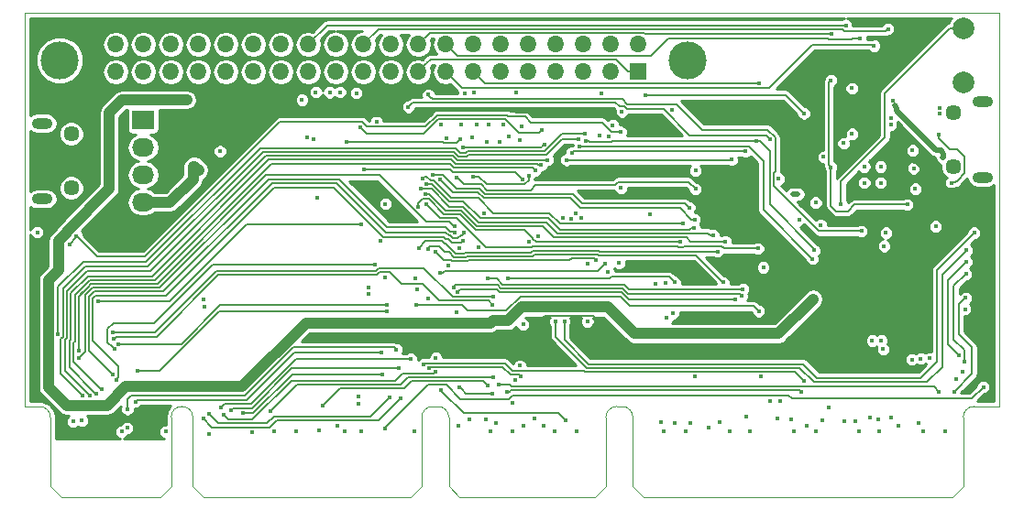
<source format=gbr>
G04 #@! TF.FileFunction,Copper,L3,Inr,Mixed*
%FSLAX46Y46*%
G04 Gerber Fmt 4.6, Leading zero omitted, Abs format (unit mm)*
G04 Created by KiCad (PCBNEW 4.0.7) date 09/09/17 19:34:41*
%MOMM*%
%LPD*%
G01*
G04 APERTURE LIST*
%ADD10C,0.100000*%
%ADD11R,2.032000X1.727200*%
%ADD12O,2.032000X1.727200*%
%ADD13C,2.000000*%
%ADD14O,1.900000X1.000000*%
%ADD15C,1.450000*%
%ADD16O,1.550000X1.550000*%
%ADD17C,3.500000*%
%ADD18R,1.550000X1.550000*%
%ADD19C,0.400000*%
%ADD20C,0.150000*%
%ADD21C,1.000000*%
%ADD22C,0.500000*%
%ADD23C,0.250000*%
G04 APERTURE END LIST*
D10*
X86767232Y-135759051D02*
X86767232Y-135359051D01*
X97917232Y-135359051D02*
X97917232Y-135759051D01*
X96917232Y-136759051D02*
X87767232Y-136759051D01*
X96917232Y-136759051D02*
X97917232Y-135759051D01*
X86767232Y-135759051D02*
X87767232Y-136759051D01*
X140567232Y-135759051D02*
X140567232Y-135359051D01*
X140567232Y-135759051D02*
X141567232Y-136759051D01*
X170067232Y-136759051D02*
X141567232Y-136759051D01*
X170067232Y-136759051D02*
X171067232Y-135759051D01*
X171067232Y-135359051D02*
X171067232Y-135759051D01*
X174417232Y-91959051D02*
X174417232Y-128359051D01*
X84417232Y-128359051D02*
X84417232Y-91959051D01*
X84417232Y-91959051D02*
X174417232Y-91959051D01*
X121067232Y-129359051D02*
X121067232Y-135359051D01*
X121067232Y-129359051D02*
G75*
G02X122067232Y-128359051I1000000J0D01*
G01*
X122567232Y-128359051D02*
X122067232Y-128359051D01*
X122567232Y-128359051D02*
G75*
G02X123567232Y-129359051I0J-1000000D01*
G01*
X123567232Y-135359051D02*
X123567232Y-129359051D01*
X138067232Y-129359051D02*
X138067232Y-135359051D01*
X138067232Y-129359051D02*
G75*
G02X139067232Y-128359051I1000000J0D01*
G01*
X139567232Y-128359051D02*
X139067232Y-128359051D01*
X139567232Y-128359051D02*
G75*
G02X140567232Y-129359051I0J-1000000D01*
G01*
X140567232Y-135359051D02*
X140567232Y-129359051D01*
X171067232Y-129359051D02*
X171067232Y-135359051D01*
X171067232Y-129359051D02*
G75*
G02X172067232Y-128359051I1000000J0D01*
G01*
X172067232Y-128359051D02*
X174417232Y-128359051D01*
X85767232Y-128359051D02*
X84417232Y-128359051D01*
X85767232Y-128359051D02*
G75*
G02X86767232Y-129359051I0J-1000000D01*
G01*
X86767232Y-135359051D02*
X86767232Y-129359051D01*
X97917232Y-129359051D02*
X97917232Y-135359051D01*
X97917232Y-129359051D02*
G75*
G02X99917232Y-129359051I1000000J0D01*
G01*
X99917232Y-135359051D02*
X99917232Y-129359051D01*
X137067232Y-136759051D02*
X124567232Y-136759051D01*
X137067232Y-136759051D02*
X138067232Y-135759051D01*
X138067232Y-135359051D02*
X138067232Y-135759051D01*
X123567232Y-135759051D02*
X123567232Y-135359051D01*
X123567232Y-135759051D02*
X124567232Y-136759051D01*
X120067232Y-136759051D02*
X100917232Y-136759051D01*
X120067232Y-136759051D02*
X121067232Y-135759051D01*
X121067232Y-135359051D02*
X121067232Y-135759051D01*
X99917232Y-135759051D02*
X99917232Y-135359051D01*
X99917232Y-135759051D02*
X100917232Y-136759051D01*
D11*
X95331200Y-101854000D03*
D12*
X95331200Y-104394000D03*
X95331200Y-106934000D03*
X95331200Y-109474000D03*
D13*
X171074080Y-93411040D03*
X171074080Y-98411040D03*
D14*
X85984000Y-109164000D03*
D15*
X88684000Y-108164000D03*
X88684000Y-103164000D03*
D14*
X85984000Y-102164000D03*
X172874940Y-100157400D03*
D15*
X170174940Y-101157400D03*
X170174940Y-106157400D03*
D14*
X172874940Y-107157400D03*
D16*
X92801440Y-94861380D03*
X92801440Y-97401380D03*
D17*
X87631440Y-96331380D03*
D18*
X141061440Y-97401380D03*
D16*
X141061440Y-94861380D03*
X138521440Y-97401380D03*
X138521440Y-94861380D03*
X135981440Y-97401380D03*
X135981440Y-94861380D03*
X133441440Y-97401380D03*
X133441440Y-94861380D03*
X130901440Y-97401380D03*
X130901440Y-94861380D03*
X128361440Y-97401380D03*
X128361440Y-94861380D03*
X125821440Y-97401380D03*
X125821440Y-94861380D03*
X123281440Y-97401380D03*
X123281440Y-94861380D03*
X120741440Y-97401380D03*
X120741440Y-94861380D03*
X118201440Y-97401380D03*
X118201440Y-94861380D03*
X115661440Y-97401380D03*
X115661440Y-94861380D03*
X113121440Y-97401380D03*
X113121440Y-94861380D03*
X110581440Y-97401380D03*
X110581440Y-94861380D03*
D17*
X145631440Y-96331380D03*
D16*
X108041440Y-97401380D03*
X105501440Y-97401380D03*
X102961440Y-97401380D03*
X100421440Y-97401380D03*
X97881440Y-97401380D03*
X95341440Y-97401380D03*
X108041440Y-94861380D03*
X105501440Y-94861380D03*
X102961440Y-94861380D03*
X100421440Y-94861380D03*
X97881440Y-94861380D03*
X95341440Y-94861380D03*
D19*
X136226446Y-103814857D03*
X157320000Y-113920000D03*
X152004990Y-103825520D03*
X115468549Y-111477010D03*
X91159990Y-118590002D03*
X89161983Y-112588205D03*
X88520000Y-113360000D03*
X139440011Y-102970000D03*
X127660000Y-118229998D03*
X92535010Y-121480000D03*
X92650000Y-122110000D03*
X127584200Y-118948200D03*
X124520000Y-113740000D03*
X117210000Y-113060000D03*
X102438200Y-104749600D03*
X155905200Y-111074200D03*
X157886400Y-111582200D03*
X166498444Y-106334010D03*
X157210000Y-118440000D03*
X99364800Y-99999800D03*
X127635000Y-120421400D03*
X155803600Y-108737400D03*
X155321000Y-108712000D03*
X85545010Y-112240000D03*
X130118994Y-124574990D03*
X130130000Y-103720000D03*
X163520000Y-122270000D03*
X122357786Y-123869944D03*
X101439361Y-130910011D03*
X105408506Y-130761810D03*
X88850010Y-129755470D03*
X164380000Y-101710000D03*
X164370000Y-102300000D03*
X139545725Y-101084990D03*
X158176591Y-105287964D03*
X116880998Y-102005010D03*
X144157547Y-100908923D03*
X139445997Y-108143364D03*
X166397027Y-104671773D03*
X168880000Y-101310000D03*
X168880000Y-100790000D03*
X168529000Y-111705010D03*
X139268200Y-115087400D03*
X93853000Y-130352800D03*
X89662000Y-129667000D03*
X100457000Y-106502200D03*
X99949000Y-106146600D03*
X100990400Y-119151400D03*
X100914200Y-118440200D03*
X136372600Y-120497600D03*
X120472200Y-116509800D03*
X117703600Y-109626400D03*
X130429000Y-120777000D03*
X113919000Y-130683000D03*
X93345000Y-130683000D03*
X169418000Y-130683000D03*
X167386000Y-130683000D03*
X163322000Y-130683000D03*
X161417000Y-130683000D03*
X157480000Y-130683000D03*
X155448000Y-130683000D03*
X151384000Y-130683000D03*
X149479000Y-130683000D03*
X145415000Y-130683000D03*
X143383000Y-130683000D03*
X97409000Y-130683000D03*
X107442000Y-130683000D03*
X109474000Y-130683000D03*
X115443000Y-130683000D03*
X120396000Y-130683000D03*
X127381000Y-130683000D03*
X135382000Y-130683000D03*
X133350000Y-130683000D03*
X129413000Y-130683000D03*
X166649400Y-108229400D03*
X160782000Y-98933000D03*
X160020000Y-104013000D03*
X163753800Y-113538000D03*
X163931600Y-112293400D03*
X160807400Y-103149400D03*
X163437000Y-107684000D03*
X161937000Y-107684000D03*
X163437000Y-106184000D03*
X161937000Y-106184000D03*
X171246800Y-119354600D03*
X135660000Y-104290000D03*
X157140000Y-114710000D03*
X158860000Y-98200000D03*
X158851600Y-106248200D03*
X165912800Y-109677200D03*
X169976800Y-107670600D03*
X168833800Y-103225600D03*
X91800000Y-129430000D03*
X117650000Y-116400000D03*
X91020000Y-112640000D03*
X141290000Y-101570000D03*
X131670996Y-101520666D03*
X115945449Y-101370536D03*
X123452253Y-123559958D03*
X131221881Y-123984482D03*
X154837259Y-101990934D03*
X144246600Y-108635800D03*
X143370000Y-115750000D03*
X118200000Y-101530000D03*
X163370000Y-119950000D03*
X137520000Y-123390000D03*
X166490000Y-105684000D03*
X171323000Y-117144800D03*
X116433600Y-108178600D03*
X160045400Y-101219000D03*
X91287600Y-113106200D03*
X91440000Y-129971800D03*
X90601800Y-129616200D03*
X92329000Y-129971800D03*
X163550600Y-115824000D03*
X163550600Y-115239800D03*
X159791400Y-109626400D03*
X157454600Y-109499400D03*
X120624600Y-117525800D03*
X117869055Y-118969713D03*
X93052361Y-122574635D03*
X161680000Y-112150000D03*
X121660000Y-99520000D03*
X170230800Y-126974600D03*
X171297600Y-118313200D03*
X170383200Y-125857000D03*
X171043600Y-125120400D03*
X134239000Y-120497600D03*
X172085000Y-112293400D03*
X133426200Y-120497600D03*
X171348400Y-113919000D03*
X170637200Y-123621800D03*
X171348400Y-114985800D03*
X171196000Y-124206000D03*
X171323000Y-116103400D03*
X116140000Y-117390000D03*
X116136542Y-117990002D03*
X164729263Y-100529250D03*
X164590000Y-100090000D03*
X169189400Y-105359200D03*
X169240200Y-104978200D03*
X154035021Y-107320000D03*
X146350000Y-106540000D03*
X152198619Y-98451381D03*
X162840000Y-95010000D03*
X161560000Y-94340000D03*
X158890000Y-93945021D03*
X164120000Y-93440000D03*
X160230000Y-93110000D03*
X111028374Y-103650372D03*
X110007400Y-99999800D03*
X117300000Y-123380000D03*
X121645010Y-118390000D03*
X94615000Y-127914400D03*
X118700000Y-123100000D03*
X123540797Y-115290870D03*
X93878400Y-128600200D03*
X91470000Y-126764990D03*
X131540000Y-106560000D03*
X90982341Y-127202652D03*
X132069117Y-106039117D03*
X90403326Y-127359990D03*
X132672937Y-105547362D03*
X89737570Y-127359990D03*
X135510000Y-103620000D03*
X119100000Y-127620000D03*
X100890000Y-129500000D03*
X118070000Y-127530000D03*
X101440000Y-129060000D03*
X102560001Y-128409999D03*
X120049999Y-123960000D03*
X124880000Y-113020000D03*
X92878030Y-125889986D03*
X138710000Y-102350000D03*
X122290382Y-125175010D03*
X102799875Y-129110827D03*
X124290000Y-119650000D03*
X138249998Y-115910000D03*
X138340000Y-103410000D03*
X103450000Y-128710000D03*
X118950000Y-124850000D03*
X122760002Y-115970000D03*
X137985626Y-115188667D03*
X137513028Y-103329677D03*
X104538424Y-128986813D03*
X117380000Y-125360000D03*
X136400000Y-115130000D03*
X92539481Y-125394609D03*
X124960000Y-112300000D03*
X117879926Y-119569626D03*
X94840000Y-125100000D03*
X127160052Y-126420000D03*
X111910000Y-128280000D03*
X127670000Y-125640000D03*
X107120000Y-128750000D03*
X87490010Y-121670000D03*
X136150000Y-103120000D03*
X111610000Y-130589998D03*
X124145841Y-112316388D03*
X89406344Y-123902653D03*
X89374708Y-123210867D03*
X124080000Y-111720000D03*
X92713416Y-123069742D03*
X116710000Y-115230000D03*
X113284000Y-130175000D03*
X111390000Y-109060000D03*
X172939998Y-126550000D03*
X117670000Y-130360000D03*
X124609989Y-103639360D03*
X115220000Y-128150000D03*
X114150000Y-103929998D03*
X115240000Y-127420000D03*
X115722400Y-106415010D03*
X130351425Y-107334998D03*
X126305021Y-113620000D03*
X124460000Y-130175000D03*
X126860000Y-110490000D03*
X132366241Y-104125026D03*
X124860000Y-104430000D03*
X125476000Y-129540000D03*
X125815223Y-107130056D03*
X130933109Y-106996607D03*
X126130000Y-102265021D03*
X127000000Y-129540000D03*
X125680000Y-103490000D03*
X127889000Y-129921000D03*
X130951537Y-113119160D03*
X130429000Y-130175000D03*
X131819999Y-112625032D03*
X131445000Y-129475010D03*
X134080000Y-110930000D03*
X134830000Y-110970000D03*
X135284001Y-110537702D03*
X132334000Y-130175000D03*
X135780011Y-110920000D03*
X124545010Y-126580000D03*
X127540000Y-127180000D03*
X122810000Y-126854991D03*
X134370000Y-129650000D03*
X129090000Y-103380000D03*
X129450000Y-128040000D03*
X122344968Y-114095063D03*
X137165467Y-114836452D03*
X128610000Y-102310000D03*
X129690584Y-125917706D03*
X142113000Y-110566200D03*
X143580000Y-116910000D03*
X143129000Y-129819400D03*
X142630000Y-116980000D03*
X144399000Y-129895600D03*
X144246600Y-119761000D03*
X143687800Y-120192800D03*
X120740000Y-109880000D03*
X144966398Y-113160034D03*
X145846800Y-129895600D03*
X146310000Y-125605032D03*
X121512504Y-107762282D03*
X147570000Y-130300000D03*
X146200000Y-111820000D03*
X121140000Y-107290000D03*
X145220000Y-111470000D03*
X122110000Y-106985010D03*
X148600000Y-129810000D03*
X145766783Y-109978183D03*
X122790000Y-107395010D03*
X146253200Y-111074200D03*
X121738162Y-124819955D03*
X130181745Y-125559427D03*
X129760000Y-99360000D03*
X120970652Y-108240011D03*
X147980400Y-112522000D03*
X151028400Y-129311400D03*
X152369018Y-125605032D03*
X154180000Y-127880000D03*
X153940000Y-129450000D03*
X153260000Y-127860000D03*
X155214834Y-129589589D03*
X148900000Y-116880000D03*
X121630000Y-113780000D03*
X148395010Y-114028190D03*
X120830000Y-113680000D03*
X156615010Y-130160000D03*
X156384117Y-126005883D03*
X121190000Y-124490000D03*
X128220000Y-103880000D03*
X156110000Y-127050000D03*
X128900000Y-126980000D03*
X121439226Y-108712293D03*
X158080000Y-129670000D03*
X149090000Y-113090000D03*
X158620000Y-128450000D03*
X122820000Y-102270000D03*
X160060000Y-129680000D03*
X150610000Y-118110000D03*
X123985010Y-117320155D03*
X123330000Y-103520000D03*
X150040000Y-118450000D03*
X124398529Y-117754914D03*
X124319968Y-107164946D03*
X146354800Y-108254800D03*
X161086800Y-129743200D03*
X127150000Y-116540000D03*
X124680000Y-102265021D03*
X150720000Y-117510000D03*
X121480000Y-109662305D03*
X162430000Y-129400011D03*
X152120600Y-113741200D03*
X152180000Y-119540000D03*
X120523000Y-118999000D03*
X152603200Y-115493800D03*
X163245800Y-129565400D03*
X164450000Y-129380000D03*
X162669989Y-122268293D03*
X165100000Y-130175000D03*
X163673256Y-123068666D03*
X167157400Y-123926600D03*
X166979600Y-129870200D03*
X166344600Y-124018678D03*
X127280000Y-102265021D03*
X128190000Y-126350000D03*
X168833800Y-126974600D03*
X127090000Y-103880000D03*
X128980000Y-116550000D03*
X144410000Y-116870002D03*
X167995600Y-123901200D03*
X153231612Y-103663378D03*
X119820000Y-100660000D03*
X130270000Y-102420000D03*
X132125987Y-102825004D03*
X115356990Y-102515171D03*
X137680000Y-99385010D03*
X110464600Y-103445010D03*
X141730000Y-99550000D03*
X156370000Y-101262000D03*
X115010000Y-99370000D03*
X113520000Y-99300000D03*
X112569989Y-99310000D03*
X111280000Y-99300000D03*
X125857000Y-99345010D03*
X125054378Y-99367388D03*
X149680000Y-105520000D03*
X134434880Y-105574878D03*
X134950000Y-104890011D03*
X150950000Y-104780000D03*
D20*
X136509288Y-103814857D02*
X136226446Y-103814857D01*
X152004990Y-103825520D02*
X138617482Y-103825520D01*
X136579432Y-103885001D02*
X136509288Y-103814857D01*
X138617482Y-103825520D02*
X138558001Y-103885001D01*
X138558001Y-103885001D02*
X136579432Y-103885001D01*
X153210000Y-109670000D02*
X157320000Y-113780000D01*
X157320000Y-113780000D02*
X157320000Y-113920000D01*
X153210000Y-104747688D02*
X153210000Y-109670000D01*
X152287832Y-103825520D02*
X153210000Y-104747688D01*
X152004990Y-103825520D02*
X152287832Y-103825520D01*
X115185707Y-111477010D02*
X115468549Y-111477010D01*
X104854790Y-111477010D02*
X115185707Y-111477010D01*
X97741798Y-118590002D02*
X104854790Y-111477010D01*
X91159990Y-118590002D02*
X97741798Y-118590002D01*
X89161983Y-112718017D02*
X89161983Y-112588205D01*
X95504000Y-114477800D02*
X91051578Y-114477800D01*
X115577323Y-102040170D02*
X107941630Y-102040170D01*
X121421997Y-102480011D02*
X116017164Y-102480011D01*
X122462008Y-101440000D02*
X121421997Y-102480011D01*
X107941630Y-102040170D02*
X95504000Y-114477800D01*
X131115619Y-102087627D02*
X130588012Y-101560019D01*
X139440011Y-102970000D02*
X138613002Y-102970000D01*
X128917992Y-101440000D02*
X122462008Y-101440000D01*
X130588012Y-101560019D02*
X129038011Y-101560019D01*
X129038011Y-101560019D02*
X128917992Y-101440000D01*
X88520000Y-113360000D02*
X89161983Y-112718017D01*
X116017164Y-102480011D02*
X115577323Y-102040170D01*
X137730629Y-102087627D02*
X131115619Y-102087627D01*
X89361982Y-112788204D02*
X89161983Y-112588205D01*
X138613002Y-102970000D02*
X137730629Y-102087627D01*
X91051578Y-114477800D02*
X89361982Y-112788204D01*
X127377158Y-118229998D02*
X127660000Y-118229998D01*
X121243897Y-115574988D02*
X123898907Y-118229998D01*
X96452000Y-121480000D02*
X102133400Y-115798600D01*
X92535010Y-121480000D02*
X96452000Y-121480000D01*
X123898907Y-118229998D02*
X127377158Y-118229998D01*
X102133400Y-115798600D02*
X116826410Y-115798600D01*
X116826410Y-115798600D02*
X117050022Y-115574988D01*
X117050022Y-115574988D02*
X121243897Y-115574988D01*
X127584200Y-118948200D02*
X127216000Y-118580000D01*
X118134999Y-115924999D02*
X117195001Y-115924999D01*
X102285800Y-116179600D02*
X96565399Y-121900001D01*
X96565399Y-121900001D02*
X92859999Y-121900001D01*
X127216000Y-118580000D02*
X122696998Y-118580000D01*
X92849999Y-121910001D02*
X92650000Y-122110000D01*
X122696998Y-118580000D02*
X121134798Y-117017800D01*
X121134798Y-117017800D02*
X119227800Y-117017800D01*
X119227800Y-117017800D02*
X118134999Y-115924999D01*
X117195001Y-115924999D02*
X116940400Y-116179600D01*
X116940400Y-116179600D02*
X102285800Y-116179600D01*
X92859999Y-121900001D02*
X92849999Y-121910001D01*
D21*
X87510000Y-113040000D02*
X88261982Y-112288018D01*
X87510000Y-115790000D02*
X86590000Y-116710000D01*
X86590000Y-126590585D02*
X86590000Y-116710000D01*
X87510000Y-113040000D02*
X87510000Y-115790000D01*
X88261982Y-112156204D02*
X92202000Y-108216186D01*
X92202000Y-108216186D02*
X92202000Y-101193600D01*
X104454046Y-126542800D02*
X93726000Y-126542800D01*
X127635000Y-120421400D02*
X127435001Y-120621399D01*
X88261982Y-112288018D02*
X88261982Y-112156204D01*
X127435001Y-120621399D02*
X110375447Y-120621399D01*
X110375447Y-120621399D02*
X104454046Y-126542800D01*
X93726000Y-126542800D02*
X92008800Y-128260000D01*
X92008800Y-128260000D02*
X88259415Y-128260000D01*
X88259415Y-128260000D02*
X86590000Y-126590585D01*
X92202000Y-101193600D02*
X93395800Y-99999800D01*
X93395800Y-99999800D02*
X99364800Y-99999800D01*
X154034800Y-121615200D02*
X157010001Y-118639999D01*
X140680000Y-121615200D02*
X154034800Y-121615200D01*
X130295010Y-119164990D02*
X138229790Y-119164990D01*
X157010001Y-118639999D02*
X157210000Y-118440000D01*
X129038600Y-120421400D02*
X130295010Y-119164990D01*
X138229790Y-119164990D02*
X140680000Y-121615200D01*
X127635000Y-120421400D02*
X129038600Y-120421400D01*
D22*
X155321000Y-108712000D02*
X155778200Y-108712000D01*
X155778200Y-108712000D02*
X155803600Y-108737400D01*
D21*
X95331200Y-109474000D02*
X97815400Y-109474000D01*
X97815400Y-109474000D02*
X99949000Y-107340400D01*
X99949000Y-107340400D02*
X99949000Y-106146600D01*
X99949000Y-106146600D02*
X100101400Y-106146600D01*
X100101400Y-106146600D02*
X100457000Y-106502200D01*
D20*
X130901440Y-97401380D02*
X130901440Y-97906840D01*
X139322980Y-104325012D02*
X135977854Y-104325012D01*
X139357992Y-104290000D02*
X139322980Y-104325012D01*
X152609989Y-110179989D02*
X152609989Y-105654979D01*
X135942842Y-104290000D02*
X135660000Y-104290000D01*
X152609989Y-105654979D02*
X151245010Y-104290000D01*
X135977854Y-104325012D02*
X135942842Y-104290000D01*
X157140000Y-114710000D02*
X152609989Y-110179989D01*
X151245010Y-104290000D02*
X139357992Y-104290000D01*
X158651601Y-99798399D02*
X158651601Y-98408399D01*
X158651601Y-98408399D02*
X158860000Y-98200000D01*
X158851600Y-106248200D02*
X158651601Y-106048201D01*
X158651601Y-106048201D02*
X158651601Y-99798399D01*
X162356800Y-109677200D02*
X161036000Y-109677200D01*
X165912800Y-109677200D02*
X162356800Y-109677200D01*
X158851600Y-109804200D02*
X158851600Y-106248200D01*
X159359600Y-110312200D02*
X158851600Y-109804200D01*
X160401000Y-110312200D02*
X159359600Y-110312200D01*
X161036000Y-109677200D02*
X160401000Y-110312200D01*
X170586400Y-107416600D02*
X170357800Y-107645200D01*
X170357800Y-107645200D02*
X170002200Y-107645200D01*
X170002200Y-107645200D02*
X169976800Y-107670600D01*
X170510200Y-104571800D02*
X171119800Y-105181400D01*
X171119800Y-105181400D02*
X171196000Y-105257600D01*
X171196000Y-105257600D02*
X171196000Y-106807000D01*
X171196000Y-106807000D02*
X170586400Y-107416600D01*
X168833800Y-103225600D02*
X168833800Y-103555800D01*
X168833800Y-103555800D02*
X169849800Y-104571800D01*
X169849800Y-104571800D02*
X170510200Y-104571800D01*
X118200000Y-101530000D02*
X121877018Y-101530000D01*
X122447029Y-100959989D02*
X129525001Y-100959989D01*
X129525001Y-100959989D02*
X129775022Y-101210010D01*
X129775022Y-101210010D02*
X131360340Y-101210010D01*
X131470997Y-101320667D02*
X131670996Y-101520666D01*
X131360340Y-101210010D02*
X131470997Y-101320667D01*
X121877018Y-101530000D02*
X122447029Y-100959989D01*
X116104913Y-101530000D02*
X115945449Y-101370536D01*
X118200000Y-101530000D02*
X116104913Y-101530000D01*
X130797357Y-123559958D02*
X123735095Y-123559958D01*
X123735095Y-123559958D02*
X123452253Y-123559958D01*
X131221881Y-123984482D02*
X130797357Y-123559958D01*
X131221881Y-121198119D02*
X131221881Y-123701640D01*
X131221881Y-123701640D02*
X131221881Y-123984482D01*
X137520000Y-120650000D02*
X136870000Y-120000000D01*
X132420000Y-120000000D02*
X131221881Y-121198119D01*
X136870000Y-120000000D02*
X132420000Y-120000000D01*
X137520000Y-123390000D02*
X137520000Y-120650000D01*
X163170001Y-120149999D02*
X163370000Y-119950000D01*
X159930000Y-123390000D02*
X163170001Y-120149999D01*
X137520000Y-123390000D02*
X159930000Y-123390000D01*
D22*
X173300000Y-116610000D02*
X172765200Y-117144800D01*
X172765200Y-117144800D02*
X171323000Y-117144800D01*
X173300000Y-108910000D02*
X173300000Y-116610000D01*
X172780000Y-108390000D02*
X173300000Y-108910000D01*
X168200000Y-108390000D02*
X172780000Y-108390000D01*
X167490000Y-107680000D02*
X168200000Y-108390000D01*
X167490000Y-106401158D02*
X167490000Y-107680000D01*
X166490000Y-105684000D02*
X166772842Y-105684000D01*
X166772842Y-105684000D02*
X167490000Y-106401158D01*
D20*
X159791400Y-109626400D02*
X159791400Y-107569000D01*
X159791400Y-107569000D02*
X163854999Y-103505401D01*
X163854999Y-103505401D02*
X163854999Y-99375001D01*
X163854999Y-99375001D02*
X169670000Y-93560000D01*
X171074080Y-93411040D02*
X169818960Y-93411040D01*
X169818960Y-93411040D02*
X169670000Y-93560000D01*
X117586213Y-118969713D02*
X117869055Y-118969713D01*
X102467487Y-118969713D02*
X117586213Y-118969713D01*
X93052361Y-122574635D02*
X98862565Y-122574635D01*
X98862565Y-122574635D02*
X102467487Y-118969713D01*
X140048727Y-100390000D02*
X139568716Y-99909989D01*
X146930000Y-102760000D02*
X144560000Y-100390000D01*
X139568716Y-99909989D02*
X122049989Y-99909989D01*
X153710000Y-103470000D02*
X153000000Y-102760000D01*
X121859999Y-99719999D02*
X121660000Y-99520000D01*
X153710000Y-106584990D02*
X153710000Y-103470000D01*
X144560000Y-100390000D02*
X140048727Y-100390000D01*
X153560011Y-106734979D02*
X153710000Y-106584990D01*
X157750000Y-112150000D02*
X153560011Y-107960011D01*
X161680000Y-112150000D02*
X157750000Y-112150000D01*
X153000000Y-102760000D02*
X146930000Y-102760000D01*
X153560011Y-107960011D02*
X153560011Y-106734979D01*
X122049989Y-99909989D02*
X121859999Y-99719999D01*
X171881800Y-125069600D02*
X171881800Y-125323600D01*
X171881800Y-125323600D02*
X170230800Y-126974600D01*
X171297600Y-118313200D02*
X171272200Y-118313200D01*
X171272200Y-118313200D02*
X170662600Y-118922800D01*
X170662600Y-118922800D02*
X170662600Y-121640600D01*
X170662600Y-121640600D02*
X171881800Y-122859800D01*
X171881800Y-122859800D02*
X171881800Y-125069600D01*
X168630600Y-115747800D02*
X171885001Y-112493399D01*
X168630600Y-124206000D02*
X168630600Y-115747800D01*
X157570000Y-125700000D02*
X167136600Y-125700000D01*
X167136600Y-125700000D02*
X168630600Y-124206000D01*
X156300000Y-124430000D02*
X157570000Y-125700000D01*
X134239000Y-122209000D02*
X136460000Y-124430000D01*
X136460000Y-124430000D02*
X156300000Y-124430000D01*
X134239000Y-120497600D02*
X134239000Y-122209000D01*
X171885001Y-112493399D02*
X172085000Y-112293400D01*
X169113200Y-124688600D02*
X169113200Y-116154200D01*
X167711800Y-126090000D02*
X169113200Y-124688600D01*
X157283004Y-126090000D02*
X167711800Y-126090000D01*
X155973015Y-124780011D02*
X157283004Y-126090000D01*
X133426200Y-121891190D02*
X136315021Y-124780011D01*
X133426200Y-120497600D02*
X133426200Y-121891190D01*
X136315021Y-124780011D02*
X155973015Y-124780011D01*
X171148401Y-114118999D02*
X171348400Y-113919000D01*
X169113200Y-116154200D02*
X171148401Y-114118999D01*
X170637200Y-123621800D02*
X169646600Y-122631200D01*
X169646600Y-122631200D02*
X169646600Y-116687600D01*
X169646600Y-116687600D02*
X171348400Y-114985800D01*
X171196000Y-124206000D02*
X171196000Y-123139200D01*
X171196000Y-123139200D02*
X170205400Y-122148600D01*
X170205400Y-122148600D02*
X170205400Y-117221000D01*
X170205400Y-117221000D02*
X171323000Y-116103400D01*
D22*
X164929262Y-100979262D02*
X168580201Y-104630201D01*
X168580201Y-104630201D02*
X169040201Y-104630201D01*
X164729263Y-100529250D02*
X164929262Y-100729249D01*
X164929262Y-100729249D02*
X164929262Y-100979262D01*
X169240200Y-104978200D02*
X169040201Y-104778201D01*
X169040201Y-104778201D02*
X169040201Y-104630201D01*
X169240200Y-104978200D02*
X169240200Y-105308400D01*
X169240200Y-105308400D02*
X169189400Y-105359200D01*
D23*
X140926820Y-94861380D02*
X141061440Y-94861380D01*
D20*
X133441440Y-97401380D02*
X133441440Y-97830640D01*
X125821440Y-97401380D02*
X126871441Y-98451381D01*
X126871441Y-98451381D02*
X152198619Y-98451381D01*
X162760020Y-94930020D02*
X162840000Y-95010000D01*
X160930000Y-94910000D02*
X160930002Y-94910000D01*
X160930002Y-94910000D02*
X160950022Y-94930020D01*
X160950022Y-94930020D02*
X162760020Y-94930020D01*
X157170000Y-94910000D02*
X160930000Y-94910000D01*
X151970618Y-98926382D02*
X153153618Y-98926382D01*
X151914236Y-98870000D02*
X151970618Y-98926382D01*
X124750060Y-98870000D02*
X151914236Y-98870000D01*
X123281440Y-97401380D02*
X124750060Y-98870000D01*
X153153618Y-98926382D02*
X157170000Y-94910000D01*
X158661998Y-94420023D02*
X160734987Y-94420023D01*
X158541985Y-94300010D02*
X158661998Y-94420023D01*
X143825810Y-94300010D02*
X158541985Y-94300010D01*
X142214439Y-95911381D02*
X143825810Y-94300010D01*
X123281440Y-94861380D02*
X124331441Y-95911381D01*
X124331441Y-95911381D02*
X142214439Y-95911381D01*
X160734987Y-94420023D02*
X160790009Y-94365001D01*
X160790009Y-94365001D02*
X161534999Y-94365001D01*
X161534999Y-94365001D02*
X161560000Y-94340000D01*
X136485441Y-93811379D02*
X136494084Y-93820022D01*
X141565441Y-93811379D02*
X141699083Y-93945021D01*
X158607158Y-93945021D02*
X158890000Y-93945021D01*
X139025441Y-93811379D02*
X139034084Y-93820022D01*
X140557439Y-93811379D02*
X141565441Y-93811379D01*
X135468796Y-93820022D02*
X135477439Y-93811379D01*
X140548796Y-93820022D02*
X140557439Y-93811379D01*
X126325441Y-93811379D02*
X126334084Y-93820022D01*
X138017439Y-93811379D02*
X139025441Y-93811379D01*
X136494084Y-93820022D02*
X138008796Y-93820022D01*
X135477439Y-93811379D02*
X136485441Y-93811379D01*
X133954084Y-93820022D02*
X135468796Y-93820022D01*
X125308796Y-93820022D02*
X125317439Y-93811379D01*
X128865441Y-93811379D02*
X128874084Y-93820022D01*
X127857439Y-93811379D02*
X128865441Y-93811379D01*
X133945441Y-93811379D02*
X133954084Y-93820022D01*
X132928796Y-93820022D02*
X132937439Y-93811379D01*
X123794084Y-93820022D02*
X125308796Y-93820022D01*
X128874084Y-93820022D02*
X130388796Y-93820022D01*
X127848796Y-93820022D02*
X127857439Y-93811379D01*
X141699083Y-93945021D02*
X158607158Y-93945021D01*
X126334084Y-93820022D02*
X127848796Y-93820022D01*
X132937439Y-93811379D02*
X133945441Y-93811379D01*
X125317439Y-93811379D02*
X126325441Y-93811379D01*
X123785441Y-93811379D02*
X123794084Y-93820022D01*
X121791441Y-93811379D02*
X123785441Y-93811379D01*
X130397439Y-93811379D02*
X131405441Y-93811379D01*
X120741440Y-94861380D02*
X121791441Y-93811379D01*
X131405441Y-93811379D02*
X131414084Y-93820022D01*
X138008796Y-93820022D02*
X138017439Y-93811379D01*
X139034084Y-93820022D02*
X140548796Y-93820022D01*
X130388796Y-93820022D02*
X130397439Y-93811379D01*
X131414084Y-93820022D02*
X132928796Y-93820022D01*
D23*
X120741440Y-94861380D02*
X120741440Y-94884240D01*
D20*
X125172460Y-93461368D02*
X126470421Y-93461369D01*
X137863817Y-93470011D02*
X137872460Y-93461368D01*
X163920001Y-93639999D02*
X164120000Y-93440000D01*
X140412460Y-93461368D02*
X141710421Y-93461369D01*
X130243817Y-93470011D02*
X130252460Y-93461368D01*
X141719063Y-93470011D02*
X159887008Y-93470012D01*
X141710421Y-93461369D02*
X141719063Y-93470011D01*
X140403817Y-93470011D02*
X140412460Y-93461368D01*
X139170421Y-93461369D02*
X139179063Y-93470011D01*
X136630421Y-93461369D02*
X136639063Y-93470011D01*
X137872460Y-93461368D02*
X139170421Y-93461369D01*
X135323817Y-93470011D02*
X135332460Y-93461368D01*
X134099063Y-93470011D02*
X135323817Y-93470011D01*
X134090421Y-93461369D02*
X134099063Y-93470011D01*
X132783817Y-93470011D02*
X132792460Y-93461368D01*
X139179063Y-93470011D02*
X140403817Y-93470011D01*
X131559063Y-93470011D02*
X132783817Y-93470011D01*
X131550421Y-93461369D02*
X131559063Y-93470011D01*
X123939063Y-93470011D02*
X125163817Y-93470011D01*
X130252460Y-93461368D02*
X131550421Y-93461369D01*
X129010421Y-93461369D02*
X129019063Y-93470011D01*
X127712460Y-93461368D02*
X129010421Y-93461369D01*
X126470421Y-93461369D02*
X126479063Y-93470011D01*
X123930421Y-93461369D02*
X123939063Y-93470011D01*
X117061452Y-93461368D02*
X123930421Y-93461369D01*
X115661440Y-94861380D02*
X117061452Y-93461368D01*
X129019063Y-93470011D02*
X130243817Y-93470011D01*
X126479063Y-93470011D02*
X127703817Y-93470011D01*
X160056995Y-93639999D02*
X163920001Y-93639999D01*
X125163817Y-93470011D02*
X125172460Y-93461368D01*
X132792460Y-93461368D02*
X134090421Y-93461369D01*
X127703817Y-93470011D02*
X127712460Y-93461368D01*
X159887008Y-93470012D02*
X160056995Y-93639999D01*
X135332460Y-93461368D02*
X136630421Y-93461369D01*
X136639063Y-93470011D02*
X137863817Y-93470011D01*
X158382008Y-93120000D02*
X160220000Y-93120000D01*
X160220000Y-93120000D02*
X160230000Y-93110000D01*
X141864042Y-93120000D02*
X158382008Y-93120000D01*
X137718838Y-93120000D02*
X137727482Y-93111358D01*
X141855401Y-93111359D02*
X141864042Y-93120000D01*
X139315401Y-93111359D02*
X139324042Y-93120000D01*
X135187482Y-93111358D02*
X136775401Y-93111359D01*
X137727482Y-93111358D02*
X139315401Y-93111359D01*
X135178838Y-93120000D02*
X135187482Y-93111358D01*
X127567482Y-93111358D02*
X129155401Y-93111359D01*
X134244042Y-93120000D02*
X135178838Y-93120000D01*
X139324042Y-93120000D02*
X140258838Y-93120000D01*
X134235401Y-93111359D02*
X134244042Y-93120000D01*
X132647482Y-93111358D02*
X134235401Y-93111359D01*
X131704042Y-93120000D02*
X132638838Y-93120000D01*
X130098838Y-93120000D02*
X130107482Y-93111358D01*
X129155401Y-93111359D02*
X129164042Y-93120000D01*
X126615401Y-93111359D02*
X126624042Y-93120000D01*
X125018838Y-93120000D02*
X125027482Y-93111358D01*
X124075401Y-93111359D02*
X124084042Y-93120000D01*
X130107482Y-93111358D02*
X131695401Y-93111359D01*
X112331462Y-93111358D02*
X124075401Y-93111359D01*
X132638838Y-93120000D02*
X132647482Y-93111358D01*
X110581440Y-94861380D02*
X112331462Y-93111358D01*
X127558838Y-93120000D02*
X127567482Y-93111358D01*
X126624042Y-93120000D02*
X127558838Y-93120000D01*
X125027482Y-93111358D02*
X126615401Y-93111359D01*
X140258838Y-93120000D02*
X140267482Y-93111358D01*
X140267482Y-93111358D02*
X141855401Y-93111359D01*
X124084042Y-93120000D02*
X125018838Y-93120000D01*
X136775401Y-93111359D02*
X136784042Y-93120000D01*
X136784042Y-93120000D02*
X137718838Y-93120000D01*
X131695401Y-93111359D02*
X131704042Y-93120000D01*
X129164042Y-93120000D02*
X130098838Y-93120000D01*
X94615000Y-127914400D02*
X94744443Y-127784957D01*
X117017158Y-123380000D02*
X117300000Y-123380000D01*
X94744443Y-127784957D02*
X104853643Y-127784957D01*
X104853643Y-127784957D02*
X109258600Y-123380000D01*
X109258600Y-123380000D02*
X117017158Y-123380000D01*
X93878400Y-127685800D02*
X94208600Y-127355600D01*
X104737276Y-127355600D02*
X109192875Y-122900001D01*
X118500001Y-122900001D02*
X118700000Y-123100000D01*
X94208600Y-127355600D02*
X104737276Y-127355600D01*
X93878400Y-128600200D02*
X93878400Y-127685800D01*
X109192875Y-122900001D02*
X118500001Y-122900001D01*
X91270001Y-126564991D02*
X91470000Y-126764990D01*
X89015041Y-122350186D02*
X88895034Y-122470193D01*
X88895034Y-124190023D02*
X91270001Y-126564991D01*
X90382081Y-116674955D02*
X89015041Y-118041995D01*
X107140600Y-105940000D02*
X96405645Y-116674955D01*
X131285042Y-106305042D02*
X124052079Y-106305041D01*
X131540000Y-106560000D02*
X131285042Y-106305042D01*
X124052079Y-106305041D02*
X123687038Y-105940000D01*
X89015041Y-118041995D02*
X89015041Y-122350186D01*
X123687038Y-105940000D02*
X107140600Y-105940000D01*
X96405645Y-116674955D02*
X90382081Y-116674955D01*
X88895034Y-122470193D02*
X88895034Y-124190023D01*
X88665031Y-117897015D02*
X88665031Y-122187961D01*
X96164400Y-116306600D02*
X90255446Y-116306600D01*
X88545023Y-124765334D02*
X90782342Y-127002653D01*
X123756273Y-105514245D02*
X106956755Y-105514245D01*
X132069117Y-106039117D02*
X131786275Y-106039117D01*
X88545023Y-122307969D02*
X88545023Y-124765334D01*
X124197059Y-105955031D02*
X123756273Y-105514245D01*
X131702189Y-105955031D02*
X124197059Y-105955031D01*
X90782342Y-127002653D02*
X90982341Y-127202652D01*
X90255446Y-116306600D02*
X88665031Y-117897015D01*
X88665031Y-122187961D02*
X88545023Y-122307969D01*
X131786275Y-106039117D02*
X131702189Y-105955031D01*
X106956755Y-105514245D02*
X96164400Y-116306600D01*
X90203327Y-127142743D02*
X90203327Y-127159991D01*
X90203327Y-127159991D02*
X90403326Y-127359990D01*
X106671767Y-105164233D02*
X95986600Y-115849400D01*
X88315021Y-122042981D02*
X88138000Y-122220002D01*
X88138000Y-125077416D02*
X90203327Y-127142743D01*
X90144600Y-115849400D02*
X88315021Y-117678979D01*
X95986600Y-115849400D02*
X90144600Y-115849400D01*
X124342039Y-105605021D02*
X123901251Y-105164233D01*
X125377958Y-105605022D02*
X124342039Y-105605021D01*
X125435620Y-105547362D02*
X125377958Y-105605022D01*
X132672937Y-105547362D02*
X125435620Y-105547362D01*
X88138000Y-122220002D02*
X88138000Y-125077416D01*
X123901251Y-105164233D02*
X106671767Y-105164233D01*
X88315021Y-117678979D02*
X88315021Y-122042981D01*
X89537571Y-127159991D02*
X89737570Y-127359990D01*
X87731600Y-122131412D02*
X87731600Y-125354020D01*
X125232980Y-105255012D02*
X124487019Y-105255011D01*
X87731600Y-125354020D02*
X89537571Y-127159991D01*
X87965011Y-121898001D02*
X87731600Y-122131412D01*
X87965011Y-117419389D02*
X87965011Y-121898001D01*
X89966800Y-115417600D02*
X87965011Y-117419389D01*
X95783400Y-115417600D02*
X89966800Y-115417600D01*
X124046229Y-104814221D02*
X106386779Y-104814221D01*
X132334957Y-105085023D02*
X125402969Y-105085023D01*
X132587981Y-105080011D02*
X132339969Y-105080011D01*
X135510000Y-103620000D02*
X134047992Y-103620000D01*
X134047992Y-103620000D02*
X132587981Y-105080011D01*
X124487019Y-105255011D02*
X124046229Y-104814221D01*
X106386779Y-104814221D02*
X95783400Y-115417600D01*
X125402969Y-105085023D02*
X125232980Y-105255012D01*
X132339969Y-105080011D02*
X132334957Y-105085023D01*
X118900001Y-127819999D02*
X119100000Y-127620000D01*
X117104988Y-129615012D02*
X118900001Y-127819999D01*
X100890000Y-129500000D02*
X101676800Y-130286800D01*
X107671788Y-129615012D02*
X117104988Y-129615012D01*
X107000000Y-130286800D02*
X107671788Y-129615012D01*
X101676800Y-130286800D02*
X107000000Y-130286800D01*
X117870001Y-127729999D02*
X118070000Y-127530000D01*
X116334999Y-129265001D02*
X117870001Y-127729999D01*
X107388001Y-129265001D02*
X116334999Y-129265001D01*
X102259999Y-129879999D02*
X106773003Y-129879999D01*
X106773003Y-129879999D02*
X107388001Y-129265001D01*
X101440000Y-129060000D02*
X102259999Y-129879999D01*
X120049999Y-123960000D02*
X109470000Y-123960000D01*
X102825001Y-128144999D02*
X102760000Y-128210000D01*
X105285001Y-128144999D02*
X102825001Y-128144999D01*
X109470000Y-123960000D02*
X105285001Y-128144999D01*
X102760000Y-128210000D02*
X102560001Y-128409999D01*
X93078029Y-125689987D02*
X93078029Y-124655025D01*
X123051354Y-112684336D02*
X123262041Y-112895023D01*
X123851460Y-113219999D02*
X124680001Y-113219999D01*
X123526484Y-112895023D02*
X123851460Y-113219999D01*
X107391200Y-108127800D02*
X112953800Y-108127800D01*
X90931988Y-118115000D02*
X97404000Y-118115000D01*
X93078029Y-124655025D02*
X90684989Y-122261985D01*
X97404000Y-118115000D02*
X107391200Y-108127800D01*
X90684989Y-118361999D02*
X90931988Y-118115000D01*
X117510336Y-112684336D02*
X123051354Y-112684336D01*
X124680001Y-113219999D02*
X124880000Y-113020000D01*
X90684989Y-122261985D02*
X90684989Y-118361999D01*
X123262041Y-112895023D02*
X123526484Y-112895023D01*
X92878030Y-125889986D02*
X93078029Y-125689987D01*
X112953800Y-108127800D02*
X117510336Y-112684336D01*
X109009977Y-125954993D02*
X118635027Y-125954993D01*
X119295055Y-125294965D02*
X122170427Y-125294965D01*
X105434981Y-129529989D02*
X109009977Y-125954993D01*
X122170427Y-125294965D02*
X122290382Y-125175010D01*
X102799875Y-129110827D02*
X103219037Y-129529989D01*
X103219037Y-129529989D02*
X105434981Y-129529989D01*
X118635027Y-125954993D02*
X119295055Y-125294965D01*
X137985626Y-115188667D02*
X137344293Y-115830000D01*
X123042844Y-115970000D02*
X122760002Y-115970000D01*
X137344293Y-115830000D02*
X123182844Y-115830000D01*
X123182844Y-115830000D02*
X123042844Y-115970000D01*
X103649999Y-128510001D02*
X103450000Y-128710000D01*
X109074990Y-124850000D02*
X105424989Y-128500001D01*
X103659999Y-128500001D02*
X103649999Y-128510001D01*
X105424989Y-128500001D02*
X103659999Y-128500001D01*
X118950000Y-124850000D02*
X109074990Y-124850000D01*
X109109980Y-125360000D02*
X105483167Y-128986813D01*
X104821266Y-128986813D02*
X104538424Y-128986813D01*
X105483167Y-128986813D02*
X104821266Y-128986813D01*
X117380000Y-125360000D02*
X109109980Y-125360000D01*
X123567020Y-112545012D02*
X123291524Y-112269516D01*
X90334978Y-118217020D02*
X90334978Y-123190106D01*
X123291524Y-112269516D02*
X117755916Y-112269516D01*
X123917840Y-112791389D02*
X123671463Y-112545012D01*
X97199814Y-117734986D02*
X90817012Y-117734986D01*
X113182400Y-107696000D02*
X107238800Y-107696000D01*
X123671463Y-112545012D02*
X123567020Y-112545012D01*
X124960000Y-112300000D02*
X124760001Y-112499999D01*
X107238800Y-107696000D02*
X97199814Y-117734986D01*
X124760001Y-112499999D02*
X124665232Y-112499999D01*
X92339482Y-125194610D02*
X92539481Y-125394609D01*
X90817012Y-117734986D02*
X90334978Y-118217020D01*
X124373842Y-112791389D02*
X123917840Y-112791389D01*
X117755916Y-112269516D02*
X113182400Y-107696000D01*
X90334978Y-123190106D02*
X92339482Y-125194610D01*
X124665232Y-112499999D02*
X124373842Y-112791389D01*
X94840000Y-125100000D02*
X96850000Y-125100000D01*
X102380374Y-119569626D02*
X117597084Y-119569626D01*
X96850000Y-125100000D02*
X102380374Y-119569626D01*
X117597084Y-119569626D02*
X117879926Y-119569626D01*
X113530000Y-126660000D02*
X119460000Y-126660000D01*
X119460000Y-126660000D02*
X120119978Y-126000022D01*
X111910000Y-128280000D02*
X113530000Y-126660000D01*
X126735039Y-125994987D02*
X126960053Y-126220001D01*
X126960053Y-126220001D02*
X127160052Y-126420000D01*
X122668399Y-125994987D02*
X126735039Y-125994987D01*
X120119978Y-126000022D02*
X122663364Y-126000022D01*
X122663364Y-126000022D02*
X122668399Y-125994987D01*
X122528396Y-125640000D02*
X127387158Y-125640000D01*
X122062380Y-125650012D02*
X122518384Y-125650012D01*
X122518384Y-125650012D02*
X122528396Y-125640000D01*
X107120000Y-128750000D02*
X109560011Y-126309989D01*
X119765024Y-125644976D02*
X122057344Y-125644976D01*
X119100011Y-126309989D02*
X119765024Y-125644976D01*
X109560011Y-126309989D02*
X119100011Y-126309989D01*
X122057344Y-125644976D02*
X122062380Y-125650012D01*
X127387158Y-125640000D02*
X127670000Y-125640000D01*
X124191208Y-104464210D02*
X106152590Y-104464210D01*
X134053002Y-103120000D02*
X132443002Y-104730000D01*
X132443002Y-104730000D02*
X132194990Y-104730000D01*
X136150000Y-103120000D02*
X134053002Y-103120000D01*
X132189978Y-104735012D02*
X125257990Y-104735012D01*
X87490010Y-117310190D02*
X87490010Y-121387158D01*
X106152590Y-104464210D02*
X95605600Y-115011200D01*
X125088001Y-104905001D02*
X124631999Y-104905001D01*
X124631999Y-104905001D02*
X124191208Y-104464210D01*
X95605600Y-115011200D02*
X89789000Y-115011200D01*
X132194990Y-104730000D02*
X132189978Y-104735012D01*
X87490010Y-121387158D02*
X87490010Y-121670000D01*
X125257990Y-104735012D02*
X125088001Y-104905001D01*
X89789000Y-115011200D02*
X87490010Y-117310190D01*
X117881401Y-111760001D02*
X123286999Y-111760001D01*
X106918989Y-107330011D02*
X113451411Y-107330011D01*
X123286999Y-111760001D02*
X123721999Y-112195001D01*
X124024454Y-112195001D02*
X124145841Y-112316388D01*
X123721999Y-112195001D02*
X124024454Y-112195001D01*
X96874023Y-117374977D02*
X106918989Y-107330011D01*
X90672039Y-117374977D02*
X96874023Y-117374977D01*
X89406344Y-123902653D02*
X89984967Y-123324030D01*
X89984967Y-118062049D02*
X90672039Y-117374977D01*
X113451411Y-107330011D02*
X117881401Y-111760001D01*
X89984967Y-123324030D02*
X89984967Y-118062049D01*
X89374708Y-118177318D02*
X89374708Y-122928025D01*
X90220000Y-117332026D02*
X89374708Y-118177318D01*
X89374708Y-122928025D02*
X89374708Y-123210867D01*
X123880001Y-111520001D02*
X124080000Y-111720000D01*
X121467199Y-111280041D02*
X123640041Y-111280041D01*
X123640041Y-111280041D02*
X123880001Y-111520001D01*
X90220000Y-117332026D02*
X90527060Y-117024966D01*
X106684800Y-106980000D02*
X117167158Y-106980000D01*
X96639834Y-117024966D02*
X106684800Y-106980000D01*
X90527060Y-117024966D02*
X96639834Y-117024966D01*
X117167158Y-106980000D02*
X121467199Y-111280041D01*
X89509600Y-118042426D02*
X90220000Y-117332026D01*
X92513417Y-122869743D02*
X92713416Y-123069742D01*
X101736800Y-115230000D02*
X96346800Y-120620000D01*
X96346800Y-120620000D02*
X92590000Y-120620000D01*
X116710000Y-115230000D02*
X101736800Y-115230000D01*
X92590000Y-120620000D02*
X92060000Y-121150000D01*
X92060000Y-121150000D02*
X92060000Y-122416326D01*
X92060000Y-122416326D02*
X92513417Y-122869743D01*
X172939998Y-126550000D02*
X171854999Y-127634999D01*
X171854999Y-127634999D02*
X155264999Y-127634999D01*
X154950022Y-127320022D02*
X129462980Y-127320022D01*
X121679968Y-126350032D02*
X117869999Y-130160001D01*
X155264999Y-127634999D02*
X154950022Y-127320022D01*
X124646996Y-127656996D02*
X123340032Y-126350032D01*
X129462980Y-127320022D02*
X129126006Y-127656996D01*
X129126006Y-127656996D02*
X124646996Y-127656996D01*
X123340032Y-126350032D02*
X121679968Y-126350032D01*
X117869999Y-130160001D02*
X117670000Y-130360000D01*
X124409990Y-103839359D02*
X124609989Y-103639360D01*
X124254348Y-103995001D02*
X124409990Y-103839359D01*
X123101999Y-103995001D02*
X124254348Y-103995001D01*
X123036996Y-103929998D02*
X123101999Y-103995001D01*
X114150000Y-103929998D02*
X123036996Y-103929998D01*
X116005242Y-106415010D02*
X115722400Y-106415010D01*
X123667065Y-106415010D02*
X116005242Y-106415010D01*
X123907107Y-106655052D02*
X123667065Y-106415010D01*
X129671479Y-106655052D02*
X123907107Y-106655052D01*
X130351425Y-107334998D02*
X129671479Y-106655052D01*
X132166242Y-104325025D02*
X132366241Y-104125026D01*
X132106266Y-104385001D02*
X132166242Y-104325025D01*
X124904999Y-104385001D02*
X132106266Y-104385001D01*
X124860000Y-104430000D02*
X124904999Y-104385001D01*
X130933109Y-106996607D02*
X130933109Y-107456330D01*
X126350016Y-107130056D02*
X126098065Y-107130056D01*
X130579427Y-107810012D02*
X127029972Y-107810012D01*
X130933109Y-107456330D02*
X130579427Y-107810012D01*
X126098065Y-107130056D02*
X125815223Y-107130056D01*
X127029972Y-107810012D02*
X126350016Y-107130056D01*
X127540000Y-127180000D02*
X125145010Y-127180000D01*
X125145010Y-127180000D02*
X124745009Y-126779999D01*
X124745009Y-126779999D02*
X124545010Y-126580000D01*
X123009999Y-127054990D02*
X122810000Y-126854991D01*
X133710000Y-128990000D02*
X124945009Y-128990000D01*
X134370000Y-129650000D02*
X133710000Y-128990000D01*
X124945009Y-128990000D02*
X123009999Y-127054990D01*
X136965468Y-114636453D02*
X134930545Y-114636453D01*
X134721976Y-114845022D02*
X125357960Y-114845022D01*
X123877950Y-114925021D02*
X123768798Y-114815869D01*
X125357960Y-114845022D02*
X125277961Y-114925021D01*
X137165467Y-114836452D02*
X136965468Y-114636453D01*
X123768798Y-114815869D02*
X123065774Y-114815869D01*
X122544967Y-114295062D02*
X122344968Y-114095063D01*
X134930545Y-114636453D02*
X134721976Y-114845022D01*
X125277961Y-114925021D02*
X123877950Y-114925021D01*
X123065774Y-114815869D02*
X122544967Y-114295062D01*
X124582050Y-110580022D02*
X123133022Y-110580022D01*
X120740000Y-109597158D02*
X120740000Y-109880000D01*
X121149863Y-109187295D02*
X120740000Y-109597158D01*
X130557010Y-112015034D02*
X126017061Y-112015033D01*
X144966398Y-113160034D02*
X131651999Y-113160034D01*
X121740295Y-109187295D02*
X121149863Y-109187295D01*
X126017061Y-112015033D02*
X124582050Y-110580022D01*
X131344998Y-112803022D02*
X130557010Y-112015034D01*
X131344998Y-112853033D02*
X131344998Y-112803022D01*
X131651999Y-113160034D02*
X131344998Y-112853033D01*
X123133022Y-110580022D02*
X121740295Y-109187295D01*
X145917158Y-111820000D02*
X145752156Y-111985002D01*
X133805002Y-111985002D02*
X132785001Y-110965001D01*
X121560244Y-107810022D02*
X121512504Y-107762282D01*
X126451999Y-110965001D02*
X124886987Y-109399989D01*
X123611997Y-109399989D02*
X122022030Y-107810022D01*
X124886987Y-109399989D02*
X123611997Y-109399989D01*
X145752156Y-111985002D02*
X133805002Y-111985002D01*
X132785001Y-110965001D02*
X126451999Y-110965001D01*
X146200000Y-111820000D02*
X145917158Y-111820000D01*
X122022030Y-107810022D02*
X121560244Y-107810022D01*
X121339999Y-107090001D02*
X121140000Y-107290000D01*
X121891999Y-107460011D02*
X121521989Y-107090001D01*
X126270000Y-109030000D02*
X123736998Y-109030000D01*
X132834509Y-110460000D02*
X127700000Y-110460000D01*
X133844509Y-111470000D02*
X132834509Y-110460000D01*
X145220000Y-111470000D02*
X133844509Y-111470000D01*
X127700000Y-110460000D02*
X126270000Y-109030000D01*
X121521989Y-107090001D02*
X121339999Y-107090001D01*
X122167009Y-107460011D02*
X121891999Y-107460011D01*
X123736998Y-109030000D02*
X122167009Y-107460011D01*
X145766783Y-109978183D02*
X145389600Y-109601000D01*
X122392842Y-106985010D02*
X122110000Y-106985010D01*
X122462842Y-106915010D02*
X122392842Y-106985010D01*
X135890000Y-109601000D02*
X135003977Y-108714977D01*
X123018014Y-106915010D02*
X122462842Y-106915010D01*
X124275406Y-108172402D02*
X123018014Y-106915010D01*
X126402382Y-108172402D02*
X124275406Y-108172402D01*
X126944956Y-108714976D02*
X126402382Y-108172402D01*
X135003977Y-108714977D02*
X126944956Y-108714976D01*
X145389600Y-109601000D02*
X135890000Y-109601000D01*
X122989999Y-107595009D02*
X122790000Y-107395010D01*
X144928958Y-110032800D02*
X135737600Y-110032800D01*
X123924990Y-108530000D02*
X122989999Y-107595009D01*
X126264990Y-108530000D02*
X123924990Y-108530000D01*
X134769788Y-109064988D02*
X126799978Y-109064988D01*
X135737600Y-110032800D02*
X134769788Y-109064988D01*
X126799978Y-109064988D02*
X126264990Y-108530000D01*
X145970358Y-111074200D02*
X144928958Y-110032800D01*
X146253200Y-111074200D02*
X145970358Y-111074200D01*
X130181745Y-125559427D02*
X130056754Y-125434436D01*
X129254436Y-125434436D02*
X128520000Y-124700000D01*
X121858117Y-124700000D02*
X121738162Y-124819955D01*
X130056754Y-125434436D02*
X129254436Y-125434436D01*
X128520000Y-124700000D02*
X121858117Y-124700000D01*
X132605012Y-111315012D02*
X126307019Y-111315011D01*
X121954301Y-108237283D02*
X121256222Y-108237283D01*
X147510571Y-112335013D02*
X133625013Y-112335013D01*
X133625013Y-112335013D02*
X132605012Y-111315012D01*
X123597018Y-109880000D02*
X121954301Y-108237283D01*
X147980400Y-112522000D02*
X147697558Y-112522000D01*
X121253494Y-108240011D02*
X120970652Y-108240011D01*
X126307019Y-111315011D02*
X124872008Y-109880000D01*
X147697558Y-112522000D02*
X147510571Y-112335013D01*
X124872008Y-109880000D02*
X123597018Y-109880000D01*
X121256222Y-108237283D02*
X121253494Y-108240011D01*
X137383001Y-114379999D02*
X146399999Y-114379999D01*
X121829999Y-113580001D02*
X122703003Y-113580001D01*
X122703003Y-113580001D02*
X123218014Y-114095012D01*
X125212981Y-114495011D02*
X131270190Y-114495010D01*
X148700001Y-116680001D02*
X148900000Y-116880000D01*
X146399999Y-114379999D02*
X148700001Y-116680001D01*
X125132981Y-114575011D02*
X125212981Y-114495011D01*
X124044991Y-114575011D02*
X125132981Y-114575011D01*
X137287991Y-114284989D02*
X137383001Y-114379999D01*
X131480211Y-114284989D02*
X137287991Y-114284989D01*
X123218014Y-114095012D02*
X123564992Y-114095012D01*
X131270190Y-114495010D02*
X131480211Y-114284989D01*
X123564992Y-114095012D02*
X124044991Y-114575011D01*
X121630000Y-113780000D02*
X121829999Y-113580001D01*
X123177050Y-113305022D02*
X123269992Y-113305022D01*
X137526182Y-114028190D02*
X148112168Y-114028190D01*
X148112168Y-114028190D02*
X148395010Y-114028190D01*
X123269992Y-113305022D02*
X124189971Y-114225001D01*
X125068002Y-114145000D02*
X131125210Y-114145000D01*
X122944241Y-113072213D02*
X123177050Y-113305022D01*
X131125210Y-114145000D02*
X131335231Y-113934979D01*
X120830000Y-113680000D02*
X121437787Y-113072213D01*
X131335231Y-113934979D02*
X137432970Y-113934978D01*
X137432970Y-113934978D02*
X137526182Y-114028190D01*
X121437787Y-113072213D02*
X122944241Y-113072213D01*
X124189971Y-114225001D02*
X124988001Y-114225001D01*
X124988001Y-114225001D02*
X125068002Y-114145000D01*
X156184118Y-125805884D02*
X156384117Y-126005883D01*
X121335046Y-124344954D02*
X128754954Y-124344954D01*
X155508256Y-125130022D02*
X156184118Y-125805884D01*
X128754954Y-124344954D02*
X129460000Y-125050000D01*
X121190000Y-124490000D02*
X121335046Y-124344954D01*
X136090020Y-125050000D02*
X136170042Y-125130022D01*
X136170042Y-125130022D02*
X155508256Y-125130022D01*
X129460000Y-125050000D02*
X136090020Y-125050000D01*
X155910001Y-126850001D02*
X156110000Y-127050000D01*
X129312841Y-126850001D02*
X155910001Y-126850001D01*
X129182842Y-126980000D02*
X129312841Y-126850001D01*
X128900000Y-126980000D02*
X129182842Y-126980000D01*
X124727029Y-110230011D02*
X123292067Y-110230011D01*
X145906800Y-113090000D02*
X145501824Y-112685024D01*
X126162041Y-111665023D02*
X124727029Y-110230011D01*
X121774349Y-108712293D02*
X121722068Y-108712293D01*
X145501824Y-112685024D02*
X133265024Y-112685024D01*
X133265024Y-112685024D02*
X132245023Y-111665023D01*
X149090000Y-113090000D02*
X145906800Y-113090000D01*
X132245023Y-111665023D02*
X126162041Y-111665023D01*
X123292067Y-110230011D02*
X121774349Y-108712293D01*
X121722068Y-108712293D02*
X121439226Y-108712293D01*
X139635033Y-117430023D02*
X140115011Y-117910001D01*
X140115011Y-117910001D02*
X150410001Y-117910001D01*
X150410001Y-117910001D02*
X150610000Y-118110000D01*
X123985010Y-117320155D02*
X124185009Y-117120156D01*
X124185009Y-117120156D02*
X128052228Y-117120156D01*
X128362095Y-117430023D02*
X139635033Y-117430023D01*
X128052228Y-117120156D02*
X128362095Y-117430023D01*
X140160020Y-118450000D02*
X149757158Y-118450000D01*
X124598528Y-117554915D02*
X127991997Y-117554915D01*
X149757158Y-118450000D02*
X150040000Y-118450000D01*
X139490054Y-117780034D02*
X140160020Y-118450000D01*
X124398529Y-117754914D02*
X124598528Y-117554915D01*
X128217116Y-117780034D02*
X139490054Y-117780034D01*
X127991997Y-117554915D02*
X128217116Y-117780034D01*
X127089936Y-108364966D02*
X126547362Y-107822392D01*
X131106234Y-108364966D02*
X127089936Y-108364966D01*
X131597400Y-107873800D02*
X131106234Y-108364966D01*
X145684189Y-107584189D02*
X139207713Y-107584189D01*
X146354800Y-108254800D02*
X145684189Y-107584189D01*
X138918102Y-107873800D02*
X131597400Y-107873800D01*
X124977414Y-107822392D02*
X124519967Y-107364945D01*
X126547362Y-107822392D02*
X124977414Y-107822392D01*
X124519967Y-107364945D02*
X124319968Y-107164946D01*
X139207713Y-107584189D02*
X138918102Y-107873800D01*
X127967062Y-116540000D02*
X127432842Y-116540000D01*
X128507074Y-117080012D02*
X127967062Y-116540000D01*
X150720000Y-117510000D02*
X140210000Y-117510000D01*
X139780012Y-117080012D02*
X128507074Y-117080012D01*
X127432842Y-116540000D02*
X127150000Y-116540000D01*
X140210000Y-117510000D02*
X139780012Y-117080012D01*
X126951199Y-113594161D02*
X124287069Y-110930031D01*
X131179538Y-113594161D02*
X126951199Y-113594161D01*
X131208664Y-113565035D02*
X131179538Y-113594161D01*
X148778197Y-113541201D02*
X145288233Y-113541201D01*
X144738397Y-113635035D02*
X144668397Y-113565035D01*
X145288233Y-113541201D02*
X145194399Y-113635035D01*
X148978196Y-113741200D02*
X148778197Y-113541201D01*
X144668397Y-113565035D02*
X131208664Y-113565035D01*
X152120600Y-113741200D02*
X148978196Y-113741200D01*
X124287069Y-110930031D02*
X122747726Y-110930031D01*
X145194399Y-113635035D02*
X144738397Y-113635035D01*
X122747726Y-110930031D02*
X121679999Y-109862304D01*
X121679999Y-109862304D02*
X121480000Y-109662305D01*
X120523000Y-118999000D02*
X124792002Y-118999000D01*
X124792002Y-118999000D02*
X125300002Y-119507000D01*
X130173970Y-118190000D02*
X139405030Y-118190000D01*
X125300002Y-119507000D02*
X128856970Y-119507000D01*
X128856970Y-119507000D02*
X130173970Y-118190000D01*
X139405030Y-118190000D02*
X140305031Y-119090001D01*
X140305031Y-119090001D02*
X151730001Y-119090001D01*
X151730001Y-119090001D02*
X151980001Y-119340001D01*
X151980001Y-119340001D02*
X152180000Y-119540000D01*
X128472842Y-126350000D02*
X128190000Y-126350000D01*
X129230021Y-126350000D02*
X128472842Y-126350000D01*
X168833800Y-126974600D02*
X168349179Y-126489979D01*
X168349179Y-126489979D02*
X129370000Y-126489979D01*
X129370000Y-126489979D02*
X129230021Y-126350000D01*
X129262842Y-116550000D02*
X128980000Y-116550000D01*
X142711999Y-116364999D02*
X142711996Y-116365002D01*
X138618000Y-116365002D02*
X138433002Y-116550000D01*
X143904997Y-116364999D02*
X142711999Y-116364999D01*
X142711996Y-116365002D02*
X138618000Y-116365002D01*
X138433002Y-116550000D02*
X129262842Y-116550000D01*
X144410000Y-116870002D02*
X143904997Y-116364999D01*
X119820000Y-100660000D02*
X120220000Y-100260000D01*
X120220000Y-100260000D02*
X138967735Y-100260000D01*
X138967735Y-100260000D02*
X139317724Y-100609989D01*
X139317724Y-100609989D02*
X139770716Y-100609989D01*
X139770716Y-100609989D02*
X140020726Y-100859999D01*
X140020726Y-100859999D02*
X143379999Y-100859999D01*
X143379999Y-100859999D02*
X145820001Y-103300001D01*
X145820001Y-103300001D02*
X152868235Y-103300001D01*
X152868235Y-103300001D02*
X153031613Y-103463379D01*
X153031613Y-103463379D02*
X153231612Y-103663378D01*
X121269678Y-103127320D02*
X122606987Y-101790011D01*
X122606987Y-101790011D02*
X128773013Y-101790011D01*
X115356990Y-102515171D02*
X115969139Y-103127320D01*
X130008005Y-103025003D02*
X131925988Y-103025003D01*
X131925988Y-103025003D02*
X132125987Y-102825004D01*
X128773013Y-101790011D02*
X130008005Y-103025003D01*
X115969139Y-103127320D02*
X121269678Y-103127320D01*
X141061440Y-97401380D02*
X140136440Y-97401380D01*
X121881428Y-96261392D02*
X121516439Y-96626381D01*
X121516439Y-96626381D02*
X120741440Y-97401380D01*
X138996452Y-96261392D02*
X121881428Y-96261392D01*
X140136440Y-97401380D02*
X138996452Y-96261392D01*
X156370000Y-101262000D02*
X154658000Y-99550000D01*
X154658000Y-99550000D02*
X142012842Y-99550000D01*
X142012842Y-99550000D02*
X141730000Y-99550000D01*
X149625122Y-105574878D02*
X149680000Y-105520000D01*
X134434880Y-105574878D02*
X149625122Y-105574878D01*
X135060011Y-104780000D02*
X134950000Y-104890011D01*
X150950000Y-104780000D02*
X135060011Y-104780000D01*
D23*
G36*
X159859457Y-92554394D02*
X159823789Y-92590000D01*
X141898846Y-92590000D01*
X141855401Y-92581358D01*
X141855396Y-92581359D01*
X140267548Y-92581358D01*
X140267543Y-92581357D01*
X140267538Y-92581358D01*
X140224036Y-92590000D01*
X139358846Y-92590000D01*
X139315401Y-92581358D01*
X139315396Y-92581359D01*
X137727548Y-92581358D01*
X137727543Y-92581357D01*
X137727538Y-92581358D01*
X137684036Y-92590000D01*
X136818846Y-92590000D01*
X136775401Y-92581358D01*
X136775396Y-92581359D01*
X135187548Y-92581358D01*
X135187543Y-92581357D01*
X135187538Y-92581358D01*
X135144036Y-92590000D01*
X134278846Y-92590000D01*
X134235401Y-92581358D01*
X134235396Y-92581359D01*
X132647548Y-92581358D01*
X132647543Y-92581357D01*
X132647538Y-92581358D01*
X132604036Y-92590000D01*
X131738846Y-92590000D01*
X131695401Y-92581358D01*
X131695396Y-92581359D01*
X130107548Y-92581358D01*
X130107543Y-92581357D01*
X130107538Y-92581358D01*
X130064036Y-92590000D01*
X129198846Y-92590000D01*
X129155401Y-92581358D01*
X129155396Y-92581359D01*
X127567548Y-92581358D01*
X127567543Y-92581357D01*
X127567538Y-92581358D01*
X127524036Y-92590000D01*
X126658846Y-92590000D01*
X126615401Y-92581358D01*
X126615396Y-92581359D01*
X125027548Y-92581358D01*
X125027543Y-92581357D01*
X125027538Y-92581358D01*
X124984036Y-92590000D01*
X124118846Y-92590000D01*
X124075401Y-92581358D01*
X124075396Y-92581359D01*
X112331467Y-92581358D01*
X112331462Y-92581357D01*
X112135467Y-92620344D01*
X112128640Y-92621702D01*
X111956695Y-92736591D01*
X111956693Y-92736594D01*
X110986190Y-93707096D01*
X110605537Y-93631380D01*
X110557343Y-93631380D01*
X110086642Y-93725008D01*
X109687602Y-93991639D01*
X109420971Y-94390679D01*
X109327343Y-94861380D01*
X109420971Y-95332081D01*
X109687602Y-95731121D01*
X110086642Y-95997752D01*
X110557343Y-96091380D01*
X110605537Y-96091380D01*
X111076238Y-95997752D01*
X111475278Y-95731121D01*
X111741909Y-95332081D01*
X111835537Y-94861380D01*
X111751825Y-94440529D01*
X112550995Y-93641358D01*
X113047180Y-93641358D01*
X112626642Y-93725008D01*
X112227602Y-93991639D01*
X111960971Y-94390679D01*
X111867343Y-94861380D01*
X111960971Y-95332081D01*
X112227602Y-95731121D01*
X112626642Y-95997752D01*
X113097343Y-96091380D01*
X113145537Y-96091380D01*
X113616238Y-95997752D01*
X114015278Y-95731121D01*
X114281909Y-95332081D01*
X114375537Y-94861380D01*
X114281909Y-94390679D01*
X114015278Y-93991639D01*
X113616238Y-93725008D01*
X113195700Y-93641358D01*
X115587179Y-93641358D01*
X115166642Y-93725008D01*
X114767602Y-93991639D01*
X114500971Y-94390679D01*
X114407343Y-94861380D01*
X114500971Y-95332081D01*
X114767602Y-95731121D01*
X115166642Y-95997752D01*
X115637343Y-96091380D01*
X115685537Y-96091380D01*
X116156238Y-95997752D01*
X116555278Y-95731121D01*
X116821909Y-95332081D01*
X116915537Y-94861380D01*
X116831825Y-94440529D01*
X117280986Y-93991368D01*
X117308008Y-93991368D01*
X117307602Y-93991639D01*
X117040971Y-94390679D01*
X116947343Y-94861380D01*
X117040971Y-95332081D01*
X117307602Y-95731121D01*
X117706642Y-95997752D01*
X118177343Y-96091380D01*
X118225537Y-96091380D01*
X118696238Y-95997752D01*
X119095278Y-95731121D01*
X119361909Y-95332081D01*
X119455537Y-94861380D01*
X119361909Y-94390679D01*
X119095278Y-93991639D01*
X119094873Y-93991368D01*
X119848007Y-93991368D01*
X119847602Y-93991639D01*
X119580971Y-94390679D01*
X119487343Y-94861380D01*
X119580971Y-95332081D01*
X119847602Y-95731121D01*
X120246642Y-95997752D01*
X120717343Y-96091380D01*
X120765537Y-96091380D01*
X121236238Y-95997752D01*
X121635278Y-95731121D01*
X121901909Y-95332081D01*
X121995537Y-94861380D01*
X121911825Y-94440529D01*
X122010974Y-94341379D01*
X122153912Y-94341379D01*
X122120971Y-94390679D01*
X122027343Y-94861380D01*
X122120971Y-95332081D01*
X122387602Y-95731121D01*
X122388008Y-95731392D01*
X121881428Y-95731392D01*
X121678605Y-95771736D01*
X121609734Y-95817754D01*
X121506661Y-95886625D01*
X121506659Y-95886628D01*
X121146190Y-96247096D01*
X120765537Y-96171380D01*
X120717343Y-96171380D01*
X120246642Y-96265008D01*
X119847602Y-96531639D01*
X119580971Y-96930679D01*
X119487343Y-97401380D01*
X119580971Y-97872081D01*
X119847602Y-98271121D01*
X120246642Y-98537752D01*
X120717343Y-98631380D01*
X120765537Y-98631380D01*
X121236238Y-98537752D01*
X121635278Y-98271121D01*
X121901909Y-97872081D01*
X121995537Y-97401380D01*
X121911825Y-96980529D01*
X122100961Y-96791392D01*
X122214040Y-96791392D01*
X122120971Y-96930679D01*
X122027343Y-97401380D01*
X122120971Y-97872081D01*
X122387602Y-98271121D01*
X122786642Y-98537752D01*
X123257343Y-98631380D01*
X123305537Y-98631380D01*
X123686190Y-98555664D01*
X124375291Y-99244764D01*
X124375293Y-99244767D01*
X124399471Y-99260922D01*
X124399367Y-99379989D01*
X122310859Y-99379989D01*
X122215606Y-99149457D01*
X122031512Y-98965042D01*
X121790859Y-98865114D01*
X121530284Y-98864887D01*
X121289457Y-98964394D01*
X121105042Y-99148488D01*
X121005114Y-99389141D01*
X121004887Y-99649716D01*
X121038059Y-99730000D01*
X120220000Y-99730000D01*
X120017177Y-99770344D01*
X119975190Y-99798399D01*
X119845233Y-99885233D01*
X119845231Y-99885236D01*
X119725549Y-100004918D01*
X119690284Y-100004887D01*
X119449457Y-100104394D01*
X119265042Y-100288488D01*
X119165114Y-100529141D01*
X119164887Y-100789716D01*
X119264394Y-101030543D01*
X119448488Y-101214958D01*
X119689141Y-101314886D01*
X119949716Y-101315113D01*
X120190543Y-101215606D01*
X120374958Y-101031512D01*
X120474886Y-100790859D01*
X120474887Y-100790000D01*
X138748201Y-100790000D01*
X138897145Y-100938944D01*
X138890839Y-100954131D01*
X138890612Y-101214706D01*
X138990119Y-101455533D01*
X139174213Y-101639948D01*
X139414866Y-101739876D01*
X139675441Y-101740103D01*
X139916268Y-101640596D01*
X140100683Y-101456502D01*
X140128297Y-101389999D01*
X143160465Y-101389999D01*
X145065986Y-103295520D01*
X140014067Y-103295520D01*
X140094897Y-103100859D01*
X140095124Y-102840284D01*
X139995617Y-102599457D01*
X139811523Y-102415042D01*
X139570870Y-102315114D01*
X139365031Y-102314935D01*
X139365113Y-102220284D01*
X139265606Y-101979457D01*
X139081512Y-101795042D01*
X138840859Y-101695114D01*
X138580284Y-101694887D01*
X138339457Y-101794394D01*
X138263127Y-101870591D01*
X138105396Y-101712860D01*
X137933451Y-101597971D01*
X137730629Y-101557626D01*
X137730624Y-101557627D01*
X131335152Y-101557627D01*
X130962781Y-101185255D01*
X130962779Y-101185252D01*
X130834658Y-101099645D01*
X130790835Y-101070363D01*
X130588013Y-101030018D01*
X130588008Y-101030019D01*
X129240057Y-101030019D01*
X129120814Y-100950344D01*
X128917992Y-100909999D01*
X128917987Y-100910000D01*
X122462013Y-100910000D01*
X122462008Y-100909999D01*
X122259186Y-100950344D01*
X122087241Y-101065233D01*
X122087239Y-101065236D01*
X121202463Y-101950011D01*
X117536046Y-101950011D01*
X117536111Y-101875294D01*
X117436604Y-101634467D01*
X117252510Y-101450052D01*
X117011857Y-101350124D01*
X116751282Y-101349897D01*
X116510455Y-101449404D01*
X116326040Y-101633498D01*
X116226112Y-101874151D01*
X116226055Y-101939368D01*
X115952090Y-101665403D01*
X115780145Y-101550514D01*
X115577323Y-101510169D01*
X115577318Y-101510170D01*
X107941635Y-101510170D01*
X107941630Y-101510169D01*
X107738808Y-101550514D01*
X107566863Y-101665403D01*
X95284466Y-113947800D01*
X91271111Y-113947800D01*
X89817065Y-112493753D01*
X89817096Y-112458489D01*
X89717589Y-112217662D01*
X89634416Y-112134344D01*
X92877287Y-108891473D01*
X92910338Y-108842009D01*
X93084305Y-108581649D01*
X93157000Y-108216186D01*
X93157000Y-101589174D01*
X93791374Y-100954800D01*
X93858496Y-100954800D01*
X93851287Y-100990400D01*
X93851287Y-102717600D01*
X93883014Y-102886213D01*
X93982664Y-103041073D01*
X94134712Y-103144963D01*
X94315200Y-103181513D01*
X94636783Y-103181513D01*
X94217590Y-103461609D01*
X93931753Y-103889394D01*
X93831381Y-104394000D01*
X93931753Y-104898606D01*
X94217590Y-105326391D01*
X94645375Y-105612228D01*
X94905651Y-105664000D01*
X94645375Y-105715772D01*
X94217590Y-106001609D01*
X93931753Y-106429394D01*
X93831381Y-106934000D01*
X93931753Y-107438606D01*
X94217590Y-107866391D01*
X94645375Y-108152228D01*
X94905651Y-108204000D01*
X94645375Y-108255772D01*
X94217590Y-108541609D01*
X93931753Y-108969394D01*
X93831381Y-109474000D01*
X93931753Y-109978606D01*
X94217590Y-110406391D01*
X94645375Y-110692228D01*
X95149981Y-110792600D01*
X95512419Y-110792600D01*
X96017025Y-110692228D01*
X96410973Y-110429000D01*
X97815400Y-110429000D01*
X98180863Y-110356305D01*
X98490687Y-110149287D01*
X100624287Y-108015687D01*
X100831305Y-107705863D01*
X100904000Y-107340400D01*
X100904000Y-107330023D01*
X101132287Y-107177487D01*
X101339305Y-106867662D01*
X101412000Y-106502200D01*
X101339305Y-106136737D01*
X101132287Y-105826913D01*
X100776687Y-105471313D01*
X100707421Y-105425031D01*
X100466863Y-105264295D01*
X100101400Y-105191600D01*
X99949000Y-105191600D01*
X99583537Y-105264295D01*
X99273713Y-105471313D01*
X99066695Y-105781137D01*
X98994000Y-106146600D01*
X98994000Y-106944826D01*
X97419826Y-108519000D01*
X96410973Y-108519000D01*
X96017025Y-108255772D01*
X95756749Y-108204000D01*
X96017025Y-108152228D01*
X96444810Y-107866391D01*
X96730647Y-107438606D01*
X96831019Y-106934000D01*
X96730647Y-106429394D01*
X96444810Y-106001609D01*
X96017025Y-105715772D01*
X95756749Y-105664000D01*
X96017025Y-105612228D01*
X96444810Y-105326391D01*
X96730647Y-104898606D01*
X96734484Y-104879316D01*
X101783087Y-104879316D01*
X101882594Y-105120143D01*
X102066688Y-105304558D01*
X102307341Y-105404486D01*
X102567916Y-105404713D01*
X102808743Y-105305206D01*
X102993158Y-105121112D01*
X103093086Y-104880459D01*
X103093313Y-104619884D01*
X102993806Y-104379057D01*
X102809712Y-104194642D01*
X102569059Y-104094714D01*
X102308484Y-104094487D01*
X102067657Y-104193994D01*
X101883242Y-104378088D01*
X101783314Y-104618741D01*
X101783087Y-104879316D01*
X96734484Y-104879316D01*
X96831019Y-104394000D01*
X96730647Y-103889394D01*
X96444810Y-103461609D01*
X96025617Y-103181513D01*
X96347200Y-103181513D01*
X96515813Y-103149786D01*
X96670673Y-103050136D01*
X96774563Y-102898088D01*
X96811113Y-102717600D01*
X96811113Y-100990400D01*
X96804414Y-100954800D01*
X99364800Y-100954800D01*
X99730263Y-100882105D01*
X100040087Y-100675087D01*
X100247105Y-100365263D01*
X100293997Y-100129516D01*
X109352287Y-100129516D01*
X109451794Y-100370343D01*
X109635888Y-100554758D01*
X109876541Y-100654686D01*
X110137116Y-100654913D01*
X110377943Y-100555406D01*
X110562358Y-100371312D01*
X110662286Y-100130659D01*
X110662513Y-99870084D01*
X110563006Y-99629257D01*
X110378912Y-99444842D01*
X110342485Y-99429716D01*
X110624887Y-99429716D01*
X110724394Y-99670543D01*
X110908488Y-99854958D01*
X111149141Y-99954886D01*
X111409716Y-99955113D01*
X111650543Y-99855606D01*
X111834958Y-99671512D01*
X111923022Y-99459431D01*
X112014383Y-99680543D01*
X112198477Y-99864958D01*
X112439130Y-99964886D01*
X112699705Y-99965113D01*
X112940532Y-99865606D01*
X113050015Y-99756313D01*
X113148488Y-99854958D01*
X113389141Y-99954886D01*
X113649716Y-99955113D01*
X113890543Y-99855606D01*
X114074958Y-99671512D01*
X114146294Y-99499716D01*
X114354887Y-99499716D01*
X114454394Y-99740543D01*
X114638488Y-99924958D01*
X114879141Y-100024886D01*
X115139716Y-100025113D01*
X115380543Y-99925606D01*
X115564958Y-99741512D01*
X115664886Y-99500859D01*
X115665113Y-99240284D01*
X115565606Y-98999457D01*
X115381512Y-98815042D01*
X115140859Y-98715114D01*
X114880284Y-98714887D01*
X114639457Y-98814394D01*
X114455042Y-98998488D01*
X114355114Y-99239141D01*
X114354887Y-99499716D01*
X114146294Y-99499716D01*
X114174886Y-99430859D01*
X114175113Y-99170284D01*
X114075606Y-98929457D01*
X113891512Y-98745042D01*
X113650859Y-98645114D01*
X113390284Y-98644887D01*
X113149457Y-98744394D01*
X113039974Y-98853687D01*
X112941501Y-98755042D01*
X112700848Y-98655114D01*
X112440273Y-98654887D01*
X112199446Y-98754394D01*
X112015031Y-98938488D01*
X111926967Y-99150569D01*
X111835606Y-98929457D01*
X111651512Y-98745042D01*
X111410859Y-98645114D01*
X111150284Y-98644887D01*
X110909457Y-98744394D01*
X110725042Y-98928488D01*
X110625114Y-99169141D01*
X110624887Y-99429716D01*
X110342485Y-99429716D01*
X110138259Y-99344914D01*
X109877684Y-99344687D01*
X109636857Y-99444194D01*
X109452442Y-99628288D01*
X109352514Y-99868941D01*
X109352287Y-100129516D01*
X100293997Y-100129516D01*
X100319800Y-99999800D01*
X100247105Y-99634337D01*
X100040087Y-99324513D01*
X99730263Y-99117495D01*
X99364800Y-99044800D01*
X93395800Y-99044800D01*
X93030337Y-99117495D01*
X92720513Y-99324513D01*
X91526713Y-100518313D01*
X91319695Y-100828137D01*
X91247000Y-101193600D01*
X91247000Y-107820612D01*
X87586695Y-111480917D01*
X87379677Y-111790741D01*
X87372474Y-111826952D01*
X86834713Y-112364713D01*
X86627695Y-112674537D01*
X86555000Y-113040000D01*
X86555000Y-115394426D01*
X85914713Y-116034713D01*
X85707695Y-116344537D01*
X85635000Y-116710000D01*
X85635000Y-126590585D01*
X85707695Y-126956048D01*
X85897655Y-127240343D01*
X85914713Y-127265872D01*
X87584128Y-128935287D01*
X87893952Y-129142305D01*
X88259415Y-129215000D01*
X88464305Y-129215000D01*
X88295052Y-129383958D01*
X88195124Y-129624611D01*
X88194897Y-129885186D01*
X88294404Y-130126013D01*
X88478498Y-130310428D01*
X88719151Y-130410356D01*
X88979726Y-130410583D01*
X89220553Y-130311076D01*
X89304145Y-130227629D01*
X89531141Y-130321886D01*
X89791716Y-130322113D01*
X90032543Y-130222606D01*
X90216958Y-130038512D01*
X90316886Y-129797859D01*
X90317113Y-129537284D01*
X90217606Y-129296457D01*
X90136291Y-129215000D01*
X92008800Y-129215000D01*
X92374263Y-129142305D01*
X92684087Y-128935287D01*
X93275692Y-128343682D01*
X93223514Y-128469341D01*
X93223287Y-128729916D01*
X93322794Y-128970743D01*
X93506888Y-129155158D01*
X93747541Y-129255086D01*
X94008116Y-129255313D01*
X94248943Y-129155806D01*
X94433358Y-128971712D01*
X94533286Y-128731059D01*
X94533427Y-128569329D01*
X94744716Y-128569513D01*
X94985543Y-128470006D01*
X95140862Y-128314957D01*
X97846657Y-128314957D01*
X97790233Y-128371381D01*
X97573460Y-128695805D01*
X97557225Y-128735000D01*
X97498055Y-128877848D01*
X97421935Y-129260531D01*
X97421935Y-129310270D01*
X97412232Y-129359051D01*
X97412232Y-130028003D01*
X97279284Y-130027887D01*
X97038457Y-130127394D01*
X96854042Y-130311488D01*
X96754114Y-130552141D01*
X96753887Y-130812716D01*
X96853394Y-131053543D01*
X97037488Y-131237958D01*
X97235067Y-131320000D01*
X93518553Y-131320000D01*
X93715543Y-131238606D01*
X93899958Y-131054512D01*
X93919331Y-131007858D01*
X93982716Y-131007913D01*
X94223543Y-130908406D01*
X94407958Y-130724312D01*
X94507886Y-130483659D01*
X94508113Y-130223084D01*
X94408606Y-129982257D01*
X94224512Y-129797842D01*
X93983859Y-129697914D01*
X93723284Y-129697687D01*
X93482457Y-129797194D01*
X93298042Y-129981288D01*
X93278669Y-130027942D01*
X93215284Y-130027887D01*
X92974457Y-130127394D01*
X92790042Y-130311488D01*
X92690114Y-130552141D01*
X92689887Y-130812716D01*
X92789394Y-131053543D01*
X92973488Y-131237958D01*
X93171067Y-131320000D01*
X87272232Y-131320000D01*
X87272232Y-129359051D01*
X87262529Y-129310270D01*
X87262529Y-129260531D01*
X87186409Y-128877848D01*
X87141594Y-128769656D01*
X87111004Y-128695805D01*
X86894231Y-128371381D01*
X86754902Y-128232052D01*
X86430478Y-128015279D01*
X86371522Y-127990859D01*
X86248435Y-127939874D01*
X85865752Y-127863754D01*
X85816013Y-127863754D01*
X85767232Y-127854051D01*
X84922232Y-127854051D01*
X84922232Y-112447973D01*
X84989404Y-112610543D01*
X85173498Y-112794958D01*
X85414151Y-112894886D01*
X85674726Y-112895113D01*
X85915553Y-112795606D01*
X86099968Y-112611512D01*
X86199896Y-112370859D01*
X86200123Y-112110284D01*
X86100616Y-111869457D01*
X85916522Y-111685042D01*
X85675869Y-111585114D01*
X85415294Y-111584887D01*
X85174467Y-111684394D01*
X84990052Y-111868488D01*
X84922232Y-112031816D01*
X84922232Y-109900121D01*
X85141011Y-110046305D01*
X85506474Y-110119000D01*
X86461526Y-110119000D01*
X86826989Y-110046305D01*
X87136813Y-109839287D01*
X87343831Y-109529463D01*
X87416526Y-109164000D01*
X87343831Y-108798537D01*
X87136813Y-108488713D01*
X87000584Y-108397687D01*
X87503795Y-108397687D01*
X87683061Y-108831543D01*
X88014711Y-109163772D01*
X88448254Y-109343795D01*
X88917687Y-109344205D01*
X89351543Y-109164939D01*
X89683772Y-108833289D01*
X89863795Y-108399746D01*
X89864205Y-107930313D01*
X89684939Y-107496457D01*
X89353289Y-107164228D01*
X88919746Y-106984205D01*
X88450313Y-106983795D01*
X88016457Y-107163061D01*
X87684228Y-107494711D01*
X87504205Y-107928254D01*
X87503795Y-108397687D01*
X87000584Y-108397687D01*
X86826989Y-108281695D01*
X86461526Y-108209000D01*
X85506474Y-108209000D01*
X85141011Y-108281695D01*
X84922232Y-108427879D01*
X84922232Y-103397687D01*
X87503795Y-103397687D01*
X87683061Y-103831543D01*
X88014711Y-104163772D01*
X88448254Y-104343795D01*
X88917687Y-104344205D01*
X89351543Y-104164939D01*
X89683772Y-103833289D01*
X89863795Y-103399746D01*
X89864205Y-102930313D01*
X89684939Y-102496457D01*
X89353289Y-102164228D01*
X88919746Y-101984205D01*
X88450313Y-101983795D01*
X88016457Y-102163061D01*
X87684228Y-102494711D01*
X87504205Y-102928254D01*
X87503795Y-103397687D01*
X84922232Y-103397687D01*
X84922232Y-102900121D01*
X85141011Y-103046305D01*
X85506474Y-103119000D01*
X86461526Y-103119000D01*
X86826989Y-103046305D01*
X87136813Y-102839287D01*
X87343831Y-102529463D01*
X87416526Y-102164000D01*
X87343831Y-101798537D01*
X87136813Y-101488713D01*
X86826989Y-101281695D01*
X86461526Y-101209000D01*
X85506474Y-101209000D01*
X85141011Y-101281695D01*
X84922232Y-101427879D01*
X84922232Y-96768057D01*
X85426058Y-96768057D01*
X85761042Y-97578781D01*
X86380777Y-98199598D01*
X87190914Y-98535997D01*
X88068117Y-98536762D01*
X88878841Y-98201778D01*
X89499658Y-97582043D01*
X89574675Y-97401380D01*
X91547343Y-97401380D01*
X91640971Y-97872081D01*
X91907602Y-98271121D01*
X92306642Y-98537752D01*
X92777343Y-98631380D01*
X92825537Y-98631380D01*
X93296238Y-98537752D01*
X93695278Y-98271121D01*
X93961909Y-97872081D01*
X94055537Y-97401380D01*
X94087343Y-97401380D01*
X94180971Y-97872081D01*
X94447602Y-98271121D01*
X94846642Y-98537752D01*
X95317343Y-98631380D01*
X95365537Y-98631380D01*
X95836238Y-98537752D01*
X96235278Y-98271121D01*
X96501909Y-97872081D01*
X96595537Y-97401380D01*
X96627343Y-97401380D01*
X96720971Y-97872081D01*
X96987602Y-98271121D01*
X97386642Y-98537752D01*
X97857343Y-98631380D01*
X97905537Y-98631380D01*
X98376238Y-98537752D01*
X98775278Y-98271121D01*
X99041909Y-97872081D01*
X99135537Y-97401380D01*
X99167343Y-97401380D01*
X99260971Y-97872081D01*
X99527602Y-98271121D01*
X99926642Y-98537752D01*
X100397343Y-98631380D01*
X100445537Y-98631380D01*
X100916238Y-98537752D01*
X101315278Y-98271121D01*
X101581909Y-97872081D01*
X101675537Y-97401380D01*
X101707343Y-97401380D01*
X101800971Y-97872081D01*
X102067602Y-98271121D01*
X102466642Y-98537752D01*
X102937343Y-98631380D01*
X102985537Y-98631380D01*
X103456238Y-98537752D01*
X103855278Y-98271121D01*
X104121909Y-97872081D01*
X104215537Y-97401380D01*
X104247343Y-97401380D01*
X104340971Y-97872081D01*
X104607602Y-98271121D01*
X105006642Y-98537752D01*
X105477343Y-98631380D01*
X105525537Y-98631380D01*
X105996238Y-98537752D01*
X106395278Y-98271121D01*
X106661909Y-97872081D01*
X106755537Y-97401380D01*
X106787343Y-97401380D01*
X106880971Y-97872081D01*
X107147602Y-98271121D01*
X107546642Y-98537752D01*
X108017343Y-98631380D01*
X108065537Y-98631380D01*
X108536238Y-98537752D01*
X108935278Y-98271121D01*
X109201909Y-97872081D01*
X109295537Y-97401380D01*
X109327343Y-97401380D01*
X109420971Y-97872081D01*
X109687602Y-98271121D01*
X110086642Y-98537752D01*
X110557343Y-98631380D01*
X110605537Y-98631380D01*
X111076238Y-98537752D01*
X111475278Y-98271121D01*
X111741909Y-97872081D01*
X111835537Y-97401380D01*
X111867343Y-97401380D01*
X111960971Y-97872081D01*
X112227602Y-98271121D01*
X112626642Y-98537752D01*
X113097343Y-98631380D01*
X113145537Y-98631380D01*
X113616238Y-98537752D01*
X114015278Y-98271121D01*
X114281909Y-97872081D01*
X114375537Y-97401380D01*
X114407343Y-97401380D01*
X114500971Y-97872081D01*
X114767602Y-98271121D01*
X115166642Y-98537752D01*
X115637343Y-98631380D01*
X115685537Y-98631380D01*
X116156238Y-98537752D01*
X116555278Y-98271121D01*
X116821909Y-97872081D01*
X116915537Y-97401380D01*
X116947343Y-97401380D01*
X117040971Y-97872081D01*
X117307602Y-98271121D01*
X117706642Y-98537752D01*
X118177343Y-98631380D01*
X118225537Y-98631380D01*
X118696238Y-98537752D01*
X119095278Y-98271121D01*
X119361909Y-97872081D01*
X119455537Y-97401380D01*
X119361909Y-96930679D01*
X119095278Y-96531639D01*
X118696238Y-96265008D01*
X118225537Y-96171380D01*
X118177343Y-96171380D01*
X117706642Y-96265008D01*
X117307602Y-96531639D01*
X117040971Y-96930679D01*
X116947343Y-97401380D01*
X116915537Y-97401380D01*
X116821909Y-96930679D01*
X116555278Y-96531639D01*
X116156238Y-96265008D01*
X115685537Y-96171380D01*
X115637343Y-96171380D01*
X115166642Y-96265008D01*
X114767602Y-96531639D01*
X114500971Y-96930679D01*
X114407343Y-97401380D01*
X114375537Y-97401380D01*
X114281909Y-96930679D01*
X114015278Y-96531639D01*
X113616238Y-96265008D01*
X113145537Y-96171380D01*
X113097343Y-96171380D01*
X112626642Y-96265008D01*
X112227602Y-96531639D01*
X111960971Y-96930679D01*
X111867343Y-97401380D01*
X111835537Y-97401380D01*
X111741909Y-96930679D01*
X111475278Y-96531639D01*
X111076238Y-96265008D01*
X110605537Y-96171380D01*
X110557343Y-96171380D01*
X110086642Y-96265008D01*
X109687602Y-96531639D01*
X109420971Y-96930679D01*
X109327343Y-97401380D01*
X109295537Y-97401380D01*
X109201909Y-96930679D01*
X108935278Y-96531639D01*
X108536238Y-96265008D01*
X108065537Y-96171380D01*
X108017343Y-96171380D01*
X107546642Y-96265008D01*
X107147602Y-96531639D01*
X106880971Y-96930679D01*
X106787343Y-97401380D01*
X106755537Y-97401380D01*
X106661909Y-96930679D01*
X106395278Y-96531639D01*
X105996238Y-96265008D01*
X105525537Y-96171380D01*
X105477343Y-96171380D01*
X105006642Y-96265008D01*
X104607602Y-96531639D01*
X104340971Y-96930679D01*
X104247343Y-97401380D01*
X104215537Y-97401380D01*
X104121909Y-96930679D01*
X103855278Y-96531639D01*
X103456238Y-96265008D01*
X102985537Y-96171380D01*
X102937343Y-96171380D01*
X102466642Y-96265008D01*
X102067602Y-96531639D01*
X101800971Y-96930679D01*
X101707343Y-97401380D01*
X101675537Y-97401380D01*
X101581909Y-96930679D01*
X101315278Y-96531639D01*
X100916238Y-96265008D01*
X100445537Y-96171380D01*
X100397343Y-96171380D01*
X99926642Y-96265008D01*
X99527602Y-96531639D01*
X99260971Y-96930679D01*
X99167343Y-97401380D01*
X99135537Y-97401380D01*
X99041909Y-96930679D01*
X98775278Y-96531639D01*
X98376238Y-96265008D01*
X97905537Y-96171380D01*
X97857343Y-96171380D01*
X97386642Y-96265008D01*
X96987602Y-96531639D01*
X96720971Y-96930679D01*
X96627343Y-97401380D01*
X96595537Y-97401380D01*
X96501909Y-96930679D01*
X96235278Y-96531639D01*
X95836238Y-96265008D01*
X95365537Y-96171380D01*
X95317343Y-96171380D01*
X94846642Y-96265008D01*
X94447602Y-96531639D01*
X94180971Y-96930679D01*
X94087343Y-97401380D01*
X94055537Y-97401380D01*
X93961909Y-96930679D01*
X93695278Y-96531639D01*
X93296238Y-96265008D01*
X92825537Y-96171380D01*
X92777343Y-96171380D01*
X92306642Y-96265008D01*
X91907602Y-96531639D01*
X91640971Y-96930679D01*
X91547343Y-97401380D01*
X89574675Y-97401380D01*
X89836057Y-96771906D01*
X89836822Y-95894703D01*
X89501838Y-95083979D01*
X89279627Y-94861380D01*
X91547343Y-94861380D01*
X91640971Y-95332081D01*
X91907602Y-95731121D01*
X92306642Y-95997752D01*
X92777343Y-96091380D01*
X92825537Y-96091380D01*
X93296238Y-95997752D01*
X93695278Y-95731121D01*
X93961909Y-95332081D01*
X94055537Y-94861380D01*
X94087343Y-94861380D01*
X94180971Y-95332081D01*
X94447602Y-95731121D01*
X94846642Y-95997752D01*
X95317343Y-96091380D01*
X95365537Y-96091380D01*
X95836238Y-95997752D01*
X96235278Y-95731121D01*
X96501909Y-95332081D01*
X96595537Y-94861380D01*
X96627343Y-94861380D01*
X96720971Y-95332081D01*
X96987602Y-95731121D01*
X97386642Y-95997752D01*
X97857343Y-96091380D01*
X97905537Y-96091380D01*
X98376238Y-95997752D01*
X98775278Y-95731121D01*
X99041909Y-95332081D01*
X99135537Y-94861380D01*
X99167343Y-94861380D01*
X99260971Y-95332081D01*
X99527602Y-95731121D01*
X99926642Y-95997752D01*
X100397343Y-96091380D01*
X100445537Y-96091380D01*
X100916238Y-95997752D01*
X101315278Y-95731121D01*
X101581909Y-95332081D01*
X101675537Y-94861380D01*
X101707343Y-94861380D01*
X101800971Y-95332081D01*
X102067602Y-95731121D01*
X102466642Y-95997752D01*
X102937343Y-96091380D01*
X102985537Y-96091380D01*
X103456238Y-95997752D01*
X103855278Y-95731121D01*
X104121909Y-95332081D01*
X104215537Y-94861380D01*
X104247343Y-94861380D01*
X104340971Y-95332081D01*
X104607602Y-95731121D01*
X105006642Y-95997752D01*
X105477343Y-96091380D01*
X105525537Y-96091380D01*
X105996238Y-95997752D01*
X106395278Y-95731121D01*
X106661909Y-95332081D01*
X106755537Y-94861380D01*
X106787343Y-94861380D01*
X106880971Y-95332081D01*
X107147602Y-95731121D01*
X107546642Y-95997752D01*
X108017343Y-96091380D01*
X108065537Y-96091380D01*
X108536238Y-95997752D01*
X108935278Y-95731121D01*
X109201909Y-95332081D01*
X109295537Y-94861380D01*
X109201909Y-94390679D01*
X108935278Y-93991639D01*
X108536238Y-93725008D01*
X108065537Y-93631380D01*
X108017343Y-93631380D01*
X107546642Y-93725008D01*
X107147602Y-93991639D01*
X106880971Y-94390679D01*
X106787343Y-94861380D01*
X106755537Y-94861380D01*
X106661909Y-94390679D01*
X106395278Y-93991639D01*
X105996238Y-93725008D01*
X105525537Y-93631380D01*
X105477343Y-93631380D01*
X105006642Y-93725008D01*
X104607602Y-93991639D01*
X104340971Y-94390679D01*
X104247343Y-94861380D01*
X104215537Y-94861380D01*
X104121909Y-94390679D01*
X103855278Y-93991639D01*
X103456238Y-93725008D01*
X102985537Y-93631380D01*
X102937343Y-93631380D01*
X102466642Y-93725008D01*
X102067602Y-93991639D01*
X101800971Y-94390679D01*
X101707343Y-94861380D01*
X101675537Y-94861380D01*
X101581909Y-94390679D01*
X101315278Y-93991639D01*
X100916238Y-93725008D01*
X100445537Y-93631380D01*
X100397343Y-93631380D01*
X99926642Y-93725008D01*
X99527602Y-93991639D01*
X99260971Y-94390679D01*
X99167343Y-94861380D01*
X99135537Y-94861380D01*
X99041909Y-94390679D01*
X98775278Y-93991639D01*
X98376238Y-93725008D01*
X97905537Y-93631380D01*
X97857343Y-93631380D01*
X97386642Y-93725008D01*
X96987602Y-93991639D01*
X96720971Y-94390679D01*
X96627343Y-94861380D01*
X96595537Y-94861380D01*
X96501909Y-94390679D01*
X96235278Y-93991639D01*
X95836238Y-93725008D01*
X95365537Y-93631380D01*
X95317343Y-93631380D01*
X94846642Y-93725008D01*
X94447602Y-93991639D01*
X94180971Y-94390679D01*
X94087343Y-94861380D01*
X94055537Y-94861380D01*
X93961909Y-94390679D01*
X93695278Y-93991639D01*
X93296238Y-93725008D01*
X92825537Y-93631380D01*
X92777343Y-93631380D01*
X92306642Y-93725008D01*
X91907602Y-93991639D01*
X91640971Y-94390679D01*
X91547343Y-94861380D01*
X89279627Y-94861380D01*
X88882103Y-94463162D01*
X88071966Y-94126763D01*
X87194763Y-94125998D01*
X86384039Y-94460982D01*
X85763222Y-95080717D01*
X85426823Y-95890854D01*
X85426058Y-96768057D01*
X84922232Y-96768057D01*
X84922232Y-92464051D01*
X160078105Y-92464051D01*
X159859457Y-92554394D01*
X159859457Y-92554394D01*
G37*
X159859457Y-92554394D02*
X159823789Y-92590000D01*
X141898846Y-92590000D01*
X141855401Y-92581358D01*
X141855396Y-92581359D01*
X140267548Y-92581358D01*
X140267543Y-92581357D01*
X140267538Y-92581358D01*
X140224036Y-92590000D01*
X139358846Y-92590000D01*
X139315401Y-92581358D01*
X139315396Y-92581359D01*
X137727548Y-92581358D01*
X137727543Y-92581357D01*
X137727538Y-92581358D01*
X137684036Y-92590000D01*
X136818846Y-92590000D01*
X136775401Y-92581358D01*
X136775396Y-92581359D01*
X135187548Y-92581358D01*
X135187543Y-92581357D01*
X135187538Y-92581358D01*
X135144036Y-92590000D01*
X134278846Y-92590000D01*
X134235401Y-92581358D01*
X134235396Y-92581359D01*
X132647548Y-92581358D01*
X132647543Y-92581357D01*
X132647538Y-92581358D01*
X132604036Y-92590000D01*
X131738846Y-92590000D01*
X131695401Y-92581358D01*
X131695396Y-92581359D01*
X130107548Y-92581358D01*
X130107543Y-92581357D01*
X130107538Y-92581358D01*
X130064036Y-92590000D01*
X129198846Y-92590000D01*
X129155401Y-92581358D01*
X129155396Y-92581359D01*
X127567548Y-92581358D01*
X127567543Y-92581357D01*
X127567538Y-92581358D01*
X127524036Y-92590000D01*
X126658846Y-92590000D01*
X126615401Y-92581358D01*
X126615396Y-92581359D01*
X125027548Y-92581358D01*
X125027543Y-92581357D01*
X125027538Y-92581358D01*
X124984036Y-92590000D01*
X124118846Y-92590000D01*
X124075401Y-92581358D01*
X124075396Y-92581359D01*
X112331467Y-92581358D01*
X112331462Y-92581357D01*
X112135467Y-92620344D01*
X112128640Y-92621702D01*
X111956695Y-92736591D01*
X111956693Y-92736594D01*
X110986190Y-93707096D01*
X110605537Y-93631380D01*
X110557343Y-93631380D01*
X110086642Y-93725008D01*
X109687602Y-93991639D01*
X109420971Y-94390679D01*
X109327343Y-94861380D01*
X109420971Y-95332081D01*
X109687602Y-95731121D01*
X110086642Y-95997752D01*
X110557343Y-96091380D01*
X110605537Y-96091380D01*
X111076238Y-95997752D01*
X111475278Y-95731121D01*
X111741909Y-95332081D01*
X111835537Y-94861380D01*
X111751825Y-94440529D01*
X112550995Y-93641358D01*
X113047180Y-93641358D01*
X112626642Y-93725008D01*
X112227602Y-93991639D01*
X111960971Y-94390679D01*
X111867343Y-94861380D01*
X111960971Y-95332081D01*
X112227602Y-95731121D01*
X112626642Y-95997752D01*
X113097343Y-96091380D01*
X113145537Y-96091380D01*
X113616238Y-95997752D01*
X114015278Y-95731121D01*
X114281909Y-95332081D01*
X114375537Y-94861380D01*
X114281909Y-94390679D01*
X114015278Y-93991639D01*
X113616238Y-93725008D01*
X113195700Y-93641358D01*
X115587179Y-93641358D01*
X115166642Y-93725008D01*
X114767602Y-93991639D01*
X114500971Y-94390679D01*
X114407343Y-94861380D01*
X114500971Y-95332081D01*
X114767602Y-95731121D01*
X115166642Y-95997752D01*
X115637343Y-96091380D01*
X115685537Y-96091380D01*
X116156238Y-95997752D01*
X116555278Y-95731121D01*
X116821909Y-95332081D01*
X116915537Y-94861380D01*
X116831825Y-94440529D01*
X117280986Y-93991368D01*
X117308008Y-93991368D01*
X117307602Y-93991639D01*
X117040971Y-94390679D01*
X116947343Y-94861380D01*
X117040971Y-95332081D01*
X117307602Y-95731121D01*
X117706642Y-95997752D01*
X118177343Y-96091380D01*
X118225537Y-96091380D01*
X118696238Y-95997752D01*
X119095278Y-95731121D01*
X119361909Y-95332081D01*
X119455537Y-94861380D01*
X119361909Y-94390679D01*
X119095278Y-93991639D01*
X119094873Y-93991368D01*
X119848007Y-93991368D01*
X119847602Y-93991639D01*
X119580971Y-94390679D01*
X119487343Y-94861380D01*
X119580971Y-95332081D01*
X119847602Y-95731121D01*
X120246642Y-95997752D01*
X120717343Y-96091380D01*
X120765537Y-96091380D01*
X121236238Y-95997752D01*
X121635278Y-95731121D01*
X121901909Y-95332081D01*
X121995537Y-94861380D01*
X121911825Y-94440529D01*
X122010974Y-94341379D01*
X122153912Y-94341379D01*
X122120971Y-94390679D01*
X122027343Y-94861380D01*
X122120971Y-95332081D01*
X122387602Y-95731121D01*
X122388008Y-95731392D01*
X121881428Y-95731392D01*
X121678605Y-95771736D01*
X121609734Y-95817754D01*
X121506661Y-95886625D01*
X121506659Y-95886628D01*
X121146190Y-96247096D01*
X120765537Y-96171380D01*
X120717343Y-96171380D01*
X120246642Y-96265008D01*
X119847602Y-96531639D01*
X119580971Y-96930679D01*
X119487343Y-97401380D01*
X119580971Y-97872081D01*
X119847602Y-98271121D01*
X120246642Y-98537752D01*
X120717343Y-98631380D01*
X120765537Y-98631380D01*
X121236238Y-98537752D01*
X121635278Y-98271121D01*
X121901909Y-97872081D01*
X121995537Y-97401380D01*
X121911825Y-96980529D01*
X122100961Y-96791392D01*
X122214040Y-96791392D01*
X122120971Y-96930679D01*
X122027343Y-97401380D01*
X122120971Y-97872081D01*
X122387602Y-98271121D01*
X122786642Y-98537752D01*
X123257343Y-98631380D01*
X123305537Y-98631380D01*
X123686190Y-98555664D01*
X124375291Y-99244764D01*
X124375293Y-99244767D01*
X124399471Y-99260922D01*
X124399367Y-99379989D01*
X122310859Y-99379989D01*
X122215606Y-99149457D01*
X122031512Y-98965042D01*
X121790859Y-98865114D01*
X121530284Y-98864887D01*
X121289457Y-98964394D01*
X121105042Y-99148488D01*
X121005114Y-99389141D01*
X121004887Y-99649716D01*
X121038059Y-99730000D01*
X120220000Y-99730000D01*
X120017177Y-99770344D01*
X119975190Y-99798399D01*
X119845233Y-99885233D01*
X119845231Y-99885236D01*
X119725549Y-100004918D01*
X119690284Y-100004887D01*
X119449457Y-100104394D01*
X119265042Y-100288488D01*
X119165114Y-100529141D01*
X119164887Y-100789716D01*
X119264394Y-101030543D01*
X119448488Y-101214958D01*
X119689141Y-101314886D01*
X119949716Y-101315113D01*
X120190543Y-101215606D01*
X120374958Y-101031512D01*
X120474886Y-100790859D01*
X120474887Y-100790000D01*
X138748201Y-100790000D01*
X138897145Y-100938944D01*
X138890839Y-100954131D01*
X138890612Y-101214706D01*
X138990119Y-101455533D01*
X139174213Y-101639948D01*
X139414866Y-101739876D01*
X139675441Y-101740103D01*
X139916268Y-101640596D01*
X140100683Y-101456502D01*
X140128297Y-101389999D01*
X143160465Y-101389999D01*
X145065986Y-103295520D01*
X140014067Y-103295520D01*
X140094897Y-103100859D01*
X140095124Y-102840284D01*
X139995617Y-102599457D01*
X139811523Y-102415042D01*
X139570870Y-102315114D01*
X139365031Y-102314935D01*
X139365113Y-102220284D01*
X139265606Y-101979457D01*
X139081512Y-101795042D01*
X138840859Y-101695114D01*
X138580284Y-101694887D01*
X138339457Y-101794394D01*
X138263127Y-101870591D01*
X138105396Y-101712860D01*
X137933451Y-101597971D01*
X137730629Y-101557626D01*
X137730624Y-101557627D01*
X131335152Y-101557627D01*
X130962781Y-101185255D01*
X130962779Y-101185252D01*
X130834658Y-101099645D01*
X130790835Y-101070363D01*
X130588013Y-101030018D01*
X130588008Y-101030019D01*
X129240057Y-101030019D01*
X129120814Y-100950344D01*
X128917992Y-100909999D01*
X128917987Y-100910000D01*
X122462013Y-100910000D01*
X122462008Y-100909999D01*
X122259186Y-100950344D01*
X122087241Y-101065233D01*
X122087239Y-101065236D01*
X121202463Y-101950011D01*
X117536046Y-101950011D01*
X117536111Y-101875294D01*
X117436604Y-101634467D01*
X117252510Y-101450052D01*
X117011857Y-101350124D01*
X116751282Y-101349897D01*
X116510455Y-101449404D01*
X116326040Y-101633498D01*
X116226112Y-101874151D01*
X116226055Y-101939368D01*
X115952090Y-101665403D01*
X115780145Y-101550514D01*
X115577323Y-101510169D01*
X115577318Y-101510170D01*
X107941635Y-101510170D01*
X107941630Y-101510169D01*
X107738808Y-101550514D01*
X107566863Y-101665403D01*
X95284466Y-113947800D01*
X91271111Y-113947800D01*
X89817065Y-112493753D01*
X89817096Y-112458489D01*
X89717589Y-112217662D01*
X89634416Y-112134344D01*
X92877287Y-108891473D01*
X92910338Y-108842009D01*
X93084305Y-108581649D01*
X93157000Y-108216186D01*
X93157000Y-101589174D01*
X93791374Y-100954800D01*
X93858496Y-100954800D01*
X93851287Y-100990400D01*
X93851287Y-102717600D01*
X93883014Y-102886213D01*
X93982664Y-103041073D01*
X94134712Y-103144963D01*
X94315200Y-103181513D01*
X94636783Y-103181513D01*
X94217590Y-103461609D01*
X93931753Y-103889394D01*
X93831381Y-104394000D01*
X93931753Y-104898606D01*
X94217590Y-105326391D01*
X94645375Y-105612228D01*
X94905651Y-105664000D01*
X94645375Y-105715772D01*
X94217590Y-106001609D01*
X93931753Y-106429394D01*
X93831381Y-106934000D01*
X93931753Y-107438606D01*
X94217590Y-107866391D01*
X94645375Y-108152228D01*
X94905651Y-108204000D01*
X94645375Y-108255772D01*
X94217590Y-108541609D01*
X93931753Y-108969394D01*
X93831381Y-109474000D01*
X93931753Y-109978606D01*
X94217590Y-110406391D01*
X94645375Y-110692228D01*
X95149981Y-110792600D01*
X95512419Y-110792600D01*
X96017025Y-110692228D01*
X96410973Y-110429000D01*
X97815400Y-110429000D01*
X98180863Y-110356305D01*
X98490687Y-110149287D01*
X100624287Y-108015687D01*
X100831305Y-107705863D01*
X100904000Y-107340400D01*
X100904000Y-107330023D01*
X101132287Y-107177487D01*
X101339305Y-106867662D01*
X101412000Y-106502200D01*
X101339305Y-106136737D01*
X101132287Y-105826913D01*
X100776687Y-105471313D01*
X100707421Y-105425031D01*
X100466863Y-105264295D01*
X100101400Y-105191600D01*
X99949000Y-105191600D01*
X99583537Y-105264295D01*
X99273713Y-105471313D01*
X99066695Y-105781137D01*
X98994000Y-106146600D01*
X98994000Y-106944826D01*
X97419826Y-108519000D01*
X96410973Y-108519000D01*
X96017025Y-108255772D01*
X95756749Y-108204000D01*
X96017025Y-108152228D01*
X96444810Y-107866391D01*
X96730647Y-107438606D01*
X96831019Y-106934000D01*
X96730647Y-106429394D01*
X96444810Y-106001609D01*
X96017025Y-105715772D01*
X95756749Y-105664000D01*
X96017025Y-105612228D01*
X96444810Y-105326391D01*
X96730647Y-104898606D01*
X96734484Y-104879316D01*
X101783087Y-104879316D01*
X101882594Y-105120143D01*
X102066688Y-105304558D01*
X102307341Y-105404486D01*
X102567916Y-105404713D01*
X102808743Y-105305206D01*
X102993158Y-105121112D01*
X103093086Y-104880459D01*
X103093313Y-104619884D01*
X102993806Y-104379057D01*
X102809712Y-104194642D01*
X102569059Y-104094714D01*
X102308484Y-104094487D01*
X102067657Y-104193994D01*
X101883242Y-104378088D01*
X101783314Y-104618741D01*
X101783087Y-104879316D01*
X96734484Y-104879316D01*
X96831019Y-104394000D01*
X96730647Y-103889394D01*
X96444810Y-103461609D01*
X96025617Y-103181513D01*
X96347200Y-103181513D01*
X96515813Y-103149786D01*
X96670673Y-103050136D01*
X96774563Y-102898088D01*
X96811113Y-102717600D01*
X96811113Y-100990400D01*
X96804414Y-100954800D01*
X99364800Y-100954800D01*
X99730263Y-100882105D01*
X100040087Y-100675087D01*
X100247105Y-100365263D01*
X100293997Y-100129516D01*
X109352287Y-100129516D01*
X109451794Y-100370343D01*
X109635888Y-100554758D01*
X109876541Y-100654686D01*
X110137116Y-100654913D01*
X110377943Y-100555406D01*
X110562358Y-100371312D01*
X110662286Y-100130659D01*
X110662513Y-99870084D01*
X110563006Y-99629257D01*
X110378912Y-99444842D01*
X110342485Y-99429716D01*
X110624887Y-99429716D01*
X110724394Y-99670543D01*
X110908488Y-99854958D01*
X111149141Y-99954886D01*
X111409716Y-99955113D01*
X111650543Y-99855606D01*
X111834958Y-99671512D01*
X111923022Y-99459431D01*
X112014383Y-99680543D01*
X112198477Y-99864958D01*
X112439130Y-99964886D01*
X112699705Y-99965113D01*
X112940532Y-99865606D01*
X113050015Y-99756313D01*
X113148488Y-99854958D01*
X113389141Y-99954886D01*
X113649716Y-99955113D01*
X113890543Y-99855606D01*
X114074958Y-99671512D01*
X114146294Y-99499716D01*
X114354887Y-99499716D01*
X114454394Y-99740543D01*
X114638488Y-99924958D01*
X114879141Y-100024886D01*
X115139716Y-100025113D01*
X115380543Y-99925606D01*
X115564958Y-99741512D01*
X115664886Y-99500859D01*
X115665113Y-99240284D01*
X115565606Y-98999457D01*
X115381512Y-98815042D01*
X115140859Y-98715114D01*
X114880284Y-98714887D01*
X114639457Y-98814394D01*
X114455042Y-98998488D01*
X114355114Y-99239141D01*
X114354887Y-99499716D01*
X114146294Y-99499716D01*
X114174886Y-99430859D01*
X114175113Y-99170284D01*
X114075606Y-98929457D01*
X113891512Y-98745042D01*
X113650859Y-98645114D01*
X113390284Y-98644887D01*
X113149457Y-98744394D01*
X113039974Y-98853687D01*
X112941501Y-98755042D01*
X112700848Y-98655114D01*
X112440273Y-98654887D01*
X112199446Y-98754394D01*
X112015031Y-98938488D01*
X111926967Y-99150569D01*
X111835606Y-98929457D01*
X111651512Y-98745042D01*
X111410859Y-98645114D01*
X111150284Y-98644887D01*
X110909457Y-98744394D01*
X110725042Y-98928488D01*
X110625114Y-99169141D01*
X110624887Y-99429716D01*
X110342485Y-99429716D01*
X110138259Y-99344914D01*
X109877684Y-99344687D01*
X109636857Y-99444194D01*
X109452442Y-99628288D01*
X109352514Y-99868941D01*
X109352287Y-100129516D01*
X100293997Y-100129516D01*
X100319800Y-99999800D01*
X100247105Y-99634337D01*
X100040087Y-99324513D01*
X99730263Y-99117495D01*
X99364800Y-99044800D01*
X93395800Y-99044800D01*
X93030337Y-99117495D01*
X92720513Y-99324513D01*
X91526713Y-100518313D01*
X91319695Y-100828137D01*
X91247000Y-101193600D01*
X91247000Y-107820612D01*
X87586695Y-111480917D01*
X87379677Y-111790741D01*
X87372474Y-111826952D01*
X86834713Y-112364713D01*
X86627695Y-112674537D01*
X86555000Y-113040000D01*
X86555000Y-115394426D01*
X85914713Y-116034713D01*
X85707695Y-116344537D01*
X85635000Y-116710000D01*
X85635000Y-126590585D01*
X85707695Y-126956048D01*
X85897655Y-127240343D01*
X85914713Y-127265872D01*
X87584128Y-128935287D01*
X87893952Y-129142305D01*
X88259415Y-129215000D01*
X88464305Y-129215000D01*
X88295052Y-129383958D01*
X88195124Y-129624611D01*
X88194897Y-129885186D01*
X88294404Y-130126013D01*
X88478498Y-130310428D01*
X88719151Y-130410356D01*
X88979726Y-130410583D01*
X89220553Y-130311076D01*
X89304145Y-130227629D01*
X89531141Y-130321886D01*
X89791716Y-130322113D01*
X90032543Y-130222606D01*
X90216958Y-130038512D01*
X90316886Y-129797859D01*
X90317113Y-129537284D01*
X90217606Y-129296457D01*
X90136291Y-129215000D01*
X92008800Y-129215000D01*
X92374263Y-129142305D01*
X92684087Y-128935287D01*
X93275692Y-128343682D01*
X93223514Y-128469341D01*
X93223287Y-128729916D01*
X93322794Y-128970743D01*
X93506888Y-129155158D01*
X93747541Y-129255086D01*
X94008116Y-129255313D01*
X94248943Y-129155806D01*
X94433358Y-128971712D01*
X94533286Y-128731059D01*
X94533427Y-128569329D01*
X94744716Y-128569513D01*
X94985543Y-128470006D01*
X95140862Y-128314957D01*
X97846657Y-128314957D01*
X97790233Y-128371381D01*
X97573460Y-128695805D01*
X97557225Y-128735000D01*
X97498055Y-128877848D01*
X97421935Y-129260531D01*
X97421935Y-129310270D01*
X97412232Y-129359051D01*
X97412232Y-130028003D01*
X97279284Y-130027887D01*
X97038457Y-130127394D01*
X96854042Y-130311488D01*
X96754114Y-130552141D01*
X96753887Y-130812716D01*
X96853394Y-131053543D01*
X97037488Y-131237958D01*
X97235067Y-131320000D01*
X93518553Y-131320000D01*
X93715543Y-131238606D01*
X93899958Y-131054512D01*
X93919331Y-131007858D01*
X93982716Y-131007913D01*
X94223543Y-130908406D01*
X94407958Y-130724312D01*
X94507886Y-130483659D01*
X94508113Y-130223084D01*
X94408606Y-129982257D01*
X94224512Y-129797842D01*
X93983859Y-129697914D01*
X93723284Y-129697687D01*
X93482457Y-129797194D01*
X93298042Y-129981288D01*
X93278669Y-130027942D01*
X93215284Y-130027887D01*
X92974457Y-130127394D01*
X92790042Y-130311488D01*
X92690114Y-130552141D01*
X92689887Y-130812716D01*
X92789394Y-131053543D01*
X92973488Y-131237958D01*
X93171067Y-131320000D01*
X87272232Y-131320000D01*
X87272232Y-129359051D01*
X87262529Y-129310270D01*
X87262529Y-129260531D01*
X87186409Y-128877848D01*
X87141594Y-128769656D01*
X87111004Y-128695805D01*
X86894231Y-128371381D01*
X86754902Y-128232052D01*
X86430478Y-128015279D01*
X86371522Y-127990859D01*
X86248435Y-127939874D01*
X85865752Y-127863754D01*
X85816013Y-127863754D01*
X85767232Y-127854051D01*
X84922232Y-127854051D01*
X84922232Y-112447973D01*
X84989404Y-112610543D01*
X85173498Y-112794958D01*
X85414151Y-112894886D01*
X85674726Y-112895113D01*
X85915553Y-112795606D01*
X86099968Y-112611512D01*
X86199896Y-112370859D01*
X86200123Y-112110284D01*
X86100616Y-111869457D01*
X85916522Y-111685042D01*
X85675869Y-111585114D01*
X85415294Y-111584887D01*
X85174467Y-111684394D01*
X84990052Y-111868488D01*
X84922232Y-112031816D01*
X84922232Y-109900121D01*
X85141011Y-110046305D01*
X85506474Y-110119000D01*
X86461526Y-110119000D01*
X86826989Y-110046305D01*
X87136813Y-109839287D01*
X87343831Y-109529463D01*
X87416526Y-109164000D01*
X87343831Y-108798537D01*
X87136813Y-108488713D01*
X87000584Y-108397687D01*
X87503795Y-108397687D01*
X87683061Y-108831543D01*
X88014711Y-109163772D01*
X88448254Y-109343795D01*
X88917687Y-109344205D01*
X89351543Y-109164939D01*
X89683772Y-108833289D01*
X89863795Y-108399746D01*
X89864205Y-107930313D01*
X89684939Y-107496457D01*
X89353289Y-107164228D01*
X88919746Y-106984205D01*
X88450313Y-106983795D01*
X88016457Y-107163061D01*
X87684228Y-107494711D01*
X87504205Y-107928254D01*
X87503795Y-108397687D01*
X87000584Y-108397687D01*
X86826989Y-108281695D01*
X86461526Y-108209000D01*
X85506474Y-108209000D01*
X85141011Y-108281695D01*
X84922232Y-108427879D01*
X84922232Y-103397687D01*
X87503795Y-103397687D01*
X87683061Y-103831543D01*
X88014711Y-104163772D01*
X88448254Y-104343795D01*
X88917687Y-104344205D01*
X89351543Y-104164939D01*
X89683772Y-103833289D01*
X89863795Y-103399746D01*
X89864205Y-102930313D01*
X89684939Y-102496457D01*
X89353289Y-102164228D01*
X88919746Y-101984205D01*
X88450313Y-101983795D01*
X88016457Y-102163061D01*
X87684228Y-102494711D01*
X87504205Y-102928254D01*
X87503795Y-103397687D01*
X84922232Y-103397687D01*
X84922232Y-102900121D01*
X85141011Y-103046305D01*
X85506474Y-103119000D01*
X86461526Y-103119000D01*
X86826989Y-103046305D01*
X87136813Y-102839287D01*
X87343831Y-102529463D01*
X87416526Y-102164000D01*
X87343831Y-101798537D01*
X87136813Y-101488713D01*
X86826989Y-101281695D01*
X86461526Y-101209000D01*
X85506474Y-101209000D01*
X85141011Y-101281695D01*
X84922232Y-101427879D01*
X84922232Y-96768057D01*
X85426058Y-96768057D01*
X85761042Y-97578781D01*
X86380777Y-98199598D01*
X87190914Y-98535997D01*
X88068117Y-98536762D01*
X88878841Y-98201778D01*
X89499658Y-97582043D01*
X89574675Y-97401380D01*
X91547343Y-97401380D01*
X91640971Y-97872081D01*
X91907602Y-98271121D01*
X92306642Y-98537752D01*
X92777343Y-98631380D01*
X92825537Y-98631380D01*
X93296238Y-98537752D01*
X93695278Y-98271121D01*
X93961909Y-97872081D01*
X94055537Y-97401380D01*
X94087343Y-97401380D01*
X94180971Y-97872081D01*
X94447602Y-98271121D01*
X94846642Y-98537752D01*
X95317343Y-98631380D01*
X95365537Y-98631380D01*
X95836238Y-98537752D01*
X96235278Y-98271121D01*
X96501909Y-97872081D01*
X96595537Y-97401380D01*
X96627343Y-97401380D01*
X96720971Y-97872081D01*
X96987602Y-98271121D01*
X97386642Y-98537752D01*
X97857343Y-98631380D01*
X97905537Y-98631380D01*
X98376238Y-98537752D01*
X98775278Y-98271121D01*
X99041909Y-97872081D01*
X99135537Y-97401380D01*
X99167343Y-97401380D01*
X99260971Y-97872081D01*
X99527602Y-98271121D01*
X99926642Y-98537752D01*
X100397343Y-98631380D01*
X100445537Y-98631380D01*
X100916238Y-98537752D01*
X101315278Y-98271121D01*
X101581909Y-97872081D01*
X101675537Y-97401380D01*
X101707343Y-97401380D01*
X101800971Y-97872081D01*
X102067602Y-98271121D01*
X102466642Y-98537752D01*
X102937343Y-98631380D01*
X102985537Y-98631380D01*
X103456238Y-98537752D01*
X103855278Y-98271121D01*
X104121909Y-97872081D01*
X104215537Y-97401380D01*
X104247343Y-97401380D01*
X104340971Y-97872081D01*
X104607602Y-98271121D01*
X105006642Y-98537752D01*
X105477343Y-98631380D01*
X105525537Y-98631380D01*
X105996238Y-98537752D01*
X106395278Y-98271121D01*
X106661909Y-97872081D01*
X106755537Y-97401380D01*
X106787343Y-97401380D01*
X106880971Y-97872081D01*
X107147602Y-98271121D01*
X107546642Y-98537752D01*
X108017343Y-98631380D01*
X108065537Y-98631380D01*
X108536238Y-98537752D01*
X108935278Y-98271121D01*
X109201909Y-97872081D01*
X109295537Y-97401380D01*
X109327343Y-97401380D01*
X109420971Y-97872081D01*
X109687602Y-98271121D01*
X110086642Y-98537752D01*
X110557343Y-98631380D01*
X110605537Y-98631380D01*
X111076238Y-98537752D01*
X111475278Y-98271121D01*
X111741909Y-97872081D01*
X111835537Y-97401380D01*
X111867343Y-97401380D01*
X111960971Y-97872081D01*
X112227602Y-98271121D01*
X112626642Y-98537752D01*
X113097343Y-98631380D01*
X113145537Y-98631380D01*
X113616238Y-98537752D01*
X114015278Y-98271121D01*
X114281909Y-97872081D01*
X114375537Y-97401380D01*
X114407343Y-97401380D01*
X114500971Y-97872081D01*
X114767602Y-98271121D01*
X115166642Y-98537752D01*
X115637343Y-98631380D01*
X115685537Y-98631380D01*
X116156238Y-98537752D01*
X116555278Y-98271121D01*
X116821909Y-97872081D01*
X116915537Y-97401380D01*
X116947343Y-97401380D01*
X117040971Y-97872081D01*
X117307602Y-98271121D01*
X117706642Y-98537752D01*
X118177343Y-98631380D01*
X118225537Y-98631380D01*
X118696238Y-98537752D01*
X119095278Y-98271121D01*
X119361909Y-97872081D01*
X119455537Y-97401380D01*
X119361909Y-96930679D01*
X119095278Y-96531639D01*
X118696238Y-96265008D01*
X118225537Y-96171380D01*
X118177343Y-96171380D01*
X117706642Y-96265008D01*
X117307602Y-96531639D01*
X117040971Y-96930679D01*
X116947343Y-97401380D01*
X116915537Y-97401380D01*
X116821909Y-96930679D01*
X116555278Y-96531639D01*
X116156238Y-96265008D01*
X115685537Y-96171380D01*
X115637343Y-96171380D01*
X115166642Y-96265008D01*
X114767602Y-96531639D01*
X114500971Y-96930679D01*
X114407343Y-97401380D01*
X114375537Y-97401380D01*
X114281909Y-96930679D01*
X114015278Y-96531639D01*
X113616238Y-96265008D01*
X113145537Y-96171380D01*
X113097343Y-96171380D01*
X112626642Y-96265008D01*
X112227602Y-96531639D01*
X111960971Y-96930679D01*
X111867343Y-97401380D01*
X111835537Y-97401380D01*
X111741909Y-96930679D01*
X111475278Y-96531639D01*
X111076238Y-96265008D01*
X110605537Y-96171380D01*
X110557343Y-96171380D01*
X110086642Y-96265008D01*
X109687602Y-96531639D01*
X109420971Y-96930679D01*
X109327343Y-97401380D01*
X109295537Y-97401380D01*
X109201909Y-96930679D01*
X108935278Y-96531639D01*
X108536238Y-96265008D01*
X108065537Y-96171380D01*
X108017343Y-96171380D01*
X107546642Y-96265008D01*
X107147602Y-96531639D01*
X106880971Y-96930679D01*
X106787343Y-97401380D01*
X106755537Y-97401380D01*
X106661909Y-96930679D01*
X106395278Y-96531639D01*
X105996238Y-96265008D01*
X105525537Y-96171380D01*
X105477343Y-96171380D01*
X105006642Y-96265008D01*
X104607602Y-96531639D01*
X104340971Y-96930679D01*
X104247343Y-97401380D01*
X104215537Y-97401380D01*
X104121909Y-96930679D01*
X103855278Y-96531639D01*
X103456238Y-96265008D01*
X102985537Y-96171380D01*
X102937343Y-96171380D01*
X102466642Y-96265008D01*
X102067602Y-96531639D01*
X101800971Y-96930679D01*
X101707343Y-97401380D01*
X101675537Y-97401380D01*
X101581909Y-96930679D01*
X101315278Y-96531639D01*
X100916238Y-96265008D01*
X100445537Y-96171380D01*
X100397343Y-96171380D01*
X99926642Y-96265008D01*
X99527602Y-96531639D01*
X99260971Y-96930679D01*
X99167343Y-97401380D01*
X99135537Y-97401380D01*
X99041909Y-96930679D01*
X98775278Y-96531639D01*
X98376238Y-96265008D01*
X97905537Y-96171380D01*
X97857343Y-96171380D01*
X97386642Y-96265008D01*
X96987602Y-96531639D01*
X96720971Y-96930679D01*
X96627343Y-97401380D01*
X96595537Y-97401380D01*
X96501909Y-96930679D01*
X96235278Y-96531639D01*
X95836238Y-96265008D01*
X95365537Y-96171380D01*
X95317343Y-96171380D01*
X94846642Y-96265008D01*
X94447602Y-96531639D01*
X94180971Y-96930679D01*
X94087343Y-97401380D01*
X94055537Y-97401380D01*
X93961909Y-96930679D01*
X93695278Y-96531639D01*
X93296238Y-96265008D01*
X92825537Y-96171380D01*
X92777343Y-96171380D01*
X92306642Y-96265008D01*
X91907602Y-96531639D01*
X91640971Y-96930679D01*
X91547343Y-97401380D01*
X89574675Y-97401380D01*
X89836057Y-96771906D01*
X89836822Y-95894703D01*
X89501838Y-95083979D01*
X89279627Y-94861380D01*
X91547343Y-94861380D01*
X91640971Y-95332081D01*
X91907602Y-95731121D01*
X92306642Y-95997752D01*
X92777343Y-96091380D01*
X92825537Y-96091380D01*
X93296238Y-95997752D01*
X93695278Y-95731121D01*
X93961909Y-95332081D01*
X94055537Y-94861380D01*
X94087343Y-94861380D01*
X94180971Y-95332081D01*
X94447602Y-95731121D01*
X94846642Y-95997752D01*
X95317343Y-96091380D01*
X95365537Y-96091380D01*
X95836238Y-95997752D01*
X96235278Y-95731121D01*
X96501909Y-95332081D01*
X96595537Y-94861380D01*
X96627343Y-94861380D01*
X96720971Y-95332081D01*
X96987602Y-95731121D01*
X97386642Y-95997752D01*
X97857343Y-96091380D01*
X97905537Y-96091380D01*
X98376238Y-95997752D01*
X98775278Y-95731121D01*
X99041909Y-95332081D01*
X99135537Y-94861380D01*
X99167343Y-94861380D01*
X99260971Y-95332081D01*
X99527602Y-95731121D01*
X99926642Y-95997752D01*
X100397343Y-96091380D01*
X100445537Y-96091380D01*
X100916238Y-95997752D01*
X101315278Y-95731121D01*
X101581909Y-95332081D01*
X101675537Y-94861380D01*
X101707343Y-94861380D01*
X101800971Y-95332081D01*
X102067602Y-95731121D01*
X102466642Y-95997752D01*
X102937343Y-96091380D01*
X102985537Y-96091380D01*
X103456238Y-95997752D01*
X103855278Y-95731121D01*
X104121909Y-95332081D01*
X104215537Y-94861380D01*
X104247343Y-94861380D01*
X104340971Y-95332081D01*
X104607602Y-95731121D01*
X105006642Y-95997752D01*
X105477343Y-96091380D01*
X105525537Y-96091380D01*
X105996238Y-95997752D01*
X106395278Y-95731121D01*
X106661909Y-95332081D01*
X106755537Y-94861380D01*
X106787343Y-94861380D01*
X106880971Y-95332081D01*
X107147602Y-95731121D01*
X107546642Y-95997752D01*
X108017343Y-96091380D01*
X108065537Y-96091380D01*
X108536238Y-95997752D01*
X108935278Y-95731121D01*
X109201909Y-95332081D01*
X109295537Y-94861380D01*
X109201909Y-94390679D01*
X108935278Y-93991639D01*
X108536238Y-93725008D01*
X108065537Y-93631380D01*
X108017343Y-93631380D01*
X107546642Y-93725008D01*
X107147602Y-93991639D01*
X106880971Y-94390679D01*
X106787343Y-94861380D01*
X106755537Y-94861380D01*
X106661909Y-94390679D01*
X106395278Y-93991639D01*
X105996238Y-93725008D01*
X105525537Y-93631380D01*
X105477343Y-93631380D01*
X105006642Y-93725008D01*
X104607602Y-93991639D01*
X104340971Y-94390679D01*
X104247343Y-94861380D01*
X104215537Y-94861380D01*
X104121909Y-94390679D01*
X103855278Y-93991639D01*
X103456238Y-93725008D01*
X102985537Y-93631380D01*
X102937343Y-93631380D01*
X102466642Y-93725008D01*
X102067602Y-93991639D01*
X101800971Y-94390679D01*
X101707343Y-94861380D01*
X101675537Y-94861380D01*
X101581909Y-94390679D01*
X101315278Y-93991639D01*
X100916238Y-93725008D01*
X100445537Y-93631380D01*
X100397343Y-93631380D01*
X99926642Y-93725008D01*
X99527602Y-93991639D01*
X99260971Y-94390679D01*
X99167343Y-94861380D01*
X99135537Y-94861380D01*
X99041909Y-94390679D01*
X98775278Y-93991639D01*
X98376238Y-93725008D01*
X97905537Y-93631380D01*
X97857343Y-93631380D01*
X97386642Y-93725008D01*
X96987602Y-93991639D01*
X96720971Y-94390679D01*
X96627343Y-94861380D01*
X96595537Y-94861380D01*
X96501909Y-94390679D01*
X96235278Y-93991639D01*
X95836238Y-93725008D01*
X95365537Y-93631380D01*
X95317343Y-93631380D01*
X94846642Y-93725008D01*
X94447602Y-93991639D01*
X94180971Y-94390679D01*
X94087343Y-94861380D01*
X94055537Y-94861380D01*
X93961909Y-94390679D01*
X93695278Y-93991639D01*
X93296238Y-93725008D01*
X92825537Y-93631380D01*
X92777343Y-93631380D01*
X92306642Y-93725008D01*
X91907602Y-93991639D01*
X91640971Y-94390679D01*
X91547343Y-94861380D01*
X89279627Y-94861380D01*
X88882103Y-94463162D01*
X88071966Y-94126763D01*
X87194763Y-94125998D01*
X86384039Y-94460982D01*
X85763222Y-95080717D01*
X85426823Y-95890854D01*
X85426058Y-96768057D01*
X84922232Y-96768057D01*
X84922232Y-92464051D01*
X160078105Y-92464051D01*
X159859457Y-92554394D01*
G36*
X169841310Y-92585773D02*
X169709678Y-92902778D01*
X169616138Y-92921384D01*
X169444193Y-93036273D01*
X169444191Y-93036276D01*
X169295233Y-93185233D01*
X169295231Y-93185236D01*
X163480232Y-99000234D01*
X163365343Y-99172179D01*
X163324998Y-99375001D01*
X163324999Y-99375006D01*
X163324999Y-103285868D01*
X159416633Y-107194233D01*
X159381600Y-107246664D01*
X159381600Y-106644627D01*
X159406558Y-106619712D01*
X159506486Y-106379059D01*
X159506713Y-106118484D01*
X159407206Y-105877657D01*
X159223112Y-105693242D01*
X159181601Y-105676005D01*
X159181601Y-104142716D01*
X159364887Y-104142716D01*
X159464394Y-104383543D01*
X159648488Y-104567958D01*
X159889141Y-104667886D01*
X160149716Y-104668113D01*
X160390543Y-104568606D01*
X160574958Y-104384512D01*
X160674886Y-104143859D01*
X160675113Y-103883284D01*
X160635416Y-103787209D01*
X160676541Y-103804286D01*
X160937116Y-103804513D01*
X161177943Y-103705006D01*
X161362358Y-103520912D01*
X161462286Y-103280259D01*
X161462513Y-103019684D01*
X161363006Y-102778857D01*
X161178912Y-102594442D01*
X160938259Y-102494514D01*
X160677684Y-102494287D01*
X160436857Y-102593794D01*
X160252442Y-102777888D01*
X160152514Y-103018541D01*
X160152287Y-103279116D01*
X160191984Y-103375191D01*
X160150859Y-103358114D01*
X159890284Y-103357887D01*
X159649457Y-103457394D01*
X159465042Y-103641488D01*
X159365114Y-103882141D01*
X159364887Y-104142716D01*
X159181601Y-104142716D01*
X159181601Y-99062716D01*
X160126887Y-99062716D01*
X160226394Y-99303543D01*
X160410488Y-99487958D01*
X160651141Y-99587886D01*
X160911716Y-99588113D01*
X161152543Y-99488606D01*
X161336958Y-99304512D01*
X161436886Y-99063859D01*
X161437113Y-98803284D01*
X161337606Y-98562457D01*
X161153512Y-98378042D01*
X160912859Y-98278114D01*
X160652284Y-98277887D01*
X160411457Y-98377394D01*
X160227042Y-98561488D01*
X160127114Y-98802141D01*
X160126887Y-99062716D01*
X159181601Y-99062716D01*
X159181601Y-98775828D01*
X159230543Y-98755606D01*
X159414958Y-98571512D01*
X159514886Y-98330859D01*
X159515113Y-98070284D01*
X159415606Y-97829457D01*
X159231512Y-97645042D01*
X158990859Y-97545114D01*
X158730284Y-97544887D01*
X158489457Y-97644394D01*
X158305042Y-97828488D01*
X158205114Y-98069141D01*
X158205051Y-98141063D01*
X158161945Y-98205577D01*
X158121600Y-98408399D01*
X158121601Y-98408404D01*
X158121601Y-104632916D01*
X158046875Y-104632851D01*
X157806048Y-104732358D01*
X157621633Y-104916452D01*
X157521705Y-105157105D01*
X157521478Y-105417680D01*
X157620985Y-105658507D01*
X157805079Y-105842922D01*
X158045732Y-105942850D01*
X158121601Y-105942916D01*
X158121601Y-106048196D01*
X158121600Y-106048201D01*
X158161945Y-106251023D01*
X158196552Y-106302817D01*
X158196487Y-106377916D01*
X158295994Y-106618743D01*
X158321600Y-106644394D01*
X158321600Y-109804195D01*
X158321599Y-109804200D01*
X158361944Y-110007022D01*
X158476833Y-110178967D01*
X158984831Y-110686964D01*
X158984833Y-110686967D01*
X159079229Y-110750040D01*
X159156777Y-110801856D01*
X159359600Y-110842200D01*
X160400995Y-110842200D01*
X160401000Y-110842201D01*
X160603822Y-110801856D01*
X160775767Y-110686967D01*
X161255533Y-110207200D01*
X165516373Y-110207200D01*
X165541288Y-110232158D01*
X165781941Y-110332086D01*
X166042516Y-110332313D01*
X166283343Y-110232806D01*
X166467758Y-110048712D01*
X166567686Y-109808059D01*
X166567913Y-109547484D01*
X166468406Y-109306657D01*
X166284312Y-109122242D01*
X166043659Y-109022314D01*
X165783084Y-109022087D01*
X165542257Y-109121594D01*
X165516606Y-109147200D01*
X161036005Y-109147200D01*
X161036000Y-109147199D01*
X160834430Y-109187295D01*
X160833178Y-109187544D01*
X160661233Y-109302433D01*
X160661231Y-109302436D01*
X160446495Y-109517172D01*
X160446513Y-109496684D01*
X160347006Y-109255857D01*
X160321400Y-109230206D01*
X160321400Y-108359116D01*
X165994287Y-108359116D01*
X166093794Y-108599943D01*
X166277888Y-108784358D01*
X166518541Y-108884286D01*
X166779116Y-108884513D01*
X167019943Y-108785006D01*
X167204358Y-108600912D01*
X167304286Y-108360259D01*
X167304513Y-108099684D01*
X167205006Y-107858857D01*
X167020912Y-107674442D01*
X166780259Y-107574514D01*
X166519684Y-107574287D01*
X166278857Y-107673794D01*
X166094442Y-107857888D01*
X165994514Y-108098541D01*
X165994287Y-108359116D01*
X160321400Y-108359116D01*
X160321400Y-107813716D01*
X161281887Y-107813716D01*
X161381394Y-108054543D01*
X161565488Y-108238958D01*
X161806141Y-108338886D01*
X162066716Y-108339113D01*
X162307543Y-108239606D01*
X162491958Y-108055512D01*
X162591886Y-107814859D01*
X162591886Y-107813716D01*
X162781887Y-107813716D01*
X162881394Y-108054543D01*
X163065488Y-108238958D01*
X163306141Y-108338886D01*
X163566716Y-108339113D01*
X163807543Y-108239606D01*
X163991958Y-108055512D01*
X164091886Y-107814859D01*
X164092113Y-107554284D01*
X163992606Y-107313457D01*
X163808512Y-107129042D01*
X163567859Y-107029114D01*
X163307284Y-107028887D01*
X163066457Y-107128394D01*
X162882042Y-107312488D01*
X162782114Y-107553141D01*
X162781887Y-107813716D01*
X162591886Y-107813716D01*
X162592113Y-107554284D01*
X162492606Y-107313457D01*
X162308512Y-107129042D01*
X162067859Y-107029114D01*
X161807284Y-107028887D01*
X161566457Y-107128394D01*
X161382042Y-107312488D01*
X161282114Y-107553141D01*
X161281887Y-107813716D01*
X160321400Y-107813716D01*
X160321400Y-107788534D01*
X161468317Y-106641617D01*
X161565488Y-106738958D01*
X161806141Y-106838886D01*
X162066716Y-106839113D01*
X162307543Y-106739606D01*
X162491958Y-106555512D01*
X162591886Y-106314859D01*
X162591886Y-106313716D01*
X162781887Y-106313716D01*
X162881394Y-106554543D01*
X163065488Y-106738958D01*
X163306141Y-106838886D01*
X163566716Y-106839113D01*
X163807543Y-106739606D01*
X163991958Y-106555512D01*
X164030070Y-106463726D01*
X165843331Y-106463726D01*
X165942838Y-106704553D01*
X166126932Y-106888968D01*
X166367585Y-106988896D01*
X166628160Y-106989123D01*
X166868987Y-106889616D01*
X167053402Y-106705522D01*
X167153330Y-106464869D01*
X167153557Y-106204294D01*
X167054050Y-105963467D01*
X166869956Y-105779052D01*
X166629303Y-105679124D01*
X166368728Y-105678897D01*
X166127901Y-105778404D01*
X165943486Y-105962498D01*
X165843558Y-106203151D01*
X165843331Y-106463726D01*
X164030070Y-106463726D01*
X164091886Y-106314859D01*
X164092113Y-106054284D01*
X163992606Y-105813457D01*
X163808512Y-105629042D01*
X163567859Y-105529114D01*
X163307284Y-105528887D01*
X163066457Y-105628394D01*
X162882042Y-105812488D01*
X162782114Y-106053141D01*
X162781887Y-106313716D01*
X162591886Y-106313716D01*
X162592113Y-106054284D01*
X162492606Y-105813457D01*
X162394627Y-105715307D01*
X163308444Y-104801489D01*
X165741914Y-104801489D01*
X165841421Y-105042316D01*
X166025515Y-105226731D01*
X166266168Y-105326659D01*
X166526743Y-105326886D01*
X166767570Y-105227379D01*
X166951985Y-105043285D01*
X167051913Y-104802632D01*
X167052140Y-104542057D01*
X166952633Y-104301230D01*
X166768539Y-104116815D01*
X166527886Y-104016887D01*
X166267311Y-104016660D01*
X166026484Y-104116167D01*
X165842069Y-104300261D01*
X165742141Y-104540914D01*
X165741914Y-104801489D01*
X163308444Y-104801489D01*
X164229763Y-103880170D01*
X164229766Y-103880168D01*
X164344655Y-103708223D01*
X164349474Y-103683998D01*
X164385000Y-103505401D01*
X164384999Y-103505396D01*
X164384999Y-102955013D01*
X164499716Y-102955113D01*
X164740543Y-102855606D01*
X164924958Y-102671512D01*
X165024886Y-102430859D01*
X165025113Y-102170284D01*
X164961762Y-102016961D01*
X164964162Y-102011182D01*
X168081690Y-105128711D01*
X168308429Y-105280213D01*
X168310409Y-105281536D01*
X168492638Y-105317784D01*
X168484400Y-105359200D01*
X168538065Y-105628992D01*
X168690890Y-105857710D01*
X168919608Y-106010535D01*
X168995054Y-106025542D01*
X168994735Y-106391087D01*
X169174001Y-106824943D01*
X169505651Y-107157172D01*
X169546863Y-107174285D01*
X169421842Y-107299088D01*
X169321914Y-107539741D01*
X169321687Y-107800316D01*
X169421194Y-108041143D01*
X169605288Y-108225558D01*
X169845941Y-108325486D01*
X170106516Y-108325713D01*
X170347343Y-108226206D01*
X170408550Y-108165106D01*
X170560622Y-108134856D01*
X170732567Y-108019967D01*
X170961164Y-107791369D01*
X170961167Y-107791367D01*
X171467752Y-107284781D01*
X171515109Y-107522863D01*
X171722127Y-107832687D01*
X172031951Y-108039705D01*
X172397414Y-108112400D01*
X173352466Y-108112400D01*
X173717929Y-108039705D01*
X173912232Y-107909876D01*
X173912232Y-127854051D01*
X172385481Y-127854051D01*
X173034449Y-127205082D01*
X173069714Y-127205113D01*
X173310541Y-127105606D01*
X173494956Y-126921512D01*
X173594884Y-126680859D01*
X173595111Y-126420284D01*
X173495604Y-126179457D01*
X173311510Y-125995042D01*
X173070857Y-125895114D01*
X172810282Y-125894887D01*
X172569455Y-125994394D01*
X172385040Y-126178488D01*
X172285112Y-126419141D01*
X172285080Y-126455384D01*
X171635465Y-127104999D01*
X170885686Y-127104999D01*
X170885718Y-127069216D01*
X172256564Y-125698369D01*
X172256567Y-125698367D01*
X172371456Y-125526422D01*
X172374666Y-125510284D01*
X172411801Y-125323600D01*
X172411800Y-125323595D01*
X172411800Y-122859800D01*
X172371456Y-122656978D01*
X172256567Y-122485033D01*
X172256564Y-122485031D01*
X171192600Y-121421066D01*
X171192600Y-120009553D01*
X171376516Y-120009713D01*
X171617343Y-119910206D01*
X171801758Y-119726112D01*
X171901686Y-119485459D01*
X171901913Y-119224884D01*
X171802406Y-118984057D01*
X171677766Y-118859200D01*
X171852558Y-118684712D01*
X171952486Y-118444059D01*
X171952713Y-118183484D01*
X171853206Y-117942657D01*
X171669112Y-117758242D01*
X171428459Y-117658314D01*
X171167884Y-117658087D01*
X170927057Y-117757594D01*
X170742642Y-117941688D01*
X170735400Y-117959129D01*
X170735400Y-117440534D01*
X171417452Y-116758482D01*
X171452716Y-116758513D01*
X171693543Y-116659006D01*
X171877958Y-116474912D01*
X171977886Y-116234259D01*
X171978113Y-115973684D01*
X171878606Y-115732857D01*
X171696674Y-115550607D01*
X171718943Y-115541406D01*
X171903358Y-115357312D01*
X172003286Y-115116659D01*
X172003513Y-114856084D01*
X171904006Y-114615257D01*
X171741310Y-114452278D01*
X171903358Y-114290512D01*
X172003286Y-114049859D01*
X172003513Y-113789284D01*
X171904006Y-113548457D01*
X171741883Y-113386051D01*
X172179452Y-112948482D01*
X172214716Y-112948513D01*
X172455543Y-112849006D01*
X172639958Y-112664912D01*
X172739886Y-112424259D01*
X172740113Y-112163684D01*
X172640606Y-111922857D01*
X172456512Y-111738442D01*
X172215859Y-111638514D01*
X171955284Y-111638287D01*
X171714457Y-111737794D01*
X171530042Y-111921888D01*
X171430114Y-112162541D01*
X171430082Y-112198784D01*
X168255833Y-115373033D01*
X168140944Y-115544978D01*
X168100599Y-115747800D01*
X168100600Y-115747805D01*
X168100600Y-123246291D01*
X167865884Y-123246087D01*
X167625057Y-123345594D01*
X167563877Y-123406668D01*
X167528912Y-123371642D01*
X167288259Y-123271714D01*
X167027684Y-123271487D01*
X166786857Y-123370994D01*
X166700474Y-123457227D01*
X166475459Y-123363792D01*
X166214884Y-123363565D01*
X165974057Y-123463072D01*
X165789642Y-123647166D01*
X165689714Y-123887819D01*
X165689487Y-124148394D01*
X165788994Y-124389221D01*
X165973088Y-124573636D01*
X166213741Y-124673564D01*
X166474316Y-124673791D01*
X166715143Y-124574284D01*
X166801526Y-124488051D01*
X167026541Y-124581486D01*
X167287116Y-124581713D01*
X167527943Y-124482206D01*
X167589123Y-124421132D01*
X167624088Y-124456158D01*
X167628907Y-124458159D01*
X166917066Y-125170000D01*
X157789533Y-125170000D01*
X156674767Y-124055233D01*
X156502822Y-123940344D01*
X156300000Y-123899999D01*
X156299995Y-123900000D01*
X136679533Y-123900000D01*
X134769000Y-121989466D01*
X134769000Y-120894027D01*
X134793958Y-120869112D01*
X134893886Y-120628459D01*
X134894113Y-120367884D01*
X134794606Y-120127057D01*
X134787551Y-120119990D01*
X135823751Y-120119990D01*
X135817642Y-120126088D01*
X135717714Y-120366741D01*
X135717487Y-120627316D01*
X135816994Y-120868143D01*
X136001088Y-121052558D01*
X136241741Y-121152486D01*
X136502316Y-121152713D01*
X136743143Y-121053206D01*
X136927558Y-120869112D01*
X137027486Y-120628459D01*
X137027713Y-120367884D01*
X136928206Y-120127057D01*
X136921151Y-120119990D01*
X137834216Y-120119990D01*
X140004713Y-122290487D01*
X140314537Y-122497505D01*
X140680000Y-122570200D01*
X154034800Y-122570200D01*
X154400263Y-122497505D01*
X154549169Y-122398009D01*
X162014876Y-122398009D01*
X162114383Y-122638836D01*
X162298477Y-122823251D01*
X162539130Y-122923179D01*
X162799705Y-122923406D01*
X163040532Y-122823899D01*
X163083465Y-122781040D01*
X163018370Y-122937807D01*
X163018143Y-123198382D01*
X163117650Y-123439209D01*
X163301744Y-123623624D01*
X163542397Y-123723552D01*
X163802972Y-123723779D01*
X164043799Y-123624272D01*
X164228214Y-123440178D01*
X164328142Y-123199525D01*
X164328369Y-122938950D01*
X164228862Y-122698123D01*
X164103568Y-122572611D01*
X164174886Y-122400859D01*
X164175113Y-122140284D01*
X164075606Y-121899457D01*
X163891512Y-121715042D01*
X163650859Y-121615114D01*
X163390284Y-121614887D01*
X163149457Y-121714394D01*
X163095914Y-121767843D01*
X163041501Y-121713335D01*
X162800848Y-121613407D01*
X162540273Y-121613180D01*
X162299446Y-121712687D01*
X162115031Y-121896781D01*
X162015103Y-122137434D01*
X162014876Y-122398009D01*
X154549169Y-122398009D01*
X154710087Y-122290487D01*
X157885287Y-119115287D01*
X158092305Y-118805463D01*
X158165000Y-118440000D01*
X158092305Y-118074538D01*
X157885287Y-117764713D01*
X157575462Y-117557695D01*
X157210000Y-117485000D01*
X156844537Y-117557695D01*
X156534713Y-117764713D01*
X153639226Y-120660200D01*
X144146703Y-120660200D01*
X144242758Y-120564312D01*
X144304322Y-120416050D01*
X144376316Y-120416113D01*
X144617143Y-120316606D01*
X144801558Y-120132512D01*
X144901486Y-119891859D01*
X144901713Y-119631284D01*
X144897051Y-119620001D01*
X151510468Y-119620001D01*
X151524918Y-119634451D01*
X151524887Y-119669716D01*
X151624394Y-119910543D01*
X151808488Y-120094958D01*
X152049141Y-120194886D01*
X152309716Y-120195113D01*
X152550543Y-120095606D01*
X152734958Y-119911512D01*
X152834886Y-119670859D01*
X152835113Y-119410284D01*
X152735606Y-119169457D01*
X152551512Y-118985042D01*
X152310859Y-118885114D01*
X152274616Y-118885082D01*
X152104768Y-118715234D01*
X151932823Y-118600345D01*
X151730001Y-118560000D01*
X151729996Y-118560001D01*
X151086332Y-118560001D01*
X151164958Y-118481512D01*
X151264886Y-118240859D01*
X151265113Y-117980284D01*
X151239094Y-117917313D01*
X151274958Y-117881512D01*
X151374886Y-117640859D01*
X151375113Y-117380284D01*
X151275606Y-117139457D01*
X151091512Y-116955042D01*
X150850859Y-116855114D01*
X150590284Y-116854887D01*
X150349457Y-116954394D01*
X150323806Y-116980000D01*
X149554913Y-116980000D01*
X149555113Y-116750284D01*
X149455606Y-116509457D01*
X149271512Y-116325042D01*
X149030859Y-116225114D01*
X148994616Y-116225082D01*
X148393050Y-115623516D01*
X151948087Y-115623516D01*
X152047594Y-115864343D01*
X152231688Y-116048758D01*
X152472341Y-116148686D01*
X152732916Y-116148913D01*
X152973743Y-116049406D01*
X153158158Y-115865312D01*
X153258086Y-115624659D01*
X153258313Y-115364084D01*
X153158806Y-115123257D01*
X152974712Y-114938842D01*
X152734059Y-114838914D01*
X152473484Y-114838687D01*
X152232657Y-114938194D01*
X152048242Y-115122288D01*
X151948314Y-115362941D01*
X151948087Y-115623516D01*
X148393050Y-115623516D01*
X147327724Y-114558190D01*
X147998583Y-114558190D01*
X148023498Y-114583148D01*
X148264151Y-114683076D01*
X148524726Y-114683303D01*
X148765553Y-114583796D01*
X148949968Y-114399702D01*
X149003327Y-114271200D01*
X151724173Y-114271200D01*
X151749088Y-114296158D01*
X151989741Y-114396086D01*
X152250316Y-114396313D01*
X152491143Y-114296806D01*
X152675558Y-114112712D01*
X152775486Y-113872059D01*
X152775713Y-113611484D01*
X152676206Y-113370657D01*
X152492112Y-113186242D01*
X152251459Y-113086314D01*
X151990884Y-113086087D01*
X151750057Y-113185594D01*
X151724406Y-113211200D01*
X149744894Y-113211200D01*
X149745113Y-112960284D01*
X149645606Y-112719457D01*
X149461512Y-112535042D01*
X149220859Y-112435114D01*
X148960284Y-112434887D01*
X148719457Y-112534394D01*
X148693806Y-112560000D01*
X148635367Y-112560000D01*
X148635513Y-112392284D01*
X148536006Y-112151457D01*
X148351912Y-111967042D01*
X148111259Y-111867114D01*
X147850684Y-111866887D01*
X147785762Y-111893712D01*
X147713393Y-111845357D01*
X147510571Y-111805012D01*
X147510566Y-111805013D01*
X146855013Y-111805013D01*
X146855113Y-111690284D01*
X146769857Y-111483947D01*
X146808158Y-111445712D01*
X146908086Y-111205059D01*
X146908313Y-110944484D01*
X146808806Y-110703657D01*
X146624712Y-110519242D01*
X146384059Y-110419314D01*
X146252116Y-110419199D01*
X146321741Y-110349695D01*
X146421669Y-110109042D01*
X146421896Y-109848467D01*
X146322389Y-109607640D01*
X146138295Y-109423225D01*
X145897642Y-109323297D01*
X145861399Y-109323265D01*
X145764367Y-109226233D01*
X145592422Y-109111344D01*
X145389600Y-109070999D01*
X145389595Y-109071000D01*
X136109533Y-109071000D01*
X135442334Y-108403800D01*
X138844896Y-108403800D01*
X138890391Y-108513907D01*
X139074485Y-108698322D01*
X139315138Y-108798250D01*
X139575713Y-108798477D01*
X139816540Y-108698970D01*
X140000955Y-108514876D01*
X140100883Y-108274223D01*
X140101022Y-108114189D01*
X145464655Y-108114189D01*
X145699718Y-108349251D01*
X145699687Y-108384516D01*
X145799194Y-108625343D01*
X145983288Y-108809758D01*
X146223941Y-108909686D01*
X146484516Y-108909913D01*
X146725343Y-108810406D01*
X146909758Y-108626312D01*
X147009686Y-108385659D01*
X147009913Y-108125084D01*
X146910406Y-107884257D01*
X146726312Y-107699842D01*
X146485659Y-107599914D01*
X146449416Y-107599882D01*
X146058956Y-107209422D01*
X145887011Y-107094533D01*
X145684189Y-107054188D01*
X145684184Y-107054189D01*
X139207718Y-107054189D01*
X139207713Y-107054188D01*
X139004891Y-107094533D01*
X138832946Y-107209422D01*
X138832944Y-107209425D01*
X138698569Y-107343800D01*
X131597405Y-107343800D01*
X131597400Y-107343799D01*
X131489231Y-107365316D01*
X131551643Y-107215010D01*
X131669716Y-107215113D01*
X131910543Y-107115606D01*
X132094958Y-106931512D01*
X132193488Y-106694225D01*
X132198833Y-106694230D01*
X132439660Y-106594723D01*
X132624075Y-106410629D01*
X132710542Y-106202395D01*
X132802653Y-106202475D01*
X133043480Y-106102968D01*
X133227895Y-105918874D01*
X133327823Y-105678221D01*
X133328050Y-105417646D01*
X133232099Y-105185426D01*
X134267525Y-104150000D01*
X135008910Y-104150000D01*
X135005114Y-104159141D01*
X135005048Y-104235059D01*
X134820284Y-104234898D01*
X134579457Y-104334405D01*
X134395042Y-104518499D01*
X134295114Y-104759152D01*
X134294970Y-104923977D01*
X134064337Y-105019272D01*
X133879922Y-105203366D01*
X133779994Y-105444019D01*
X133779767Y-105704594D01*
X133879274Y-105945421D01*
X134063368Y-106129836D01*
X134304021Y-106229764D01*
X134564596Y-106229991D01*
X134805423Y-106130484D01*
X134831074Y-106104878D01*
X145858763Y-106104878D01*
X145795042Y-106168488D01*
X145695114Y-106409141D01*
X145694887Y-106669716D01*
X145794394Y-106910543D01*
X145978488Y-107094958D01*
X146219141Y-107194886D01*
X146479716Y-107195113D01*
X146720543Y-107095606D01*
X146904958Y-106911512D01*
X147004886Y-106670859D01*
X147005113Y-106410284D01*
X146905606Y-106169457D01*
X146841139Y-106104878D01*
X149380543Y-106104878D01*
X149549141Y-106174886D01*
X149809716Y-106175113D01*
X150050543Y-106075606D01*
X150234958Y-105891512D01*
X150334886Y-105650859D01*
X150335113Y-105390284D01*
X150301941Y-105310000D01*
X150553573Y-105310000D01*
X150578488Y-105334958D01*
X150819141Y-105434886D01*
X151079716Y-105435113D01*
X151320543Y-105335606D01*
X151430909Y-105225432D01*
X152079989Y-105874512D01*
X152079989Y-110179984D01*
X152079988Y-110179989D01*
X152120333Y-110382811D01*
X152235222Y-110554756D01*
X156484918Y-114804452D01*
X156484887Y-114839716D01*
X156584394Y-115080543D01*
X156768488Y-115264958D01*
X157009141Y-115364886D01*
X157269716Y-115365113D01*
X157510543Y-115265606D01*
X157694958Y-115081512D01*
X157794886Y-114840859D01*
X157795113Y-114580284D01*
X157733955Y-114432269D01*
X157874958Y-114291512D01*
X157974886Y-114050859D01*
X157975113Y-113790284D01*
X157924470Y-113667716D01*
X163098687Y-113667716D01*
X163198194Y-113908543D01*
X163382288Y-114092958D01*
X163622941Y-114192886D01*
X163883516Y-114193113D01*
X164124343Y-114093606D01*
X164308758Y-113909512D01*
X164408686Y-113668859D01*
X164408913Y-113408284D01*
X164309406Y-113167457D01*
X164125312Y-112983042D01*
X164042117Y-112948496D01*
X164061316Y-112948513D01*
X164302143Y-112849006D01*
X164486558Y-112664912D01*
X164586486Y-112424259D01*
X164586713Y-112163684D01*
X164487206Y-111922857D01*
X164399229Y-111834726D01*
X167873887Y-111834726D01*
X167973394Y-112075553D01*
X168157488Y-112259968D01*
X168398141Y-112359896D01*
X168658716Y-112360123D01*
X168899543Y-112260616D01*
X169083958Y-112076522D01*
X169183886Y-111835869D01*
X169184113Y-111575294D01*
X169084606Y-111334467D01*
X168900512Y-111150052D01*
X168659859Y-111050124D01*
X168399284Y-111049897D01*
X168158457Y-111149404D01*
X167974042Y-111333498D01*
X167874114Y-111574151D01*
X167873887Y-111834726D01*
X164399229Y-111834726D01*
X164303112Y-111738442D01*
X164062459Y-111638514D01*
X163801884Y-111638287D01*
X163561057Y-111737794D01*
X163376642Y-111921888D01*
X163276714Y-112162541D01*
X163276487Y-112423116D01*
X163375994Y-112663943D01*
X163560088Y-112848358D01*
X163643283Y-112882904D01*
X163624084Y-112882887D01*
X163383257Y-112982394D01*
X163198842Y-113166488D01*
X163098914Y-113407141D01*
X163098687Y-113667716D01*
X157924470Y-113667716D01*
X157875606Y-113549457D01*
X157691512Y-113365042D01*
X157628346Y-113338813D01*
X156018832Y-111729299D01*
X156034916Y-111729313D01*
X156275743Y-111629806D01*
X156378097Y-111527630D01*
X157375231Y-112524764D01*
X157375233Y-112524767D01*
X157532778Y-112630034D01*
X157547178Y-112639656D01*
X157750000Y-112680000D01*
X161283573Y-112680000D01*
X161308488Y-112704958D01*
X161549141Y-112804886D01*
X161809716Y-112805113D01*
X162050543Y-112705606D01*
X162234958Y-112521512D01*
X162334886Y-112280859D01*
X162335113Y-112020284D01*
X162235606Y-111779457D01*
X162051512Y-111595042D01*
X161810859Y-111495114D01*
X161550284Y-111494887D01*
X161309457Y-111594394D01*
X161283806Y-111620000D01*
X158541367Y-111620000D01*
X158541513Y-111452484D01*
X158442006Y-111211657D01*
X158257912Y-111027242D01*
X158017259Y-110927314D01*
X157756684Y-110927087D01*
X157515857Y-111026594D01*
X157445931Y-111096398D01*
X155978650Y-109629116D01*
X156799487Y-109629116D01*
X156898994Y-109869943D01*
X157083088Y-110054358D01*
X157323741Y-110154286D01*
X157584316Y-110154513D01*
X157825143Y-110055006D01*
X158009558Y-109870912D01*
X158109486Y-109630259D01*
X158109713Y-109369684D01*
X158010206Y-109128857D01*
X157826112Y-108944442D01*
X157585459Y-108844514D01*
X157324884Y-108844287D01*
X157084057Y-108943794D01*
X156899642Y-109127888D01*
X156799714Y-109368541D01*
X156799487Y-109629116D01*
X155978650Y-109629116D01*
X155789037Y-109439503D01*
X155803600Y-109442400D01*
X156073392Y-109388735D01*
X156302110Y-109235910D01*
X156454935Y-109007192D01*
X156508600Y-108737400D01*
X156454935Y-108467608D01*
X156302110Y-108238890D01*
X156276710Y-108213490D01*
X156047992Y-108060665D01*
X155778200Y-108007000D01*
X155321000Y-108007000D01*
X155051208Y-108060665D01*
X154822490Y-108213490D01*
X154718562Y-108369028D01*
X154277892Y-107928358D01*
X154405564Y-107875606D01*
X154589979Y-107691512D01*
X154689907Y-107450859D01*
X154690134Y-107190284D01*
X154590627Y-106949457D01*
X154406533Y-106765042D01*
X154219623Y-106687430D01*
X154240000Y-106584990D01*
X154240000Y-103470005D01*
X154240001Y-103470000D01*
X154199656Y-103267178D01*
X154154616Y-103199771D01*
X154084767Y-103095233D01*
X154084764Y-103095231D01*
X153374767Y-102385233D01*
X153202822Y-102270344D01*
X153000000Y-102229999D01*
X152999995Y-102230000D01*
X147149533Y-102230000D01*
X144999534Y-100080000D01*
X154438466Y-100080000D01*
X155714918Y-101356451D01*
X155714887Y-101391716D01*
X155814394Y-101632543D01*
X155998488Y-101816958D01*
X156239141Y-101916886D01*
X156499716Y-101917113D01*
X156740543Y-101817606D01*
X156924958Y-101633512D01*
X157024886Y-101392859D01*
X157025113Y-101132284D01*
X156925606Y-100891457D01*
X156741512Y-100707042D01*
X156500859Y-100607114D01*
X156464616Y-100607082D01*
X155032767Y-99175233D01*
X154860822Y-99060344D01*
X154658000Y-99019999D01*
X154657995Y-99020000D01*
X153809534Y-99020000D01*
X157389534Y-95440000D01*
X160849373Y-95440000D01*
X160950022Y-95460021D01*
X160950027Y-95460020D01*
X162363733Y-95460020D01*
X162468488Y-95564958D01*
X162709141Y-95664886D01*
X162969716Y-95665113D01*
X163210543Y-95565606D01*
X163394958Y-95381512D01*
X163494886Y-95140859D01*
X163495113Y-94880284D01*
X163395606Y-94639457D01*
X163211512Y-94455042D01*
X162970859Y-94355114D01*
X162710284Y-94354887D01*
X162601053Y-94400020D01*
X162214948Y-94400020D01*
X162215113Y-94210284D01*
X162198468Y-94169999D01*
X163919996Y-94169999D01*
X163920001Y-94170000D01*
X164122823Y-94129655D01*
X164174617Y-94095048D01*
X164249716Y-94095113D01*
X164490543Y-93995606D01*
X164674958Y-93811512D01*
X164774886Y-93570859D01*
X164775113Y-93310284D01*
X164675606Y-93069457D01*
X164491512Y-92885042D01*
X164250859Y-92785114D01*
X163990284Y-92784887D01*
X163749457Y-92884394D01*
X163565042Y-93068488D01*
X163547805Y-93109999D01*
X160885000Y-93109999D01*
X160885113Y-92980284D01*
X160785606Y-92739457D01*
X160601512Y-92555042D01*
X160382382Y-92464051D01*
X169963245Y-92464051D01*
X169841310Y-92585773D01*
X169841310Y-92585773D01*
G37*
X169841310Y-92585773D02*
X169709678Y-92902778D01*
X169616138Y-92921384D01*
X169444193Y-93036273D01*
X169444191Y-93036276D01*
X169295233Y-93185233D01*
X169295231Y-93185236D01*
X163480232Y-99000234D01*
X163365343Y-99172179D01*
X163324998Y-99375001D01*
X163324999Y-99375006D01*
X163324999Y-103285868D01*
X159416633Y-107194233D01*
X159381600Y-107246664D01*
X159381600Y-106644627D01*
X159406558Y-106619712D01*
X159506486Y-106379059D01*
X159506713Y-106118484D01*
X159407206Y-105877657D01*
X159223112Y-105693242D01*
X159181601Y-105676005D01*
X159181601Y-104142716D01*
X159364887Y-104142716D01*
X159464394Y-104383543D01*
X159648488Y-104567958D01*
X159889141Y-104667886D01*
X160149716Y-104668113D01*
X160390543Y-104568606D01*
X160574958Y-104384512D01*
X160674886Y-104143859D01*
X160675113Y-103883284D01*
X160635416Y-103787209D01*
X160676541Y-103804286D01*
X160937116Y-103804513D01*
X161177943Y-103705006D01*
X161362358Y-103520912D01*
X161462286Y-103280259D01*
X161462513Y-103019684D01*
X161363006Y-102778857D01*
X161178912Y-102594442D01*
X160938259Y-102494514D01*
X160677684Y-102494287D01*
X160436857Y-102593794D01*
X160252442Y-102777888D01*
X160152514Y-103018541D01*
X160152287Y-103279116D01*
X160191984Y-103375191D01*
X160150859Y-103358114D01*
X159890284Y-103357887D01*
X159649457Y-103457394D01*
X159465042Y-103641488D01*
X159365114Y-103882141D01*
X159364887Y-104142716D01*
X159181601Y-104142716D01*
X159181601Y-99062716D01*
X160126887Y-99062716D01*
X160226394Y-99303543D01*
X160410488Y-99487958D01*
X160651141Y-99587886D01*
X160911716Y-99588113D01*
X161152543Y-99488606D01*
X161336958Y-99304512D01*
X161436886Y-99063859D01*
X161437113Y-98803284D01*
X161337606Y-98562457D01*
X161153512Y-98378042D01*
X160912859Y-98278114D01*
X160652284Y-98277887D01*
X160411457Y-98377394D01*
X160227042Y-98561488D01*
X160127114Y-98802141D01*
X160126887Y-99062716D01*
X159181601Y-99062716D01*
X159181601Y-98775828D01*
X159230543Y-98755606D01*
X159414958Y-98571512D01*
X159514886Y-98330859D01*
X159515113Y-98070284D01*
X159415606Y-97829457D01*
X159231512Y-97645042D01*
X158990859Y-97545114D01*
X158730284Y-97544887D01*
X158489457Y-97644394D01*
X158305042Y-97828488D01*
X158205114Y-98069141D01*
X158205051Y-98141063D01*
X158161945Y-98205577D01*
X158121600Y-98408399D01*
X158121601Y-98408404D01*
X158121601Y-104632916D01*
X158046875Y-104632851D01*
X157806048Y-104732358D01*
X157621633Y-104916452D01*
X157521705Y-105157105D01*
X157521478Y-105417680D01*
X157620985Y-105658507D01*
X157805079Y-105842922D01*
X158045732Y-105942850D01*
X158121601Y-105942916D01*
X158121601Y-106048196D01*
X158121600Y-106048201D01*
X158161945Y-106251023D01*
X158196552Y-106302817D01*
X158196487Y-106377916D01*
X158295994Y-106618743D01*
X158321600Y-106644394D01*
X158321600Y-109804195D01*
X158321599Y-109804200D01*
X158361944Y-110007022D01*
X158476833Y-110178967D01*
X158984831Y-110686964D01*
X158984833Y-110686967D01*
X159079229Y-110750040D01*
X159156777Y-110801856D01*
X159359600Y-110842200D01*
X160400995Y-110842200D01*
X160401000Y-110842201D01*
X160603822Y-110801856D01*
X160775767Y-110686967D01*
X161255533Y-110207200D01*
X165516373Y-110207200D01*
X165541288Y-110232158D01*
X165781941Y-110332086D01*
X166042516Y-110332313D01*
X166283343Y-110232806D01*
X166467758Y-110048712D01*
X166567686Y-109808059D01*
X166567913Y-109547484D01*
X166468406Y-109306657D01*
X166284312Y-109122242D01*
X166043659Y-109022314D01*
X165783084Y-109022087D01*
X165542257Y-109121594D01*
X165516606Y-109147200D01*
X161036005Y-109147200D01*
X161036000Y-109147199D01*
X160834430Y-109187295D01*
X160833178Y-109187544D01*
X160661233Y-109302433D01*
X160661231Y-109302436D01*
X160446495Y-109517172D01*
X160446513Y-109496684D01*
X160347006Y-109255857D01*
X160321400Y-109230206D01*
X160321400Y-108359116D01*
X165994287Y-108359116D01*
X166093794Y-108599943D01*
X166277888Y-108784358D01*
X166518541Y-108884286D01*
X166779116Y-108884513D01*
X167019943Y-108785006D01*
X167204358Y-108600912D01*
X167304286Y-108360259D01*
X167304513Y-108099684D01*
X167205006Y-107858857D01*
X167020912Y-107674442D01*
X166780259Y-107574514D01*
X166519684Y-107574287D01*
X166278857Y-107673794D01*
X166094442Y-107857888D01*
X165994514Y-108098541D01*
X165994287Y-108359116D01*
X160321400Y-108359116D01*
X160321400Y-107813716D01*
X161281887Y-107813716D01*
X161381394Y-108054543D01*
X161565488Y-108238958D01*
X161806141Y-108338886D01*
X162066716Y-108339113D01*
X162307543Y-108239606D01*
X162491958Y-108055512D01*
X162591886Y-107814859D01*
X162591886Y-107813716D01*
X162781887Y-107813716D01*
X162881394Y-108054543D01*
X163065488Y-108238958D01*
X163306141Y-108338886D01*
X163566716Y-108339113D01*
X163807543Y-108239606D01*
X163991958Y-108055512D01*
X164091886Y-107814859D01*
X164092113Y-107554284D01*
X163992606Y-107313457D01*
X163808512Y-107129042D01*
X163567859Y-107029114D01*
X163307284Y-107028887D01*
X163066457Y-107128394D01*
X162882042Y-107312488D01*
X162782114Y-107553141D01*
X162781887Y-107813716D01*
X162591886Y-107813716D01*
X162592113Y-107554284D01*
X162492606Y-107313457D01*
X162308512Y-107129042D01*
X162067859Y-107029114D01*
X161807284Y-107028887D01*
X161566457Y-107128394D01*
X161382042Y-107312488D01*
X161282114Y-107553141D01*
X161281887Y-107813716D01*
X160321400Y-107813716D01*
X160321400Y-107788534D01*
X161468317Y-106641617D01*
X161565488Y-106738958D01*
X161806141Y-106838886D01*
X162066716Y-106839113D01*
X162307543Y-106739606D01*
X162491958Y-106555512D01*
X162591886Y-106314859D01*
X162591886Y-106313716D01*
X162781887Y-106313716D01*
X162881394Y-106554543D01*
X163065488Y-106738958D01*
X163306141Y-106838886D01*
X163566716Y-106839113D01*
X163807543Y-106739606D01*
X163991958Y-106555512D01*
X164030070Y-106463726D01*
X165843331Y-106463726D01*
X165942838Y-106704553D01*
X166126932Y-106888968D01*
X166367585Y-106988896D01*
X166628160Y-106989123D01*
X166868987Y-106889616D01*
X167053402Y-106705522D01*
X167153330Y-106464869D01*
X167153557Y-106204294D01*
X167054050Y-105963467D01*
X166869956Y-105779052D01*
X166629303Y-105679124D01*
X166368728Y-105678897D01*
X166127901Y-105778404D01*
X165943486Y-105962498D01*
X165843558Y-106203151D01*
X165843331Y-106463726D01*
X164030070Y-106463726D01*
X164091886Y-106314859D01*
X164092113Y-106054284D01*
X163992606Y-105813457D01*
X163808512Y-105629042D01*
X163567859Y-105529114D01*
X163307284Y-105528887D01*
X163066457Y-105628394D01*
X162882042Y-105812488D01*
X162782114Y-106053141D01*
X162781887Y-106313716D01*
X162591886Y-106313716D01*
X162592113Y-106054284D01*
X162492606Y-105813457D01*
X162394627Y-105715307D01*
X163308444Y-104801489D01*
X165741914Y-104801489D01*
X165841421Y-105042316D01*
X166025515Y-105226731D01*
X166266168Y-105326659D01*
X166526743Y-105326886D01*
X166767570Y-105227379D01*
X166951985Y-105043285D01*
X167051913Y-104802632D01*
X167052140Y-104542057D01*
X166952633Y-104301230D01*
X166768539Y-104116815D01*
X166527886Y-104016887D01*
X166267311Y-104016660D01*
X166026484Y-104116167D01*
X165842069Y-104300261D01*
X165742141Y-104540914D01*
X165741914Y-104801489D01*
X163308444Y-104801489D01*
X164229763Y-103880170D01*
X164229766Y-103880168D01*
X164344655Y-103708223D01*
X164349474Y-103683998D01*
X164385000Y-103505401D01*
X164384999Y-103505396D01*
X164384999Y-102955013D01*
X164499716Y-102955113D01*
X164740543Y-102855606D01*
X164924958Y-102671512D01*
X165024886Y-102430859D01*
X165025113Y-102170284D01*
X164961762Y-102016961D01*
X164964162Y-102011182D01*
X168081690Y-105128711D01*
X168308429Y-105280213D01*
X168310409Y-105281536D01*
X168492638Y-105317784D01*
X168484400Y-105359200D01*
X168538065Y-105628992D01*
X168690890Y-105857710D01*
X168919608Y-106010535D01*
X168995054Y-106025542D01*
X168994735Y-106391087D01*
X169174001Y-106824943D01*
X169505651Y-107157172D01*
X169546863Y-107174285D01*
X169421842Y-107299088D01*
X169321914Y-107539741D01*
X169321687Y-107800316D01*
X169421194Y-108041143D01*
X169605288Y-108225558D01*
X169845941Y-108325486D01*
X170106516Y-108325713D01*
X170347343Y-108226206D01*
X170408550Y-108165106D01*
X170560622Y-108134856D01*
X170732567Y-108019967D01*
X170961164Y-107791369D01*
X170961167Y-107791367D01*
X171467752Y-107284781D01*
X171515109Y-107522863D01*
X171722127Y-107832687D01*
X172031951Y-108039705D01*
X172397414Y-108112400D01*
X173352466Y-108112400D01*
X173717929Y-108039705D01*
X173912232Y-107909876D01*
X173912232Y-127854051D01*
X172385481Y-127854051D01*
X173034449Y-127205082D01*
X173069714Y-127205113D01*
X173310541Y-127105606D01*
X173494956Y-126921512D01*
X173594884Y-126680859D01*
X173595111Y-126420284D01*
X173495604Y-126179457D01*
X173311510Y-125995042D01*
X173070857Y-125895114D01*
X172810282Y-125894887D01*
X172569455Y-125994394D01*
X172385040Y-126178488D01*
X172285112Y-126419141D01*
X172285080Y-126455384D01*
X171635465Y-127104999D01*
X170885686Y-127104999D01*
X170885718Y-127069216D01*
X172256564Y-125698369D01*
X172256567Y-125698367D01*
X172371456Y-125526422D01*
X172374666Y-125510284D01*
X172411801Y-125323600D01*
X172411800Y-125323595D01*
X172411800Y-122859800D01*
X172371456Y-122656978D01*
X172256567Y-122485033D01*
X172256564Y-122485031D01*
X171192600Y-121421066D01*
X171192600Y-120009553D01*
X171376516Y-120009713D01*
X171617343Y-119910206D01*
X171801758Y-119726112D01*
X171901686Y-119485459D01*
X171901913Y-119224884D01*
X171802406Y-118984057D01*
X171677766Y-118859200D01*
X171852558Y-118684712D01*
X171952486Y-118444059D01*
X171952713Y-118183484D01*
X171853206Y-117942657D01*
X171669112Y-117758242D01*
X171428459Y-117658314D01*
X171167884Y-117658087D01*
X170927057Y-117757594D01*
X170742642Y-117941688D01*
X170735400Y-117959129D01*
X170735400Y-117440534D01*
X171417452Y-116758482D01*
X171452716Y-116758513D01*
X171693543Y-116659006D01*
X171877958Y-116474912D01*
X171977886Y-116234259D01*
X171978113Y-115973684D01*
X171878606Y-115732857D01*
X171696674Y-115550607D01*
X171718943Y-115541406D01*
X171903358Y-115357312D01*
X172003286Y-115116659D01*
X172003513Y-114856084D01*
X171904006Y-114615257D01*
X171741310Y-114452278D01*
X171903358Y-114290512D01*
X172003286Y-114049859D01*
X172003513Y-113789284D01*
X171904006Y-113548457D01*
X171741883Y-113386051D01*
X172179452Y-112948482D01*
X172214716Y-112948513D01*
X172455543Y-112849006D01*
X172639958Y-112664912D01*
X172739886Y-112424259D01*
X172740113Y-112163684D01*
X172640606Y-111922857D01*
X172456512Y-111738442D01*
X172215859Y-111638514D01*
X171955284Y-111638287D01*
X171714457Y-111737794D01*
X171530042Y-111921888D01*
X171430114Y-112162541D01*
X171430082Y-112198784D01*
X168255833Y-115373033D01*
X168140944Y-115544978D01*
X168100599Y-115747800D01*
X168100600Y-115747805D01*
X168100600Y-123246291D01*
X167865884Y-123246087D01*
X167625057Y-123345594D01*
X167563877Y-123406668D01*
X167528912Y-123371642D01*
X167288259Y-123271714D01*
X167027684Y-123271487D01*
X166786857Y-123370994D01*
X166700474Y-123457227D01*
X166475459Y-123363792D01*
X166214884Y-123363565D01*
X165974057Y-123463072D01*
X165789642Y-123647166D01*
X165689714Y-123887819D01*
X165689487Y-124148394D01*
X165788994Y-124389221D01*
X165973088Y-124573636D01*
X166213741Y-124673564D01*
X166474316Y-124673791D01*
X166715143Y-124574284D01*
X166801526Y-124488051D01*
X167026541Y-124581486D01*
X167287116Y-124581713D01*
X167527943Y-124482206D01*
X167589123Y-124421132D01*
X167624088Y-124456158D01*
X167628907Y-124458159D01*
X166917066Y-125170000D01*
X157789533Y-125170000D01*
X156674767Y-124055233D01*
X156502822Y-123940344D01*
X156300000Y-123899999D01*
X156299995Y-123900000D01*
X136679533Y-123900000D01*
X134769000Y-121989466D01*
X134769000Y-120894027D01*
X134793958Y-120869112D01*
X134893886Y-120628459D01*
X134894113Y-120367884D01*
X134794606Y-120127057D01*
X134787551Y-120119990D01*
X135823751Y-120119990D01*
X135817642Y-120126088D01*
X135717714Y-120366741D01*
X135717487Y-120627316D01*
X135816994Y-120868143D01*
X136001088Y-121052558D01*
X136241741Y-121152486D01*
X136502316Y-121152713D01*
X136743143Y-121053206D01*
X136927558Y-120869112D01*
X137027486Y-120628459D01*
X137027713Y-120367884D01*
X136928206Y-120127057D01*
X136921151Y-120119990D01*
X137834216Y-120119990D01*
X140004713Y-122290487D01*
X140314537Y-122497505D01*
X140680000Y-122570200D01*
X154034800Y-122570200D01*
X154400263Y-122497505D01*
X154549169Y-122398009D01*
X162014876Y-122398009D01*
X162114383Y-122638836D01*
X162298477Y-122823251D01*
X162539130Y-122923179D01*
X162799705Y-122923406D01*
X163040532Y-122823899D01*
X163083465Y-122781040D01*
X163018370Y-122937807D01*
X163018143Y-123198382D01*
X163117650Y-123439209D01*
X163301744Y-123623624D01*
X163542397Y-123723552D01*
X163802972Y-123723779D01*
X164043799Y-123624272D01*
X164228214Y-123440178D01*
X164328142Y-123199525D01*
X164328369Y-122938950D01*
X164228862Y-122698123D01*
X164103568Y-122572611D01*
X164174886Y-122400859D01*
X164175113Y-122140284D01*
X164075606Y-121899457D01*
X163891512Y-121715042D01*
X163650859Y-121615114D01*
X163390284Y-121614887D01*
X163149457Y-121714394D01*
X163095914Y-121767843D01*
X163041501Y-121713335D01*
X162800848Y-121613407D01*
X162540273Y-121613180D01*
X162299446Y-121712687D01*
X162115031Y-121896781D01*
X162015103Y-122137434D01*
X162014876Y-122398009D01*
X154549169Y-122398009D01*
X154710087Y-122290487D01*
X157885287Y-119115287D01*
X158092305Y-118805463D01*
X158165000Y-118440000D01*
X158092305Y-118074538D01*
X157885287Y-117764713D01*
X157575462Y-117557695D01*
X157210000Y-117485000D01*
X156844537Y-117557695D01*
X156534713Y-117764713D01*
X153639226Y-120660200D01*
X144146703Y-120660200D01*
X144242758Y-120564312D01*
X144304322Y-120416050D01*
X144376316Y-120416113D01*
X144617143Y-120316606D01*
X144801558Y-120132512D01*
X144901486Y-119891859D01*
X144901713Y-119631284D01*
X144897051Y-119620001D01*
X151510468Y-119620001D01*
X151524918Y-119634451D01*
X151524887Y-119669716D01*
X151624394Y-119910543D01*
X151808488Y-120094958D01*
X152049141Y-120194886D01*
X152309716Y-120195113D01*
X152550543Y-120095606D01*
X152734958Y-119911512D01*
X152834886Y-119670859D01*
X152835113Y-119410284D01*
X152735606Y-119169457D01*
X152551512Y-118985042D01*
X152310859Y-118885114D01*
X152274616Y-118885082D01*
X152104768Y-118715234D01*
X151932823Y-118600345D01*
X151730001Y-118560000D01*
X151729996Y-118560001D01*
X151086332Y-118560001D01*
X151164958Y-118481512D01*
X151264886Y-118240859D01*
X151265113Y-117980284D01*
X151239094Y-117917313D01*
X151274958Y-117881512D01*
X151374886Y-117640859D01*
X151375113Y-117380284D01*
X151275606Y-117139457D01*
X151091512Y-116955042D01*
X150850859Y-116855114D01*
X150590284Y-116854887D01*
X150349457Y-116954394D01*
X150323806Y-116980000D01*
X149554913Y-116980000D01*
X149555113Y-116750284D01*
X149455606Y-116509457D01*
X149271512Y-116325042D01*
X149030859Y-116225114D01*
X148994616Y-116225082D01*
X148393050Y-115623516D01*
X151948087Y-115623516D01*
X152047594Y-115864343D01*
X152231688Y-116048758D01*
X152472341Y-116148686D01*
X152732916Y-116148913D01*
X152973743Y-116049406D01*
X153158158Y-115865312D01*
X153258086Y-115624659D01*
X153258313Y-115364084D01*
X153158806Y-115123257D01*
X152974712Y-114938842D01*
X152734059Y-114838914D01*
X152473484Y-114838687D01*
X152232657Y-114938194D01*
X152048242Y-115122288D01*
X151948314Y-115362941D01*
X151948087Y-115623516D01*
X148393050Y-115623516D01*
X147327724Y-114558190D01*
X147998583Y-114558190D01*
X148023498Y-114583148D01*
X148264151Y-114683076D01*
X148524726Y-114683303D01*
X148765553Y-114583796D01*
X148949968Y-114399702D01*
X149003327Y-114271200D01*
X151724173Y-114271200D01*
X151749088Y-114296158D01*
X151989741Y-114396086D01*
X152250316Y-114396313D01*
X152491143Y-114296806D01*
X152675558Y-114112712D01*
X152775486Y-113872059D01*
X152775713Y-113611484D01*
X152676206Y-113370657D01*
X152492112Y-113186242D01*
X152251459Y-113086314D01*
X151990884Y-113086087D01*
X151750057Y-113185594D01*
X151724406Y-113211200D01*
X149744894Y-113211200D01*
X149745113Y-112960284D01*
X149645606Y-112719457D01*
X149461512Y-112535042D01*
X149220859Y-112435114D01*
X148960284Y-112434887D01*
X148719457Y-112534394D01*
X148693806Y-112560000D01*
X148635367Y-112560000D01*
X148635513Y-112392284D01*
X148536006Y-112151457D01*
X148351912Y-111967042D01*
X148111259Y-111867114D01*
X147850684Y-111866887D01*
X147785762Y-111893712D01*
X147713393Y-111845357D01*
X147510571Y-111805012D01*
X147510566Y-111805013D01*
X146855013Y-111805013D01*
X146855113Y-111690284D01*
X146769857Y-111483947D01*
X146808158Y-111445712D01*
X146908086Y-111205059D01*
X146908313Y-110944484D01*
X146808806Y-110703657D01*
X146624712Y-110519242D01*
X146384059Y-110419314D01*
X146252116Y-110419199D01*
X146321741Y-110349695D01*
X146421669Y-110109042D01*
X146421896Y-109848467D01*
X146322389Y-109607640D01*
X146138295Y-109423225D01*
X145897642Y-109323297D01*
X145861399Y-109323265D01*
X145764367Y-109226233D01*
X145592422Y-109111344D01*
X145389600Y-109070999D01*
X145389595Y-109071000D01*
X136109533Y-109071000D01*
X135442334Y-108403800D01*
X138844896Y-108403800D01*
X138890391Y-108513907D01*
X139074485Y-108698322D01*
X139315138Y-108798250D01*
X139575713Y-108798477D01*
X139816540Y-108698970D01*
X140000955Y-108514876D01*
X140100883Y-108274223D01*
X140101022Y-108114189D01*
X145464655Y-108114189D01*
X145699718Y-108349251D01*
X145699687Y-108384516D01*
X145799194Y-108625343D01*
X145983288Y-108809758D01*
X146223941Y-108909686D01*
X146484516Y-108909913D01*
X146725343Y-108810406D01*
X146909758Y-108626312D01*
X147009686Y-108385659D01*
X147009913Y-108125084D01*
X146910406Y-107884257D01*
X146726312Y-107699842D01*
X146485659Y-107599914D01*
X146449416Y-107599882D01*
X146058956Y-107209422D01*
X145887011Y-107094533D01*
X145684189Y-107054188D01*
X145684184Y-107054189D01*
X139207718Y-107054189D01*
X139207713Y-107054188D01*
X139004891Y-107094533D01*
X138832946Y-107209422D01*
X138832944Y-107209425D01*
X138698569Y-107343800D01*
X131597405Y-107343800D01*
X131597400Y-107343799D01*
X131489231Y-107365316D01*
X131551643Y-107215010D01*
X131669716Y-107215113D01*
X131910543Y-107115606D01*
X132094958Y-106931512D01*
X132193488Y-106694225D01*
X132198833Y-106694230D01*
X132439660Y-106594723D01*
X132624075Y-106410629D01*
X132710542Y-106202395D01*
X132802653Y-106202475D01*
X133043480Y-106102968D01*
X133227895Y-105918874D01*
X133327823Y-105678221D01*
X133328050Y-105417646D01*
X133232099Y-105185426D01*
X134267525Y-104150000D01*
X135008910Y-104150000D01*
X135005114Y-104159141D01*
X135005048Y-104235059D01*
X134820284Y-104234898D01*
X134579457Y-104334405D01*
X134395042Y-104518499D01*
X134295114Y-104759152D01*
X134294970Y-104923977D01*
X134064337Y-105019272D01*
X133879922Y-105203366D01*
X133779994Y-105444019D01*
X133779767Y-105704594D01*
X133879274Y-105945421D01*
X134063368Y-106129836D01*
X134304021Y-106229764D01*
X134564596Y-106229991D01*
X134805423Y-106130484D01*
X134831074Y-106104878D01*
X145858763Y-106104878D01*
X145795042Y-106168488D01*
X145695114Y-106409141D01*
X145694887Y-106669716D01*
X145794394Y-106910543D01*
X145978488Y-107094958D01*
X146219141Y-107194886D01*
X146479716Y-107195113D01*
X146720543Y-107095606D01*
X146904958Y-106911512D01*
X147004886Y-106670859D01*
X147005113Y-106410284D01*
X146905606Y-106169457D01*
X146841139Y-106104878D01*
X149380543Y-106104878D01*
X149549141Y-106174886D01*
X149809716Y-106175113D01*
X150050543Y-106075606D01*
X150234958Y-105891512D01*
X150334886Y-105650859D01*
X150335113Y-105390284D01*
X150301941Y-105310000D01*
X150553573Y-105310000D01*
X150578488Y-105334958D01*
X150819141Y-105434886D01*
X151079716Y-105435113D01*
X151320543Y-105335606D01*
X151430909Y-105225432D01*
X152079989Y-105874512D01*
X152079989Y-110179984D01*
X152079988Y-110179989D01*
X152120333Y-110382811D01*
X152235222Y-110554756D01*
X156484918Y-114804452D01*
X156484887Y-114839716D01*
X156584394Y-115080543D01*
X156768488Y-115264958D01*
X157009141Y-115364886D01*
X157269716Y-115365113D01*
X157510543Y-115265606D01*
X157694958Y-115081512D01*
X157794886Y-114840859D01*
X157795113Y-114580284D01*
X157733955Y-114432269D01*
X157874958Y-114291512D01*
X157974886Y-114050859D01*
X157975113Y-113790284D01*
X157924470Y-113667716D01*
X163098687Y-113667716D01*
X163198194Y-113908543D01*
X163382288Y-114092958D01*
X163622941Y-114192886D01*
X163883516Y-114193113D01*
X164124343Y-114093606D01*
X164308758Y-113909512D01*
X164408686Y-113668859D01*
X164408913Y-113408284D01*
X164309406Y-113167457D01*
X164125312Y-112983042D01*
X164042117Y-112948496D01*
X164061316Y-112948513D01*
X164302143Y-112849006D01*
X164486558Y-112664912D01*
X164586486Y-112424259D01*
X164586713Y-112163684D01*
X164487206Y-111922857D01*
X164399229Y-111834726D01*
X167873887Y-111834726D01*
X167973394Y-112075553D01*
X168157488Y-112259968D01*
X168398141Y-112359896D01*
X168658716Y-112360123D01*
X168899543Y-112260616D01*
X169083958Y-112076522D01*
X169183886Y-111835869D01*
X169184113Y-111575294D01*
X169084606Y-111334467D01*
X168900512Y-111150052D01*
X168659859Y-111050124D01*
X168399284Y-111049897D01*
X168158457Y-111149404D01*
X167974042Y-111333498D01*
X167874114Y-111574151D01*
X167873887Y-111834726D01*
X164399229Y-111834726D01*
X164303112Y-111738442D01*
X164062459Y-111638514D01*
X163801884Y-111638287D01*
X163561057Y-111737794D01*
X163376642Y-111921888D01*
X163276714Y-112162541D01*
X163276487Y-112423116D01*
X163375994Y-112663943D01*
X163560088Y-112848358D01*
X163643283Y-112882904D01*
X163624084Y-112882887D01*
X163383257Y-112982394D01*
X163198842Y-113166488D01*
X163098914Y-113407141D01*
X163098687Y-113667716D01*
X157924470Y-113667716D01*
X157875606Y-113549457D01*
X157691512Y-113365042D01*
X157628346Y-113338813D01*
X156018832Y-111729299D01*
X156034916Y-111729313D01*
X156275743Y-111629806D01*
X156378097Y-111527630D01*
X157375231Y-112524764D01*
X157375233Y-112524767D01*
X157532778Y-112630034D01*
X157547178Y-112639656D01*
X157750000Y-112680000D01*
X161283573Y-112680000D01*
X161308488Y-112704958D01*
X161549141Y-112804886D01*
X161809716Y-112805113D01*
X162050543Y-112705606D01*
X162234958Y-112521512D01*
X162334886Y-112280859D01*
X162335113Y-112020284D01*
X162235606Y-111779457D01*
X162051512Y-111595042D01*
X161810859Y-111495114D01*
X161550284Y-111494887D01*
X161309457Y-111594394D01*
X161283806Y-111620000D01*
X158541367Y-111620000D01*
X158541513Y-111452484D01*
X158442006Y-111211657D01*
X158257912Y-111027242D01*
X158017259Y-110927314D01*
X157756684Y-110927087D01*
X157515857Y-111026594D01*
X157445931Y-111096398D01*
X155978650Y-109629116D01*
X156799487Y-109629116D01*
X156898994Y-109869943D01*
X157083088Y-110054358D01*
X157323741Y-110154286D01*
X157584316Y-110154513D01*
X157825143Y-110055006D01*
X158009558Y-109870912D01*
X158109486Y-109630259D01*
X158109713Y-109369684D01*
X158010206Y-109128857D01*
X157826112Y-108944442D01*
X157585459Y-108844514D01*
X157324884Y-108844287D01*
X157084057Y-108943794D01*
X156899642Y-109127888D01*
X156799714Y-109368541D01*
X156799487Y-109629116D01*
X155978650Y-109629116D01*
X155789037Y-109439503D01*
X155803600Y-109442400D01*
X156073392Y-109388735D01*
X156302110Y-109235910D01*
X156454935Y-109007192D01*
X156508600Y-108737400D01*
X156454935Y-108467608D01*
X156302110Y-108238890D01*
X156276710Y-108213490D01*
X156047992Y-108060665D01*
X155778200Y-108007000D01*
X155321000Y-108007000D01*
X155051208Y-108060665D01*
X154822490Y-108213490D01*
X154718562Y-108369028D01*
X154277892Y-107928358D01*
X154405564Y-107875606D01*
X154589979Y-107691512D01*
X154689907Y-107450859D01*
X154690134Y-107190284D01*
X154590627Y-106949457D01*
X154406533Y-106765042D01*
X154219623Y-106687430D01*
X154240000Y-106584990D01*
X154240000Y-103470005D01*
X154240001Y-103470000D01*
X154199656Y-103267178D01*
X154154616Y-103199771D01*
X154084767Y-103095233D01*
X154084764Y-103095231D01*
X153374767Y-102385233D01*
X153202822Y-102270344D01*
X153000000Y-102229999D01*
X152999995Y-102230000D01*
X147149533Y-102230000D01*
X144999534Y-100080000D01*
X154438466Y-100080000D01*
X155714918Y-101356451D01*
X155714887Y-101391716D01*
X155814394Y-101632543D01*
X155998488Y-101816958D01*
X156239141Y-101916886D01*
X156499716Y-101917113D01*
X156740543Y-101817606D01*
X156924958Y-101633512D01*
X157024886Y-101392859D01*
X157025113Y-101132284D01*
X156925606Y-100891457D01*
X156741512Y-100707042D01*
X156500859Y-100607114D01*
X156464616Y-100607082D01*
X155032767Y-99175233D01*
X154860822Y-99060344D01*
X154658000Y-99019999D01*
X154657995Y-99020000D01*
X153809534Y-99020000D01*
X157389534Y-95440000D01*
X160849373Y-95440000D01*
X160950022Y-95460021D01*
X160950027Y-95460020D01*
X162363733Y-95460020D01*
X162468488Y-95564958D01*
X162709141Y-95664886D01*
X162969716Y-95665113D01*
X163210543Y-95565606D01*
X163394958Y-95381512D01*
X163494886Y-95140859D01*
X163495113Y-94880284D01*
X163395606Y-94639457D01*
X163211512Y-94455042D01*
X162970859Y-94355114D01*
X162710284Y-94354887D01*
X162601053Y-94400020D01*
X162214948Y-94400020D01*
X162215113Y-94210284D01*
X162198468Y-94169999D01*
X163919996Y-94169999D01*
X163920001Y-94170000D01*
X164122823Y-94129655D01*
X164174617Y-94095048D01*
X164249716Y-94095113D01*
X164490543Y-93995606D01*
X164674958Y-93811512D01*
X164774886Y-93570859D01*
X164775113Y-93310284D01*
X164675606Y-93069457D01*
X164491512Y-92885042D01*
X164250859Y-92785114D01*
X163990284Y-92784887D01*
X163749457Y-92884394D01*
X163565042Y-93068488D01*
X163547805Y-93109999D01*
X160885000Y-93109999D01*
X160885113Y-92980284D01*
X160785606Y-92739457D01*
X160601512Y-92555042D01*
X160382382Y-92464051D01*
X169963245Y-92464051D01*
X169841310Y-92585773D01*
G36*
X132871242Y-120126088D02*
X132771314Y-120366741D01*
X132771087Y-120627316D01*
X132870594Y-120868143D01*
X132896200Y-120893794D01*
X132896200Y-121891185D01*
X132896199Y-121891190D01*
X132936544Y-122094012D01*
X133051433Y-122265957D01*
X135305477Y-124520000D01*
X130774042Y-124520000D01*
X130774107Y-124445274D01*
X130674600Y-124204447D01*
X130490506Y-124020032D01*
X130249853Y-123920104D01*
X129989278Y-123919877D01*
X129748451Y-124019384D01*
X129564036Y-124203478D01*
X129505054Y-124345521D01*
X129129721Y-123970187D01*
X128957776Y-123855298D01*
X128754954Y-123814953D01*
X128754949Y-123814954D01*
X123012834Y-123814954D01*
X123012899Y-123740228D01*
X122913392Y-123499401D01*
X122729298Y-123314986D01*
X122488645Y-123215058D01*
X122228070Y-123214831D01*
X121987243Y-123314338D01*
X121802828Y-123498432D01*
X121702900Y-123739085D01*
X121702834Y-123814954D01*
X121335051Y-123814954D01*
X121335046Y-123814953D01*
X121234073Y-123835038D01*
X121060284Y-123834887D01*
X120819457Y-123934394D01*
X120704922Y-124048730D01*
X120705112Y-123830284D01*
X120605605Y-123589457D01*
X120421511Y-123405042D01*
X120180858Y-123305114D01*
X119920283Y-123304887D01*
X119679456Y-123404394D01*
X119653805Y-123430000D01*
X119272195Y-123430000D01*
X119354886Y-123230859D01*
X119355113Y-122970284D01*
X119255606Y-122729457D01*
X119071512Y-122545042D01*
X118830859Y-122445114D01*
X118754760Y-122445048D01*
X118702823Y-122410345D01*
X118500001Y-122370000D01*
X118499996Y-122370001D01*
X109977419Y-122370001D01*
X110771021Y-121576399D01*
X127435001Y-121576399D01*
X127800464Y-121503704D01*
X127990988Y-121376400D01*
X129038600Y-121376400D01*
X129404063Y-121303705D01*
X129713887Y-121096687D01*
X129811888Y-120998686D01*
X129873394Y-121147543D01*
X130057488Y-121331958D01*
X130298141Y-121431886D01*
X130558716Y-121432113D01*
X130799543Y-121332606D01*
X130983958Y-121148512D01*
X131083886Y-120907859D01*
X131084113Y-120647284D01*
X130984606Y-120406457D01*
X130800512Y-120222042D01*
X130650728Y-120159846D01*
X130690584Y-120119990D01*
X132877351Y-120119990D01*
X132871242Y-120126088D01*
X132871242Y-120126088D01*
G37*
X132871242Y-120126088D02*
X132771314Y-120366741D01*
X132771087Y-120627316D01*
X132870594Y-120868143D01*
X132896200Y-120893794D01*
X132896200Y-121891185D01*
X132896199Y-121891190D01*
X132936544Y-122094012D01*
X133051433Y-122265957D01*
X135305477Y-124520000D01*
X130774042Y-124520000D01*
X130774107Y-124445274D01*
X130674600Y-124204447D01*
X130490506Y-124020032D01*
X130249853Y-123920104D01*
X129989278Y-123919877D01*
X129748451Y-124019384D01*
X129564036Y-124203478D01*
X129505054Y-124345521D01*
X129129721Y-123970187D01*
X128957776Y-123855298D01*
X128754954Y-123814953D01*
X128754949Y-123814954D01*
X123012834Y-123814954D01*
X123012899Y-123740228D01*
X122913392Y-123499401D01*
X122729298Y-123314986D01*
X122488645Y-123215058D01*
X122228070Y-123214831D01*
X121987243Y-123314338D01*
X121802828Y-123498432D01*
X121702900Y-123739085D01*
X121702834Y-123814954D01*
X121335051Y-123814954D01*
X121335046Y-123814953D01*
X121234073Y-123835038D01*
X121060284Y-123834887D01*
X120819457Y-123934394D01*
X120704922Y-124048730D01*
X120705112Y-123830284D01*
X120605605Y-123589457D01*
X120421511Y-123405042D01*
X120180858Y-123305114D01*
X119920283Y-123304887D01*
X119679456Y-123404394D01*
X119653805Y-123430000D01*
X119272195Y-123430000D01*
X119354886Y-123230859D01*
X119355113Y-122970284D01*
X119255606Y-122729457D01*
X119071512Y-122545042D01*
X118830859Y-122445114D01*
X118754760Y-122445048D01*
X118702823Y-122410345D01*
X118500001Y-122370000D01*
X118499996Y-122370001D01*
X109977419Y-122370001D01*
X110771021Y-121576399D01*
X127435001Y-121576399D01*
X127800464Y-121503704D01*
X127990988Y-121376400D01*
X129038600Y-121376400D01*
X129404063Y-121303705D01*
X129713887Y-121096687D01*
X129811888Y-120998686D01*
X129873394Y-121147543D01*
X130057488Y-121331958D01*
X130298141Y-121431886D01*
X130558716Y-121432113D01*
X130799543Y-121332606D01*
X130983958Y-121148512D01*
X131083886Y-120907859D01*
X131084113Y-120647284D01*
X130984606Y-120406457D01*
X130800512Y-120222042D01*
X130650728Y-120159846D01*
X130690584Y-120119990D01*
X132877351Y-120119990D01*
X132871242Y-120126088D01*
G36*
X148244918Y-116974452D02*
X148244913Y-116980000D01*
X145064904Y-116980000D01*
X145065113Y-116740286D01*
X144965606Y-116499459D01*
X144781512Y-116315044D01*
X144540859Y-116215116D01*
X144504616Y-116215084D01*
X144279764Y-115990232D01*
X144107819Y-115875343D01*
X143904997Y-115834998D01*
X143904992Y-115834999D01*
X142711999Y-115834999D01*
X142711984Y-115835002D01*
X138905063Y-115835002D01*
X138905111Y-115780284D01*
X138813823Y-115559348D01*
X138896688Y-115642358D01*
X139137341Y-115742286D01*
X139397916Y-115742513D01*
X139638743Y-115643006D01*
X139823158Y-115458912D01*
X139923086Y-115218259D01*
X139923313Y-114957684D01*
X139903610Y-114909999D01*
X146180465Y-114909999D01*
X148244918Y-116974452D01*
X148244918Y-116974452D01*
G37*
X148244918Y-116974452D02*
X148244913Y-116980000D01*
X145064904Y-116980000D01*
X145065113Y-116740286D01*
X144965606Y-116499459D01*
X144781512Y-116315044D01*
X144540859Y-116215116D01*
X144504616Y-116215084D01*
X144279764Y-115990232D01*
X144107819Y-115875343D01*
X143904997Y-115834998D01*
X143904992Y-115834999D01*
X142711999Y-115834999D01*
X142711984Y-115835002D01*
X138905063Y-115835002D01*
X138905111Y-115780284D01*
X138813823Y-115559348D01*
X138896688Y-115642358D01*
X139137341Y-115742286D01*
X139397916Y-115742513D01*
X139638743Y-115643006D01*
X139823158Y-115458912D01*
X139923086Y-115218259D01*
X139923313Y-114957684D01*
X139903610Y-114909999D01*
X146180465Y-114909999D01*
X148244918Y-116974452D01*
G36*
X120667626Y-111230001D02*
X118100935Y-111230001D01*
X116627050Y-109756116D01*
X117048487Y-109756116D01*
X117147994Y-109996943D01*
X117332088Y-110181358D01*
X117572741Y-110281286D01*
X117833316Y-110281513D01*
X118074143Y-110182006D01*
X118258558Y-109997912D01*
X118358486Y-109757259D01*
X118358713Y-109496684D01*
X118259206Y-109255857D01*
X118075112Y-109071442D01*
X117834459Y-108971514D01*
X117573884Y-108971287D01*
X117333057Y-109070794D01*
X117148642Y-109254888D01*
X117048714Y-109495541D01*
X117048487Y-109756116D01*
X116627050Y-109756116D01*
X114380934Y-107510000D01*
X116947624Y-107510000D01*
X120667626Y-111230001D01*
X120667626Y-111230001D01*
G37*
X120667626Y-111230001D02*
X118100935Y-111230001D01*
X116627050Y-109756116D01*
X117048487Y-109756116D01*
X117147994Y-109996943D01*
X117332088Y-110181358D01*
X117572741Y-110281286D01*
X117833316Y-110281513D01*
X118074143Y-110182006D01*
X118258558Y-109997912D01*
X118358486Y-109757259D01*
X118358713Y-109496684D01*
X118259206Y-109255857D01*
X118075112Y-109071442D01*
X117834459Y-108971514D01*
X117573884Y-108971287D01*
X117333057Y-109070794D01*
X117148642Y-109254888D01*
X117048714Y-109495541D01*
X117048487Y-109756116D01*
X116627050Y-109756116D01*
X114380934Y-107510000D01*
X116947624Y-107510000D01*
X120667626Y-111230001D01*
M02*

</source>
